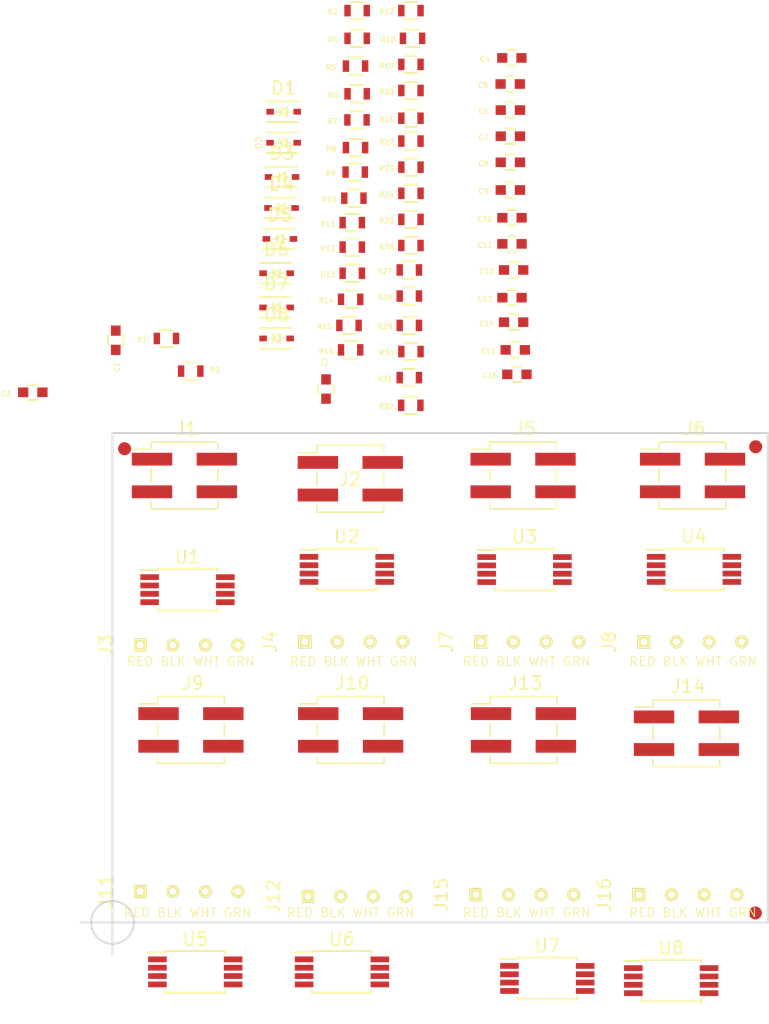
<source format=kicad_pcb>
(kicad_pcb (version 4) (host pcbnew 4.0.2-stable)

  (general
    (links 211)
    (no_connects 61)
    (area 101.524999 82.982999 152.729001 101.675001)
    (thickness 1.6)
    (drawings 13)
    (tracks 0)
    (zones 0)
    (modules 83)
    (nets 31)
  )

  (page A4)
  (title_block
    (title "Load Cell Amplifier")
    (date 2/20/2018)
    (rev revA)
    (company "Ten Mile Square")
  )

  (layers
    (0 F.Cu signal)
    (31 B.Cu signal)
    (32 B.Adhes user)
    (33 F.Adhes user)
    (34 B.Paste user)
    (35 F.Paste user)
    (36 B.SilkS user)
    (37 F.SilkS user)
    (38 B.Mask user)
    (39 F.Mask user)
    (40 Dwgs.User user)
    (41 Cmts.User user)
    (42 Eco1.User user)
    (43 Eco2.User user)
    (44 Edge.Cuts user)
    (45 Margin user)
    (46 B.CrtYd user)
    (47 F.CrtYd user)
    (48 B.Fab user)
    (49 F.Fab user)
  )

  (setup
    (last_trace_width 0.25)
    (trace_clearance 0.2)
    (zone_clearance 0.508)
    (zone_45_only no)
    (trace_min 0.20066)
    (segment_width 0.15)
    (edge_width 0.15)
    (via_size 0.6)
    (via_drill 0.4)
    (via_min_size 0.3302)
    (via_min_drill 0.3302)
    (user_via 0.635 0.3302)
    (uvia_size 0.3)
    (uvia_drill 0.1)
    (uvias_allowed no)
    (uvia_min_size 0.2)
    (uvia_min_drill 0.1)
    (pcb_text_width 0.3)
    (pcb_text_size 1.5 1.5)
    (mod_edge_width 0.15)
    (mod_text_size 1 1)
    (mod_text_width 0.15)
    (pad_size 1.45 1.45)
    (pad_drill 0.9)
    (pad_to_mask_clearance 0.0762)
    (solder_mask_min_width 0.0254)
    (pad_to_paste_clearance -0.0254)
    (aux_axis_origin 101.6 101.6)
    (visible_elements FFFFFF7F)
    (pcbplotparams
      (layerselection 0x010fc_80000001)
      (usegerberextensions false)
      (excludeedgelayer true)
      (linewidth 0.025400)
      (plotframeref false)
      (viasonmask false)
      (mode 1)
      (useauxorigin false)
      (hpglpennumber 1)
      (hpglpenspeed 20)
      (hpglpendiameter 15)
      (hpglpenoverlay 2)
      (psnegative false)
      (psa4output false)
      (plotreference false)
      (plotvalue true)
      (plotinvisibletext false)
      (padsonsilk false)
      (subtractmaskfromsilk false)
      (outputformat 1)
      (mirror false)
      (drillshape 0)
      (scaleselection 1)
      (outputdirectory ProjectOutputs/))
  )

  (net 0 "")
  (net 1 GND)
  (net 2 "/Main Sheet/Vout")
  (net 3 "Net-(R10-Pad1)")
  (net 4 "/Main Sheet/RED")
  (net 5 "/Main Sheet/GRN")
  (net 6 "Net-(R11-Pad2)")
  (net 7 "Net-(R13-Pad2)")
  (net 8 "/Main Sheet/BLK")
  (net 9 "/Main Sheet/WHT")
  (net 10 "Net-(R1-Pad1)")
  (net 11 "Net-(R1-Pad2)")
  (net 12 "Net-(R2-Pad1)")
  (net 13 "Net-(R3-Pad1)")
  (net 14 "Net-(R3-Pad2)")
  (net 15 "Net-(R4-Pad1)")
  (net 16 "Net-(R9-Pad2)")
  (net 17 "Net-(R11-Pad1)")
  (net 18 "Net-(R12-Pad1)")
  (net 19 "Net-(R17-Pad1)")
  (net 20 "Net-(R17-Pad2)")
  (net 21 "Net-(R18-Pad1)")
  (net 22 "Net-(R19-Pad1)")
  (net 23 "Net-(R19-Pad2)")
  (net 24 "Net-(R20-Pad1)")
  (net 25 "Net-(R25-Pad1)")
  (net 26 "Net-(R25-Pad2)")
  (net 27 "Net-(R26-Pad1)")
  (net 28 "Net-(R27-Pad1)")
  (net 29 "Net-(R27-Pad2)")
  (net 30 "Net-(R28-Pad1)")

  (net_class Default "This is the default net class."
    (clearance 0.2)
    (trace_width 0.25)
    (via_dia 0.6)
    (via_drill 0.4)
    (uvia_dia 0.3)
    (uvia_drill 0.1)
    (add_net "/Main Sheet/BLK")
    (add_net "/Main Sheet/GRN")
    (add_net "/Main Sheet/RED")
    (add_net "/Main Sheet/Vout")
    (add_net "/Main Sheet/WHT")
    (add_net "Net-(R1-Pad1)")
    (add_net "Net-(R1-Pad2)")
    (add_net "Net-(R10-Pad1)")
    (add_net "Net-(R11-Pad1)")
    (add_net "Net-(R11-Pad2)")
    (add_net "Net-(R12-Pad1)")
    (add_net "Net-(R13-Pad2)")
    (add_net "Net-(R17-Pad1)")
    (add_net "Net-(R17-Pad2)")
    (add_net "Net-(R18-Pad1)")
    (add_net "Net-(R19-Pad1)")
    (add_net "Net-(R19-Pad2)")
    (add_net "Net-(R2-Pad1)")
    (add_net "Net-(R20-Pad1)")
    (add_net "Net-(R25-Pad1)")
    (add_net "Net-(R25-Pad2)")
    (add_net "Net-(R26-Pad1)")
    (add_net "Net-(R27-Pad1)")
    (add_net "Net-(R27-Pad2)")
    (add_net "Net-(R28-Pad1)")
    (add_net "Net-(R3-Pad1)")
    (add_net "Net-(R3-Pad2)")
    (add_net "Net-(R4-Pad1)")
    (add_net "Net-(R9-Pad2)")
  )

  (module _Passive:SOD-323 (layer F.Cu) (tedit 5A85B962) (tstamp 5A81D9EF)
    (at 114.935 40.894)
    (descr SOD-323)
    (tags SOD-323)
    (path /5A80852A/5A81D761)
    (attr smd)
    (fp_text reference D2 (at -1.905 0 90) (layer F.SilkS)
      (effects (font (size 0.508 0.508) (thickness 0.0762)))
    )
    (fp_text value MM3Z3V0ST1G (at 0.1 1.9) (layer F.Fab) hide
      (effects (font (size 1 1) (thickness 0.15)))
    )
    (fp_line (start 0.25 0) (end 0.5 0) (layer F.SilkS) (width 0.15))
    (fp_line (start -0.25 0) (end -0.5 0) (layer F.SilkS) (width 0.15))
    (fp_line (start -0.25 0) (end 0.25 -0.35) (layer F.SilkS) (width 0.15))
    (fp_line (start 0.25 -0.35) (end 0.25 0.35) (layer F.SilkS) (width 0.15))
    (fp_line (start 0.25 0.35) (end -0.25 0) (layer F.SilkS) (width 0.15))
    (fp_line (start -0.25 -0.35) (end -0.25 0.35) (layer F.SilkS) (width 0.15))
    (fp_line (start -1.5 -0.95) (end 1.5 -0.95) (layer F.CrtYd) (width 0.05))
    (fp_line (start 1.5 -0.95) (end 1.5 0.95) (layer F.CrtYd) (width 0.05))
    (fp_line (start -1.5 0.95) (end 1.5 0.95) (layer F.CrtYd) (width 0.05))
    (fp_line (start -1.5 -0.95) (end -1.5 0.95) (layer F.CrtYd) (width 0.05))
    (fp_line (start -1.3 0.8) (end 1.1 0.8) (layer F.SilkS) (width 0.15))
    (fp_line (start -1.3 -0.8) (end 1.1 -0.8) (layer F.SilkS) (width 0.15))
    (pad 1 smd rect (at -1.055 0) (size 0.59 0.45) (layers F.Cu F.Paste F.Mask)
      (net 2 "/Main Sheet/Vout"))
    (pad 2 smd rect (at 1.055 0) (size 0.59 0.45) (layers F.Cu F.Paste F.Mask)
      (net 8 "/Main Sheet/BLK"))
    (model Diodes_SMD.3dshapes/SOD-323.wrl
      (at (xyz 0 0 0))
      (scale (xyz 1 1 1))
      (rotate (xyz 0 0 180))
    )
  )

  (module _Connector:Pin_Header_Straight_2x02_Pitch2.54mm_SMD (layer F.Cu) (tedit 5A85BF46) (tstamp 5A81E471)
    (at 120.127 67.056)
    (descr "surface-mounted straight pin header, 2x02, 2.54mm pitch, double rows")
    (tags "Surface mounted pin header SMD 2x02 2.54mm double row")
    (path /5A80852A/5A81E132)
    (attr smd)
    (fp_text reference J2 (at -0.0254 0.0508) (layer F.SilkS)
      (effects (font (size 1 1) (thickness 0.15)))
    )
    (fp_text value M20-8760242 (at 0 3.6) (layer F.Fab) hide
      (effects (font (size 1 1) (thickness 0.15)))
    )
    (fp_line (start 2.54 2.54) (end -2.54 2.54) (layer F.Fab) (width 0.1))
    (fp_line (start -1.59 -2.54) (end 2.54 -2.54) (layer F.Fab) (width 0.1))
    (fp_line (start -2.54 2.54) (end -2.54 -1.59) (layer F.Fab) (width 0.1))
    (fp_line (start -2.54 -1.59) (end -1.59 -2.54) (layer F.Fab) (width 0.1))
    (fp_line (start 2.54 -2.54) (end 2.54 2.54) (layer F.Fab) (width 0.1))
    (fp_line (start -2.54 -1.59) (end -3.6 -1.59) (layer F.Fab) (width 0.1))
    (fp_line (start -3.6 -1.59) (end -3.6 -0.95) (layer F.Fab) (width 0.1))
    (fp_line (start -3.6 -0.95) (end -2.54 -0.95) (layer F.Fab) (width 0.1))
    (fp_line (start 2.54 -1.59) (end 3.6 -1.59) (layer F.Fab) (width 0.1))
    (fp_line (start 3.6 -1.59) (end 3.6 -0.95) (layer F.Fab) (width 0.1))
    (fp_line (start 3.6 -0.95) (end 2.54 -0.95) (layer F.Fab) (width 0.1))
    (fp_line (start -2.54 0.95) (end -3.6 0.95) (layer F.Fab) (width 0.1))
    (fp_line (start -3.6 0.95) (end -3.6 1.59) (layer F.Fab) (width 0.1))
    (fp_line (start -3.6 1.59) (end -2.54 1.59) (layer F.Fab) (width 0.1))
    (fp_line (start 2.54 0.95) (end 3.6 0.95) (layer F.Fab) (width 0.1))
    (fp_line (start 3.6 0.95) (end 3.6 1.59) (layer F.Fab) (width 0.1))
    (fp_line (start 3.6 1.59) (end 2.54 1.59) (layer F.Fab) (width 0.1))
    (fp_line (start -2.6 -2.6) (end 2.6 -2.6) (layer F.SilkS) (width 0.12))
    (fp_line (start -2.6 2.6) (end 2.6 2.6) (layer F.SilkS) (width 0.12))
    (fp_line (start -4.04 -2.03) (end -2.6 -2.03) (layer F.SilkS) (width 0.12))
    (fp_line (start -2.6 -2.6) (end -2.6 -2.03) (layer F.SilkS) (width 0.12))
    (fp_line (start 2.6 -2.6) (end 2.6 -2.03) (layer F.SilkS) (width 0.12))
    (fp_line (start -2.6 2.03) (end -2.6 2.6) (layer F.SilkS) (width 0.12))
    (fp_line (start 2.6 2.03) (end 2.6 2.6) (layer F.SilkS) (width 0.12))
    (fp_line (start -2.6 -0.51) (end -2.6 0.51) (layer F.SilkS) (width 0.12))
    (fp_line (start 2.6 -0.51) (end 2.6 0.51) (layer F.SilkS) (width 0.12))
    (fp_line (start -5.9 -3.05) (end -5.9 3.05) (layer F.CrtYd) (width 0.05))
    (fp_line (start -5.9 3.05) (end 5.9 3.05) (layer F.CrtYd) (width 0.05))
    (fp_line (start 5.9 3.05) (end 5.9 -3.05) (layer F.CrtYd) (width 0.05))
    (fp_line (start 5.9 -3.05) (end -5.9 -3.05) (layer F.CrtYd) (width 0.05))
    (fp_text user %R (at 0 0 90) (layer F.Fab)
      (effects (font (size 1 1) (thickness 0.15)))
    )
    (pad 1 smd rect (at -2.525 -1.27) (size 3.15 1) (layers F.Cu F.Paste F.Mask)
      (net 8 "/Main Sheet/BLK"))
    (pad 2 smd rect (at 2.525 -1.27) (size 3.15 1) (layers F.Cu F.Paste F.Mask)
      (net 8 "/Main Sheet/BLK"))
    (pad 3 smd rect (at -2.525 1.27) (size 3.15 1) (layers F.Cu F.Paste F.Mask)
      (net 4 "/Main Sheet/RED"))
    (pad 4 smd rect (at 2.525 1.27) (size 3.15 1) (layers F.Cu F.Paste F.Mask)
      (net 2 "/Main Sheet/Vout"))
    (model ${KISYS3DMOD}/Pin_Headers.3dshapes/Pin_Header_Straight_2x02_Pitch2.54mm_SMD.wrl
      (at (xyz 0 0 0))
      (scale (xyz 1 1 1))
      (rotate (xyz 0 0 0))
    )
  )

  (module _Connector:0.100_1x4_micro (layer F.Cu) (tedit 5A86D6F9) (tstamp 5A86D6D2)
    (at 120.396 79.756 90)
    (descr "Through hole pin header")
    (tags "pin header")
    (path /5A80852A/5A85E78B)
    (fp_text reference J4 (at 0 -6.51 90) (layer F.SilkS)
      (effects (font (size 1 1) (thickness 0.15)))
    )
    (fp_text value 0.100_1X4 (at 0 6.69 90) (layer F.Fab) hide
      (effects (font (size 1 1) (thickness 0.15)))
    )
    (fp_line (start -1.75 -5.56) (end -1.75 5.59) (layer F.CrtYd) (width 0.05))
    (fp_line (start 1.75 -5.56) (end 1.75 5.59) (layer F.CrtYd) (width 0.05))
    (fp_line (start -1.75 -5.56) (end 1.75 -5.56) (layer F.CrtYd) (width 0.05))
    (fp_line (start -1.75 5.59) (end 1.75 5.59) (layer F.CrtYd) (width 0.05))
    (pad 1 thru_hole rect (at 0 -3.81 90) (size 1.016 1.016) (drill 0.508) (layers *.Cu *.Mask F.SilkS)
      (net 4 "/Main Sheet/RED"))
    (pad 2 thru_hole circle (at 0 -1.27 90) (size 1.016 1.016) (drill 0.508) (layers *.Cu *.Mask F.SilkS)
      (net 8 "/Main Sheet/BLK"))
    (pad 3 thru_hole circle (at 0 1.27 90) (size 1.016 1.016) (drill 0.508) (layers *.Cu *.Mask F.SilkS)
      (net 9 "/Main Sheet/WHT"))
    (pad 4 thru_hole circle (at 0 3.81 90) (size 1.016 1.016) (drill 0.508) (layers *.Cu *.Mask F.SilkS)
      (net 5 "/Main Sheet/GRN"))
    (model Pin_Headers.3dshapes/Pin_Header_Straight_1x04.wrl
      (at (xyz 0 -0.15 0))
      (scale (xyz 1 1 1))
      (rotate (xyz 0 0 90))
    )
  )

  (module _Connector:Fiducial_0.040_Top (layer F.Cu) (tedit 57AA2203) (tstamp 5A8C1046)
    (at 102.5398 64.7192)
    (descr "Mesurement Point, Round, SMD Pad, DM 1.5mm,")
    (tags "Mesurement Point Round SMD Pad 1.5mm")
    (path /5A80852A/5A8C10DE)
    (attr virtual)
    (fp_text reference FID1 (at 0.1778 -1.524) (layer F.SilkS) hide
      (effects (font (size 0.635 0.635) (thickness 0.1016)))
    )
    (fp_text value Fiducial_Top (at 0 2) (layer F.Fab) hide
      (effects (font (size 0.635 0.635) (thickness 0.127)))
    )
    (fp_circle (center 0 0) (end 1.016 0) (layer F.CrtYd) (width 0.05))
    (pad 1 smd circle (at 0 0) (size 1.016 1.016) (layers F.Cu F.Mask)
      (solder_mask_margin 0.508) (zone_connect 0) (thermal_width 2.032))
  )

  (module _Connector:Fiducial_0.040_Top (layer F.Cu) (tedit 57AA2203) (tstamp 5A8C104B)
    (at 151.7142 64.5668)
    (descr "Mesurement Point, Round, SMD Pad, DM 1.5mm,")
    (tags "Mesurement Point Round SMD Pad 1.5mm")
    (path /5A80852A/5A8C1162)
    (attr virtual)
    (fp_text reference FID2 (at 0.1778 -1.524) (layer F.SilkS) hide
      (effects (font (size 0.635 0.635) (thickness 0.1016)))
    )
    (fp_text value Fiducial_Top (at 0 2) (layer F.Fab) hide
      (effects (font (size 0.635 0.635) (thickness 0.127)))
    )
    (fp_circle (center 0 0) (end 1.016 0) (layer F.CrtYd) (width 0.05))
    (pad 1 smd circle (at 0 0) (size 1.016 1.016) (layers F.Cu F.Mask)
      (solder_mask_margin 0.508) (zone_connect 0) (thermal_width 2.032))
  )

  (module _Connector:Fiducial_0.040_Top (layer F.Cu) (tedit 57AA2203) (tstamp 5A8C1050)
    (at 151.6888 100.8634)
    (descr "Mesurement Point, Round, SMD Pad, DM 1.5mm,")
    (tags "Mesurement Point Round SMD Pad 1.5mm")
    (path /5A80852A/5A8C11D3)
    (attr virtual)
    (fp_text reference FID3 (at 0.1778 -1.524) (layer F.SilkS) hide
      (effects (font (size 0.635 0.635) (thickness 0.1016)))
    )
    (fp_text value Fiducial_Top (at 0 2) (layer F.Fab) hide
      (effects (font (size 0.635 0.635) (thickness 0.127)))
    )
    (fp_circle (center 0 0) (end 1.016 0) (layer F.CrtYd) (width 0.05))
    (pad 1 smd circle (at 0 0) (size 1.016 1.016) (layers F.Cu F.Mask)
      (solder_mask_margin 0.508) (zone_connect 0) (thermal_width 2.032))
  )

  (module _Passive:C_0603 (layer F.Cu) (tedit 59FF4AC5) (tstamp 5ADD0560)
    (at 101.854 56.273 90)
    (descr "Capacitor SMD 0603, reflow soldering, AVX (see smccp.pdf)")
    (tags "capacitor 0603")
    (path /5A80852A/5ADD848C)
    (attr smd)
    (fp_text reference C1 (at -2.1 0.1 90) (layer F.SilkS)
      (effects (font (size 0.4 0.4) (thickness 0.07)))
    )
    (fp_text value 1uF (at 0 1.3 270) (layer F.Fab) hide
      (effects (font (size 0.508 0.508) (thickness 0.0762)))
    )
    (fp_line (start -1.45 -0.75) (end 1.45 -0.75) (layer F.CrtYd) (width 0.05))
    (fp_line (start -1.45 0.75) (end 1.45 0.75) (layer F.CrtYd) (width 0.05))
    (fp_line (start -1.45 -0.75) (end -1.45 0.75) (layer F.CrtYd) (width 0.05))
    (fp_line (start 1.45 -0.75) (end 1.45 0.75) (layer F.CrtYd) (width 0.05))
    (fp_line (start -0.35 -0.6) (end 0.35 -0.6) (layer F.SilkS) (width 0.15))
    (fp_line (start 0.35 0.6) (end -0.35 0.6) (layer F.SilkS) (width 0.15))
    (pad 1 smd rect (at -0.75 0 90) (size 0.8 0.75) (layers F.Cu F.Paste F.Mask)
      (net 2 "/Main Sheet/Vout"))
    (pad 2 smd rect (at 0.75 0 90) (size 0.8 0.75) (layers F.Cu F.Paste F.Mask)
      (net 8 "/Main Sheet/BLK"))
    (model Capacitors_SMD.3dshapes/C_0603.wrl
      (at (xyz 0 0 0))
      (scale (xyz 1 1 1))
      (rotate (xyz 0 0 0))
    )
  )

  (module _Passive:C_0603 (layer F.Cu) (tedit 59FF4AC5) (tstamp 5ADD0561)
    (at 118.237 60.071 270)
    (descr "Capacitor SMD 0603, reflow soldering, AVX (see smccp.pdf)")
    (tags "capacitor 0603")
    (path /5A80852A/5A80CCD0)
    (attr smd)
    (fp_text reference C2 (at -2.1 0.1 270) (layer F.SilkS)
      (effects (font (size 0.4 0.4) (thickness 0.07)))
    )
    (fp_text value 1uF (at 0 1.3 450) (layer F.Fab) hide
      (effects (font (size 0.508 0.508) (thickness 0.0762)))
    )
    (fp_line (start -1.45 -0.75) (end 1.45 -0.75) (layer F.CrtYd) (width 0.05))
    (fp_line (start -1.45 0.75) (end 1.45 0.75) (layer F.CrtYd) (width 0.05))
    (fp_line (start -1.45 -0.75) (end -1.45 0.75) (layer F.CrtYd) (width 0.05))
    (fp_line (start 1.45 -0.75) (end 1.45 0.75) (layer F.CrtYd) (width 0.05))
    (fp_line (start -0.35 -0.6) (end 0.35 -0.6) (layer F.SilkS) (width 0.15))
    (fp_line (start 0.35 0.6) (end -0.35 0.6) (layer F.SilkS) (width 0.15))
    (pad 1 smd rect (at -0.75 0 270) (size 0.8 0.75) (layers F.Cu F.Paste F.Mask)
      (net 2 "/Main Sheet/Vout"))
    (pad 2 smd rect (at 0.75 0 270) (size 0.8 0.75) (layers F.Cu F.Paste F.Mask)
      (net 8 "/Main Sheet/BLK"))
    (model Capacitors_SMD.3dshapes/C_0603.wrl
      (at (xyz 0 0 0))
      (scale (xyz 1 1 1))
      (rotate (xyz 0 0 0))
    )
  )

  (module _Passive:C_0603 (layer F.Cu) (tedit 59FF4AC5) (tstamp 5ADD056B)
    (at 95.389 60.325)
    (descr "Capacitor SMD 0603, reflow soldering, AVX (see smccp.pdf)")
    (tags "capacitor 0603")
    (path /5A80852A/5ADD8486)
    (attr smd)
    (fp_text reference C3 (at -2.1 0.1) (layer F.SilkS)
      (effects (font (size 0.4 0.4) (thickness 0.07)))
    )
    (fp_text value 1uF (at 0 1.3 180) (layer F.Fab) hide
      (effects (font (size 0.508 0.508) (thickness 0.0762)))
    )
    (fp_line (start -1.45 -0.75) (end 1.45 -0.75) (layer F.CrtYd) (width 0.05))
    (fp_line (start -1.45 0.75) (end 1.45 0.75) (layer F.CrtYd) (width 0.05))
    (fp_line (start -1.45 -0.75) (end -1.45 0.75) (layer F.CrtYd) (width 0.05))
    (fp_line (start 1.45 -0.75) (end 1.45 0.75) (layer F.CrtYd) (width 0.05))
    (fp_line (start -0.35 -0.6) (end 0.35 -0.6) (layer F.SilkS) (width 0.15))
    (fp_line (start 0.35 0.6) (end -0.35 0.6) (layer F.SilkS) (width 0.15))
    (pad 1 smd rect (at -0.75 0) (size 0.8 0.75) (layers F.Cu F.Paste F.Mask)
      (net 4 "/Main Sheet/RED"))
    (pad 2 smd rect (at 0.75 0) (size 0.8 0.75) (layers F.Cu F.Paste F.Mask)
      (net 8 "/Main Sheet/BLK"))
    (model Capacitors_SMD.3dshapes/C_0603.wrl
      (at (xyz 0 0 0))
      (scale (xyz 1 1 1))
      (rotate (xyz 0 0 0))
    )
  )

  (module _Passive:C_0603 (layer F.Cu) (tedit 59FF4AC5) (tstamp 5ADD056C)
    (at 132.715 34.29)
    (descr "Capacitor SMD 0603, reflow soldering, AVX (see smccp.pdf)")
    (tags "capacitor 0603")
    (path /5A80852A/5A80CC8B)
    (attr smd)
    (fp_text reference C4 (at -2.1 0.1) (layer F.SilkS)
      (effects (font (size 0.4 0.4) (thickness 0.07)))
    )
    (fp_text value 1uF (at 0 1.3 180) (layer F.Fab) hide
      (effects (font (size 0.508 0.508) (thickness 0.0762)))
    )
    (fp_line (start -1.45 -0.75) (end 1.45 -0.75) (layer F.CrtYd) (width 0.05))
    (fp_line (start -1.45 0.75) (end 1.45 0.75) (layer F.CrtYd) (width 0.05))
    (fp_line (start -1.45 -0.75) (end -1.45 0.75) (layer F.CrtYd) (width 0.05))
    (fp_line (start 1.45 -0.75) (end 1.45 0.75) (layer F.CrtYd) (width 0.05))
    (fp_line (start -0.35 -0.6) (end 0.35 -0.6) (layer F.SilkS) (width 0.15))
    (fp_line (start 0.35 0.6) (end -0.35 0.6) (layer F.SilkS) (width 0.15))
    (pad 1 smd rect (at -0.75 0) (size 0.8 0.75) (layers F.Cu F.Paste F.Mask)
      (net 4 "/Main Sheet/RED"))
    (pad 2 smd rect (at 0.75 0) (size 0.8 0.75) (layers F.Cu F.Paste F.Mask)
      (net 8 "/Main Sheet/BLK"))
    (model Capacitors_SMD.3dshapes/C_0603.wrl
      (at (xyz 0 0 0))
      (scale (xyz 1 1 1))
      (rotate (xyz 0 0 0))
    )
  )

  (module _Passive:C_0603 (layer F.Cu) (tedit 59FF4AC5) (tstamp 5ADD0576)
    (at 132.588 36.322)
    (descr "Capacitor SMD 0603, reflow soldering, AVX (see smccp.pdf)")
    (tags "capacitor 0603")
    (path /5A80852A/5ADD88A8)
    (attr smd)
    (fp_text reference C5 (at -2.1 0.1) (layer F.SilkS)
      (effects (font (size 0.4 0.4) (thickness 0.07)))
    )
    (fp_text value 1uF (at 0 1.3 180) (layer F.Fab) hide
      (effects (font (size 0.508 0.508) (thickness 0.0762)))
    )
    (fp_line (start -1.45 -0.75) (end 1.45 -0.75) (layer F.CrtYd) (width 0.05))
    (fp_line (start -1.45 0.75) (end 1.45 0.75) (layer F.CrtYd) (width 0.05))
    (fp_line (start -1.45 -0.75) (end -1.45 0.75) (layer F.CrtYd) (width 0.05))
    (fp_line (start 1.45 -0.75) (end 1.45 0.75) (layer F.CrtYd) (width 0.05))
    (fp_line (start -0.35 -0.6) (end 0.35 -0.6) (layer F.SilkS) (width 0.15))
    (fp_line (start 0.35 0.6) (end -0.35 0.6) (layer F.SilkS) (width 0.15))
    (pad 1 smd rect (at -0.75 0) (size 0.8 0.75) (layers F.Cu F.Paste F.Mask)
      (net 2 "/Main Sheet/Vout"))
    (pad 2 smd rect (at 0.75 0) (size 0.8 0.75) (layers F.Cu F.Paste F.Mask)
      (net 8 "/Main Sheet/BLK"))
    (model Capacitors_SMD.3dshapes/C_0603.wrl
      (at (xyz 0 0 0))
      (scale (xyz 1 1 1))
      (rotate (xyz 0 0 0))
    )
  )

  (module _Passive:C_0603 (layer F.Cu) (tedit 59FF4AC5) (tstamp 5ADD057C)
    (at 132.6 38.354)
    (descr "Capacitor SMD 0603, reflow soldering, AVX (see smccp.pdf)")
    (tags "capacitor 0603")
    (path /5A80852A/5ADD881E)
    (attr smd)
    (fp_text reference C6 (at -2.1 0.1) (layer F.SilkS)
      (effects (font (size 0.4 0.4) (thickness 0.07)))
    )
    (fp_text value 1uF (at 0 1.3 180) (layer F.Fab) hide
      (effects (font (size 0.508 0.508) (thickness 0.0762)))
    )
    (fp_line (start -1.45 -0.75) (end 1.45 -0.75) (layer F.CrtYd) (width 0.05))
    (fp_line (start -1.45 0.75) (end 1.45 0.75) (layer F.CrtYd) (width 0.05))
    (fp_line (start -1.45 -0.75) (end -1.45 0.75) (layer F.CrtYd) (width 0.05))
    (fp_line (start 1.45 -0.75) (end 1.45 0.75) (layer F.CrtYd) (width 0.05))
    (fp_line (start -0.35 -0.6) (end 0.35 -0.6) (layer F.SilkS) (width 0.15))
    (fp_line (start 0.35 0.6) (end -0.35 0.6) (layer F.SilkS) (width 0.15))
    (pad 1 smd rect (at -0.75 0) (size 0.8 0.75) (layers F.Cu F.Paste F.Mask)
      (net 2 "/Main Sheet/Vout"))
    (pad 2 smd rect (at 0.75 0) (size 0.8 0.75) (layers F.Cu F.Paste F.Mask)
      (net 8 "/Main Sheet/BLK"))
    (model Capacitors_SMD.3dshapes/C_0603.wrl
      (at (xyz 0 0 0))
      (scale (xyz 1 1 1))
      (rotate (xyz 0 0 0))
    )
  )

  (module _Passive:C_0603 (layer F.Cu) (tedit 59FF4AC5) (tstamp 5ADD0582)
    (at 132.6 40.386)
    (descr "Capacitor SMD 0603, reflow soldering, AVX (see smccp.pdf)")
    (tags "capacitor 0603")
    (path /5A80852A/5ADD88A2)
    (attr smd)
    (fp_text reference C7 (at -2.1 0.1) (layer F.SilkS)
      (effects (font (size 0.4 0.4) (thickness 0.07)))
    )
    (fp_text value 1uF (at 0 1.3 180) (layer F.Fab) hide
      (effects (font (size 0.508 0.508) (thickness 0.0762)))
    )
    (fp_line (start -1.45 -0.75) (end 1.45 -0.75) (layer F.CrtYd) (width 0.05))
    (fp_line (start -1.45 0.75) (end 1.45 0.75) (layer F.CrtYd) (width 0.05))
    (fp_line (start -1.45 -0.75) (end -1.45 0.75) (layer F.CrtYd) (width 0.05))
    (fp_line (start 1.45 -0.75) (end 1.45 0.75) (layer F.CrtYd) (width 0.05))
    (fp_line (start -0.35 -0.6) (end 0.35 -0.6) (layer F.SilkS) (width 0.15))
    (fp_line (start 0.35 0.6) (end -0.35 0.6) (layer F.SilkS) (width 0.15))
    (pad 1 smd rect (at -0.75 0) (size 0.8 0.75) (layers F.Cu F.Paste F.Mask)
      (net 4 "/Main Sheet/RED"))
    (pad 2 smd rect (at 0.75 0) (size 0.8 0.75) (layers F.Cu F.Paste F.Mask)
      (net 8 "/Main Sheet/BLK"))
    (model Capacitors_SMD.3dshapes/C_0603.wrl
      (at (xyz 0 0 0))
      (scale (xyz 1 1 1))
      (rotate (xyz 0 0 0))
    )
  )

  (module _Passive:C_0603 (layer F.Cu) (tedit 59FF4AC5) (tstamp 5ADD0588)
    (at 132.6 42.418)
    (descr "Capacitor SMD 0603, reflow soldering, AVX (see smccp.pdf)")
    (tags "capacitor 0603")
    (path /5A80852A/5ADD8818)
    (attr smd)
    (fp_text reference C8 (at -2.1 0.1) (layer F.SilkS)
      (effects (font (size 0.4 0.4) (thickness 0.07)))
    )
    (fp_text value 1uF (at 0 1.3 180) (layer F.Fab) hide
      (effects (font (size 0.508 0.508) (thickness 0.0762)))
    )
    (fp_line (start -1.45 -0.75) (end 1.45 -0.75) (layer F.CrtYd) (width 0.05))
    (fp_line (start -1.45 0.75) (end 1.45 0.75) (layer F.CrtYd) (width 0.05))
    (fp_line (start -1.45 -0.75) (end -1.45 0.75) (layer F.CrtYd) (width 0.05))
    (fp_line (start 1.45 -0.75) (end 1.45 0.75) (layer F.CrtYd) (width 0.05))
    (fp_line (start -0.35 -0.6) (end 0.35 -0.6) (layer F.SilkS) (width 0.15))
    (fp_line (start 0.35 0.6) (end -0.35 0.6) (layer F.SilkS) (width 0.15))
    (pad 1 smd rect (at -0.75 0) (size 0.8 0.75) (layers F.Cu F.Paste F.Mask)
      (net 4 "/Main Sheet/RED"))
    (pad 2 smd rect (at 0.75 0) (size 0.8 0.75) (layers F.Cu F.Paste F.Mask)
      (net 8 "/Main Sheet/BLK"))
    (model Capacitors_SMD.3dshapes/C_0603.wrl
      (at (xyz 0 0 0))
      (scale (xyz 1 1 1))
      (rotate (xyz 0 0 0))
    )
  )

  (module _Passive:C_0603 (layer F.Cu) (tedit 59FF4AC5) (tstamp 5ADD058E)
    (at 132.6 44.577)
    (descr "Capacitor SMD 0603, reflow soldering, AVX (see smccp.pdf)")
    (tags "capacitor 0603")
    (path /5A80852A/5ADD9152)
    (attr smd)
    (fp_text reference C9 (at -2.1 0.1) (layer F.SilkS)
      (effects (font (size 0.4 0.4) (thickness 0.07)))
    )
    (fp_text value 1uF (at 0 1.3 180) (layer F.Fab) hide
      (effects (font (size 0.508 0.508) (thickness 0.0762)))
    )
    (fp_line (start -1.45 -0.75) (end 1.45 -0.75) (layer F.CrtYd) (width 0.05))
    (fp_line (start -1.45 0.75) (end 1.45 0.75) (layer F.CrtYd) (width 0.05))
    (fp_line (start -1.45 -0.75) (end -1.45 0.75) (layer F.CrtYd) (width 0.05))
    (fp_line (start 1.45 -0.75) (end 1.45 0.75) (layer F.CrtYd) (width 0.05))
    (fp_line (start -0.35 -0.6) (end 0.35 -0.6) (layer F.SilkS) (width 0.15))
    (fp_line (start 0.35 0.6) (end -0.35 0.6) (layer F.SilkS) (width 0.15))
    (pad 1 smd rect (at -0.75 0) (size 0.8 0.75) (layers F.Cu F.Paste F.Mask)
      (net 2 "/Main Sheet/Vout"))
    (pad 2 smd rect (at 0.75 0) (size 0.8 0.75) (layers F.Cu F.Paste F.Mask)
      (net 8 "/Main Sheet/BLK"))
    (model Capacitors_SMD.3dshapes/C_0603.wrl
      (at (xyz 0 0 0))
      (scale (xyz 1 1 1))
      (rotate (xyz 0 0 0))
    )
  )

  (module _Passive:C_0603 (layer F.Cu) (tedit 59FF4AC5) (tstamp 5ADD0594)
    (at 132.727 46.736)
    (descr "Capacitor SMD 0603, reflow soldering, AVX (see smccp.pdf)")
    (tags "capacitor 0603")
    (path /5A80852A/5ADD90C8)
    (attr smd)
    (fp_text reference C10 (at -2.1 0.1) (layer F.SilkS)
      (effects (font (size 0.4 0.4) (thickness 0.07)))
    )
    (fp_text value 1uF (at 0 1.3 180) (layer F.Fab) hide
      (effects (font (size 0.508 0.508) (thickness 0.0762)))
    )
    (fp_line (start -1.45 -0.75) (end 1.45 -0.75) (layer F.CrtYd) (width 0.05))
    (fp_line (start -1.45 0.75) (end 1.45 0.75) (layer F.CrtYd) (width 0.05))
    (fp_line (start -1.45 -0.75) (end -1.45 0.75) (layer F.CrtYd) (width 0.05))
    (fp_line (start 1.45 -0.75) (end 1.45 0.75) (layer F.CrtYd) (width 0.05))
    (fp_line (start -0.35 -0.6) (end 0.35 -0.6) (layer F.SilkS) (width 0.15))
    (fp_line (start 0.35 0.6) (end -0.35 0.6) (layer F.SilkS) (width 0.15))
    (pad 1 smd rect (at -0.75 0) (size 0.8 0.75) (layers F.Cu F.Paste F.Mask)
      (net 2 "/Main Sheet/Vout"))
    (pad 2 smd rect (at 0.75 0) (size 0.8 0.75) (layers F.Cu F.Paste F.Mask)
      (net 8 "/Main Sheet/BLK"))
    (model Capacitors_SMD.3dshapes/C_0603.wrl
      (at (xyz 0 0 0))
      (scale (xyz 1 1 1))
      (rotate (xyz 0 0 0))
    )
  )

  (module _Passive:C_0603 (layer F.Cu) (tedit 59FF4AC5) (tstamp 5ADD059A)
    (at 132.727 48.768)
    (descr "Capacitor SMD 0603, reflow soldering, AVX (see smccp.pdf)")
    (tags "capacitor 0603")
    (path /5A80852A/5ADD914C)
    (attr smd)
    (fp_text reference C11 (at -2.1 0.1) (layer F.SilkS)
      (effects (font (size 0.4 0.4) (thickness 0.07)))
    )
    (fp_text value 1uF (at 0 1.3 180) (layer F.Fab) hide
      (effects (font (size 0.508 0.508) (thickness 0.0762)))
    )
    (fp_line (start -1.45 -0.75) (end 1.45 -0.75) (layer F.CrtYd) (width 0.05))
    (fp_line (start -1.45 0.75) (end 1.45 0.75) (layer F.CrtYd) (width 0.05))
    (fp_line (start -1.45 -0.75) (end -1.45 0.75) (layer F.CrtYd) (width 0.05))
    (fp_line (start 1.45 -0.75) (end 1.45 0.75) (layer F.CrtYd) (width 0.05))
    (fp_line (start -0.35 -0.6) (end 0.35 -0.6) (layer F.SilkS) (width 0.15))
    (fp_line (start 0.35 0.6) (end -0.35 0.6) (layer F.SilkS) (width 0.15))
    (pad 1 smd rect (at -0.75 0) (size 0.8 0.75) (layers F.Cu F.Paste F.Mask)
      (net 4 "/Main Sheet/RED"))
    (pad 2 smd rect (at 0.75 0) (size 0.8 0.75) (layers F.Cu F.Paste F.Mask)
      (net 8 "/Main Sheet/BLK"))
    (model Capacitors_SMD.3dshapes/C_0603.wrl
      (at (xyz 0 0 0))
      (scale (xyz 1 1 1))
      (rotate (xyz 0 0 0))
    )
  )

  (module _Passive:C_0603 (layer F.Cu) (tedit 59FF4AC5) (tstamp 5ADD05A0)
    (at 132.854 50.8)
    (descr "Capacitor SMD 0603, reflow soldering, AVX (see smccp.pdf)")
    (tags "capacitor 0603")
    (path /5A80852A/5ADD90C2)
    (attr smd)
    (fp_text reference C12 (at -2.1 0.1) (layer F.SilkS)
      (effects (font (size 0.4 0.4) (thickness 0.07)))
    )
    (fp_text value 1uF (at 0 1.3 180) (layer F.Fab) hide
      (effects (font (size 0.508 0.508) (thickness 0.0762)))
    )
    (fp_line (start -1.45 -0.75) (end 1.45 -0.75) (layer F.CrtYd) (width 0.05))
    (fp_line (start -1.45 0.75) (end 1.45 0.75) (layer F.CrtYd) (width 0.05))
    (fp_line (start -1.45 -0.75) (end -1.45 0.75) (layer F.CrtYd) (width 0.05))
    (fp_line (start 1.45 -0.75) (end 1.45 0.75) (layer F.CrtYd) (width 0.05))
    (fp_line (start -0.35 -0.6) (end 0.35 -0.6) (layer F.SilkS) (width 0.15))
    (fp_line (start 0.35 0.6) (end -0.35 0.6) (layer F.SilkS) (width 0.15))
    (pad 1 smd rect (at -0.75 0) (size 0.8 0.75) (layers F.Cu F.Paste F.Mask)
      (net 4 "/Main Sheet/RED"))
    (pad 2 smd rect (at 0.75 0) (size 0.8 0.75) (layers F.Cu F.Paste F.Mask)
      (net 8 "/Main Sheet/BLK"))
    (model Capacitors_SMD.3dshapes/C_0603.wrl
      (at (xyz 0 0 0))
      (scale (xyz 1 1 1))
      (rotate (xyz 0 0 0))
    )
  )

  (module _Passive:C_0603 (layer F.Cu) (tedit 59FF4AC5) (tstamp 5ADD05A6)
    (at 132.727 52.959)
    (descr "Capacitor SMD 0603, reflow soldering, AVX (see smccp.pdf)")
    (tags "capacitor 0603")
    (path /5A80852A/5ADD9266)
    (attr smd)
    (fp_text reference C13 (at -2.1 0.1) (layer F.SilkS)
      (effects (font (size 0.4 0.4) (thickness 0.07)))
    )
    (fp_text value 1uF (at 0 1.3 180) (layer F.Fab) hide
      (effects (font (size 0.508 0.508) (thickness 0.0762)))
    )
    (fp_line (start -1.45 -0.75) (end 1.45 -0.75) (layer F.CrtYd) (width 0.05))
    (fp_line (start -1.45 0.75) (end 1.45 0.75) (layer F.CrtYd) (width 0.05))
    (fp_line (start -1.45 -0.75) (end -1.45 0.75) (layer F.CrtYd) (width 0.05))
    (fp_line (start 1.45 -0.75) (end 1.45 0.75) (layer F.CrtYd) (width 0.05))
    (fp_line (start -0.35 -0.6) (end 0.35 -0.6) (layer F.SilkS) (width 0.15))
    (fp_line (start 0.35 0.6) (end -0.35 0.6) (layer F.SilkS) (width 0.15))
    (pad 1 smd rect (at -0.75 0) (size 0.8 0.75) (layers F.Cu F.Paste F.Mask)
      (net 2 "/Main Sheet/Vout"))
    (pad 2 smd rect (at 0.75 0) (size 0.8 0.75) (layers F.Cu F.Paste F.Mask)
      (net 8 "/Main Sheet/BLK"))
    (model Capacitors_SMD.3dshapes/C_0603.wrl
      (at (xyz 0 0 0))
      (scale (xyz 1 1 1))
      (rotate (xyz 0 0 0))
    )
  )

  (module _Passive:C_0603 (layer F.Cu) (tedit 59FF4AC5) (tstamp 5ADD05AC)
    (at 132.854 54.864)
    (descr "Capacitor SMD 0603, reflow soldering, AVX (see smccp.pdf)")
    (tags "capacitor 0603")
    (path /5A80852A/5ADD91DC)
    (attr smd)
    (fp_text reference C14 (at -2.1 0.1) (layer F.SilkS)
      (effects (font (size 0.4 0.4) (thickness 0.07)))
    )
    (fp_text value 1uF (at 0 1.3 180) (layer F.Fab) hide
      (effects (font (size 0.508 0.508) (thickness 0.0762)))
    )
    (fp_line (start -1.45 -0.75) (end 1.45 -0.75) (layer F.CrtYd) (width 0.05))
    (fp_line (start -1.45 0.75) (end 1.45 0.75) (layer F.CrtYd) (width 0.05))
    (fp_line (start -1.45 -0.75) (end -1.45 0.75) (layer F.CrtYd) (width 0.05))
    (fp_line (start 1.45 -0.75) (end 1.45 0.75) (layer F.CrtYd) (width 0.05))
    (fp_line (start -0.35 -0.6) (end 0.35 -0.6) (layer F.SilkS) (width 0.15))
    (fp_line (start 0.35 0.6) (end -0.35 0.6) (layer F.SilkS) (width 0.15))
    (pad 1 smd rect (at -0.75 0) (size 0.8 0.75) (layers F.Cu F.Paste F.Mask)
      (net 2 "/Main Sheet/Vout"))
    (pad 2 smd rect (at 0.75 0) (size 0.8 0.75) (layers F.Cu F.Paste F.Mask)
      (net 8 "/Main Sheet/BLK"))
    (model Capacitors_SMD.3dshapes/C_0603.wrl
      (at (xyz 0 0 0))
      (scale (xyz 1 1 1))
      (rotate (xyz 0 0 0))
    )
  )

  (module _Passive:C_0603 (layer F.Cu) (tedit 59FF4AC5) (tstamp 5ADD05B2)
    (at 132.981 57.023)
    (descr "Capacitor SMD 0603, reflow soldering, AVX (see smccp.pdf)")
    (tags "capacitor 0603")
    (path /5A80852A/5ADD9260)
    (attr smd)
    (fp_text reference C15 (at -2.1 0.1) (layer F.SilkS)
      (effects (font (size 0.4 0.4) (thickness 0.07)))
    )
    (fp_text value 1uF (at 0 1.3 180) (layer F.Fab) hide
      (effects (font (size 0.508 0.508) (thickness 0.0762)))
    )
    (fp_line (start -1.45 -0.75) (end 1.45 -0.75) (layer F.CrtYd) (width 0.05))
    (fp_line (start -1.45 0.75) (end 1.45 0.75) (layer F.CrtYd) (width 0.05))
    (fp_line (start -1.45 -0.75) (end -1.45 0.75) (layer F.CrtYd) (width 0.05))
    (fp_line (start 1.45 -0.75) (end 1.45 0.75) (layer F.CrtYd) (width 0.05))
    (fp_line (start -0.35 -0.6) (end 0.35 -0.6) (layer F.SilkS) (width 0.15))
    (fp_line (start 0.35 0.6) (end -0.35 0.6) (layer F.SilkS) (width 0.15))
    (pad 1 smd rect (at -0.75 0) (size 0.8 0.75) (layers F.Cu F.Paste F.Mask)
      (net 4 "/Main Sheet/RED"))
    (pad 2 smd rect (at 0.75 0) (size 0.8 0.75) (layers F.Cu F.Paste F.Mask)
      (net 8 "/Main Sheet/BLK"))
    (model Capacitors_SMD.3dshapes/C_0603.wrl
      (at (xyz 0 0 0))
      (scale (xyz 1 1 1))
      (rotate (xyz 0 0 0))
    )
  )

  (module _Passive:C_0603 (layer F.Cu) (tedit 59FF4AC5) (tstamp 5ADD05B8)
    (at 133.108 58.928)
    (descr "Capacitor SMD 0603, reflow soldering, AVX (see smccp.pdf)")
    (tags "capacitor 0603")
    (path /5A80852A/5ADD91D6)
    (attr smd)
    (fp_text reference C16 (at -2.1 0.1) (layer F.SilkS)
      (effects (font (size 0.4 0.4) (thickness 0.07)))
    )
    (fp_text value 1uF (at 0 1.3 180) (layer F.Fab) hide
      (effects (font (size 0.508 0.508) (thickness 0.0762)))
    )
    (fp_line (start -1.45 -0.75) (end 1.45 -0.75) (layer F.CrtYd) (width 0.05))
    (fp_line (start -1.45 0.75) (end 1.45 0.75) (layer F.CrtYd) (width 0.05))
    (fp_line (start -1.45 -0.75) (end -1.45 0.75) (layer F.CrtYd) (width 0.05))
    (fp_line (start 1.45 -0.75) (end 1.45 0.75) (layer F.CrtYd) (width 0.05))
    (fp_line (start -0.35 -0.6) (end 0.35 -0.6) (layer F.SilkS) (width 0.15))
    (fp_line (start 0.35 0.6) (end -0.35 0.6) (layer F.SilkS) (width 0.15))
    (pad 1 smd rect (at -0.75 0) (size 0.8 0.75) (layers F.Cu F.Paste F.Mask)
      (net 4 "/Main Sheet/RED"))
    (pad 2 smd rect (at 0.75 0) (size 0.8 0.75) (layers F.Cu F.Paste F.Mask)
      (net 8 "/Main Sheet/BLK"))
    (model Capacitors_SMD.3dshapes/C_0603.wrl
      (at (xyz 0 0 0))
      (scale (xyz 1 1 1))
      (rotate (xyz 0 0 0))
    )
  )

  (module _Passive:SOD-323 (layer F.Cu) (tedit 5794D806) (tstamp 5ADD05BE)
    (at 114.935 38.481)
    (descr SOD-323)
    (tags SOD-323)
    (path /5A80852A/5ADD84A4)
    (attr smd)
    (fp_text reference D1 (at 0 -1.85) (layer F.SilkS)
      (effects (font (size 1 1) (thickness 0.15)))
    )
    (fp_text value MM3Z3V0ST1G (at 0.1 1.9) (layer F.Fab) hide
      (effects (font (size 1 1) (thickness 0.15)))
    )
    (fp_line (start 0.25 0) (end 0.5 0) (layer F.SilkS) (width 0.15))
    (fp_line (start -0.25 0) (end -0.5 0) (layer F.SilkS) (width 0.15))
    (fp_line (start -0.25 0) (end 0.25 -0.35) (layer F.SilkS) (width 0.15))
    (fp_line (start 0.25 -0.35) (end 0.25 0.35) (layer F.SilkS) (width 0.15))
    (fp_line (start 0.25 0.35) (end -0.25 0) (layer F.SilkS) (width 0.15))
    (fp_line (start -0.25 -0.35) (end -0.25 0.35) (layer F.SilkS) (width 0.15))
    (fp_line (start -1.5 -0.95) (end 1.5 -0.95) (layer F.CrtYd) (width 0.05))
    (fp_line (start 1.5 -0.95) (end 1.5 0.95) (layer F.CrtYd) (width 0.05))
    (fp_line (start -1.5 0.95) (end 1.5 0.95) (layer F.CrtYd) (width 0.05))
    (fp_line (start -1.5 -0.95) (end -1.5 0.95) (layer F.CrtYd) (width 0.05))
    (fp_line (start -1.3 0.8) (end 1.1 0.8) (layer F.SilkS) (width 0.15))
    (fp_line (start -1.3 -0.8) (end 1.1 -0.8) (layer F.SilkS) (width 0.15))
    (pad 1 smd rect (at -1.055 0) (size 0.59 0.45) (layers F.Cu F.Paste F.Mask)
      (net 2 "/Main Sheet/Vout"))
    (pad 2 smd rect (at 1.055 0) (size 0.59 0.45) (layers F.Cu F.Paste F.Mask)
      (net 8 "/Main Sheet/BLK"))
    (model Diodes_SMD.3dshapes/SOD-323.wrl
      (at (xyz 0 0 0))
      (scale (xyz 1 1 1))
      (rotate (xyz 0 0 180))
    )
  )

  (module _Passive:SOD-323 (layer F.Cu) (tedit 5794D806) (tstamp 5ADD05C4)
    (at 114.808 43.561)
    (descr SOD-323)
    (tags SOD-323)
    (path /5A80852A/5ADD88C0)
    (attr smd)
    (fp_text reference D3 (at 0 -1.85) (layer F.SilkS)
      (effects (font (size 1 1) (thickness 0.15)))
    )
    (fp_text value MM3Z3V0ST1G (at 0.1 1.9) (layer F.Fab) hide
      (effects (font (size 1 1) (thickness 0.15)))
    )
    (fp_line (start 0.25 0) (end 0.5 0) (layer F.SilkS) (width 0.15))
    (fp_line (start -0.25 0) (end -0.5 0) (layer F.SilkS) (width 0.15))
    (fp_line (start -0.25 0) (end 0.25 -0.35) (layer F.SilkS) (width 0.15))
    (fp_line (start 0.25 -0.35) (end 0.25 0.35) (layer F.SilkS) (width 0.15))
    (fp_line (start 0.25 0.35) (end -0.25 0) (layer F.SilkS) (width 0.15))
    (fp_line (start -0.25 -0.35) (end -0.25 0.35) (layer F.SilkS) (width 0.15))
    (fp_line (start -1.5 -0.95) (end 1.5 -0.95) (layer F.CrtYd) (width 0.05))
    (fp_line (start 1.5 -0.95) (end 1.5 0.95) (layer F.CrtYd) (width 0.05))
    (fp_line (start -1.5 0.95) (end 1.5 0.95) (layer F.CrtYd) (width 0.05))
    (fp_line (start -1.5 -0.95) (end -1.5 0.95) (layer F.CrtYd) (width 0.05))
    (fp_line (start -1.3 0.8) (end 1.1 0.8) (layer F.SilkS) (width 0.15))
    (fp_line (start -1.3 -0.8) (end 1.1 -0.8) (layer F.SilkS) (width 0.15))
    (pad 1 smd rect (at -1.055 0) (size 0.59 0.45) (layers F.Cu F.Paste F.Mask)
      (net 2 "/Main Sheet/Vout"))
    (pad 2 smd rect (at 1.055 0) (size 0.59 0.45) (layers F.Cu F.Paste F.Mask)
      (net 8 "/Main Sheet/BLK"))
    (model Diodes_SMD.3dshapes/SOD-323.wrl
      (at (xyz 0 0 0))
      (scale (xyz 1 1 1))
      (rotate (xyz 0 0 180))
    )
  )

  (module _Passive:SOD-323 (layer F.Cu) (tedit 5794D806) (tstamp 5ADD05CA)
    (at 114.769 45.974)
    (descr SOD-323)
    (tags SOD-323)
    (path /5A80852A/5ADD8836)
    (attr smd)
    (fp_text reference D4 (at 0 -1.85) (layer F.SilkS)
      (effects (font (size 1 1) (thickness 0.15)))
    )
    (fp_text value MM3Z3V0ST1G (at 0.1 1.9) (layer F.Fab) hide
      (effects (font (size 1 1) (thickness 0.15)))
    )
    (fp_line (start 0.25 0) (end 0.5 0) (layer F.SilkS) (width 0.15))
    (fp_line (start -0.25 0) (end -0.5 0) (layer F.SilkS) (width 0.15))
    (fp_line (start -0.25 0) (end 0.25 -0.35) (layer F.SilkS) (width 0.15))
    (fp_line (start 0.25 -0.35) (end 0.25 0.35) (layer F.SilkS) (width 0.15))
    (fp_line (start 0.25 0.35) (end -0.25 0) (layer F.SilkS) (width 0.15))
    (fp_line (start -0.25 -0.35) (end -0.25 0.35) (layer F.SilkS) (width 0.15))
    (fp_line (start -1.5 -0.95) (end 1.5 -0.95) (layer F.CrtYd) (width 0.05))
    (fp_line (start 1.5 -0.95) (end 1.5 0.95) (layer F.CrtYd) (width 0.05))
    (fp_line (start -1.5 0.95) (end 1.5 0.95) (layer F.CrtYd) (width 0.05))
    (fp_line (start -1.5 -0.95) (end -1.5 0.95) (layer F.CrtYd) (width 0.05))
    (fp_line (start -1.3 0.8) (end 1.1 0.8) (layer F.SilkS) (width 0.15))
    (fp_line (start -1.3 -0.8) (end 1.1 -0.8) (layer F.SilkS) (width 0.15))
    (pad 1 smd rect (at -1.055 0) (size 0.59 0.45) (layers F.Cu F.Paste F.Mask)
      (net 2 "/Main Sheet/Vout"))
    (pad 2 smd rect (at 1.055 0) (size 0.59 0.45) (layers F.Cu F.Paste F.Mask)
      (net 8 "/Main Sheet/BLK"))
    (model Diodes_SMD.3dshapes/SOD-323.wrl
      (at (xyz 0 0 0))
      (scale (xyz 1 1 1))
      (rotate (xyz 0 0 180))
    )
  )

  (module _Passive:SOD-323 (layer F.Cu) (tedit 5794D806) (tstamp 5ADD05D0)
    (at 114.642 48.387)
    (descr SOD-323)
    (tags SOD-323)
    (path /5A80852A/5ADD916A)
    (attr smd)
    (fp_text reference D5 (at 0 -1.85) (layer F.SilkS)
      (effects (font (size 1 1) (thickness 0.15)))
    )
    (fp_text value MM3Z3V0ST1G (at 0.1 1.9) (layer F.Fab) hide
      (effects (font (size 1 1) (thickness 0.15)))
    )
    (fp_line (start 0.25 0) (end 0.5 0) (layer F.SilkS) (width 0.15))
    (fp_line (start -0.25 0) (end -0.5 0) (layer F.SilkS) (width 0.15))
    (fp_line (start -0.25 0) (end 0.25 -0.35) (layer F.SilkS) (width 0.15))
    (fp_line (start 0.25 -0.35) (end 0.25 0.35) (layer F.SilkS) (width 0.15))
    (fp_line (start 0.25 0.35) (end -0.25 0) (layer F.SilkS) (width 0.15))
    (fp_line (start -0.25 -0.35) (end -0.25 0.35) (layer F.SilkS) (width 0.15))
    (fp_line (start -1.5 -0.95) (end 1.5 -0.95) (layer F.CrtYd) (width 0.05))
    (fp_line (start 1.5 -0.95) (end 1.5 0.95) (layer F.CrtYd) (width 0.05))
    (fp_line (start -1.5 0.95) (end 1.5 0.95) (layer F.CrtYd) (width 0.05))
    (fp_line (start -1.5 -0.95) (end -1.5 0.95) (layer F.CrtYd) (width 0.05))
    (fp_line (start -1.3 0.8) (end 1.1 0.8) (layer F.SilkS) (width 0.15))
    (fp_line (start -1.3 -0.8) (end 1.1 -0.8) (layer F.SilkS) (width 0.15))
    (pad 1 smd rect (at -1.055 0) (size 0.59 0.45) (layers F.Cu F.Paste F.Mask)
      (net 2 "/Main Sheet/Vout"))
    (pad 2 smd rect (at 1.055 0) (size 0.59 0.45) (layers F.Cu F.Paste F.Mask)
      (net 8 "/Main Sheet/BLK"))
    (model Diodes_SMD.3dshapes/SOD-323.wrl
      (at (xyz 0 0 0))
      (scale (xyz 1 1 1))
      (rotate (xyz 0 0 180))
    )
  )

  (module _Passive:SOD-323 (layer F.Cu) (tedit 5794D806) (tstamp 5ADD05D6)
    (at 114.388 51.054)
    (descr SOD-323)
    (tags SOD-323)
    (path /5A80852A/5ADD90E0)
    (attr smd)
    (fp_text reference D6 (at 0 -1.85) (layer F.SilkS)
      (effects (font (size 1 1) (thickness 0.15)))
    )
    (fp_text value MM3Z3V0ST1G (at 0.1 1.9) (layer F.Fab) hide
      (effects (font (size 1 1) (thickness 0.15)))
    )
    (fp_line (start 0.25 0) (end 0.5 0) (layer F.SilkS) (width 0.15))
    (fp_line (start -0.25 0) (end -0.5 0) (layer F.SilkS) (width 0.15))
    (fp_line (start -0.25 0) (end 0.25 -0.35) (layer F.SilkS) (width 0.15))
    (fp_line (start 0.25 -0.35) (end 0.25 0.35) (layer F.SilkS) (width 0.15))
    (fp_line (start 0.25 0.35) (end -0.25 0) (layer F.SilkS) (width 0.15))
    (fp_line (start -0.25 -0.35) (end -0.25 0.35) (layer F.SilkS) (width 0.15))
    (fp_line (start -1.5 -0.95) (end 1.5 -0.95) (layer F.CrtYd) (width 0.05))
    (fp_line (start 1.5 -0.95) (end 1.5 0.95) (layer F.CrtYd) (width 0.05))
    (fp_line (start -1.5 0.95) (end 1.5 0.95) (layer F.CrtYd) (width 0.05))
    (fp_line (start -1.5 -0.95) (end -1.5 0.95) (layer F.CrtYd) (width 0.05))
    (fp_line (start -1.3 0.8) (end 1.1 0.8) (layer F.SilkS) (width 0.15))
    (fp_line (start -1.3 -0.8) (end 1.1 -0.8) (layer F.SilkS) (width 0.15))
    (pad 1 smd rect (at -1.055 0) (size 0.59 0.45) (layers F.Cu F.Paste F.Mask)
      (net 2 "/Main Sheet/Vout"))
    (pad 2 smd rect (at 1.055 0) (size 0.59 0.45) (layers F.Cu F.Paste F.Mask)
      (net 8 "/Main Sheet/BLK"))
    (model Diodes_SMD.3dshapes/SOD-323.wrl
      (at (xyz 0 0 0))
      (scale (xyz 1 1 1))
      (rotate (xyz 0 0 180))
    )
  )

  (module _Passive:SOD-323 (layer F.Cu) (tedit 5794D806) (tstamp 5ADD05DC)
    (at 114.388 53.721)
    (descr SOD-323)
    (tags SOD-323)
    (path /5A80852A/5ADD927E)
    (attr smd)
    (fp_text reference D7 (at 0 -1.85) (layer F.SilkS)
      (effects (font (size 1 1) (thickness 0.15)))
    )
    (fp_text value MM3Z3V0ST1G (at 0.1 1.9) (layer F.Fab) hide
      (effects (font (size 1 1) (thickness 0.15)))
    )
    (fp_line (start 0.25 0) (end 0.5 0) (layer F.SilkS) (width 0.15))
    (fp_line (start -0.25 0) (end -0.5 0) (layer F.SilkS) (width 0.15))
    (fp_line (start -0.25 0) (end 0.25 -0.35) (layer F.SilkS) (width 0.15))
    (fp_line (start 0.25 -0.35) (end 0.25 0.35) (layer F.SilkS) (width 0.15))
    (fp_line (start 0.25 0.35) (end -0.25 0) (layer F.SilkS) (width 0.15))
    (fp_line (start -0.25 -0.35) (end -0.25 0.35) (layer F.SilkS) (width 0.15))
    (fp_line (start -1.5 -0.95) (end 1.5 -0.95) (layer F.CrtYd) (width 0.05))
    (fp_line (start 1.5 -0.95) (end 1.5 0.95) (layer F.CrtYd) (width 0.05))
    (fp_line (start -1.5 0.95) (end 1.5 0.95) (layer F.CrtYd) (width 0.05))
    (fp_line (start -1.5 -0.95) (end -1.5 0.95) (layer F.CrtYd) (width 0.05))
    (fp_line (start -1.3 0.8) (end 1.1 0.8) (layer F.SilkS) (width 0.15))
    (fp_line (start -1.3 -0.8) (end 1.1 -0.8) (layer F.SilkS) (width 0.15))
    (pad 1 smd rect (at -1.055 0) (size 0.59 0.45) (layers F.Cu F.Paste F.Mask)
      (net 2 "/Main Sheet/Vout"))
    (pad 2 smd rect (at 1.055 0) (size 0.59 0.45) (layers F.Cu F.Paste F.Mask)
      (net 8 "/Main Sheet/BLK"))
    (model Diodes_SMD.3dshapes/SOD-323.wrl
      (at (xyz 0 0 0))
      (scale (xyz 1 1 1))
      (rotate (xyz 0 0 180))
    )
  )

  (module _Passive:SOD-323 (layer F.Cu) (tedit 5794D806) (tstamp 5ADD05E2)
    (at 114.388 56.134)
    (descr SOD-323)
    (tags SOD-323)
    (path /5A80852A/5ADD91F4)
    (attr smd)
    (fp_text reference D8 (at 0 -1.85) (layer F.SilkS)
      (effects (font (size 1 1) (thickness 0.15)))
    )
    (fp_text value MM3Z3V0ST1G (at 0.1 1.9) (layer F.Fab) hide
      (effects (font (size 1 1) (thickness 0.15)))
    )
    (fp_line (start 0.25 0) (end 0.5 0) (layer F.SilkS) (width 0.15))
    (fp_line (start -0.25 0) (end -0.5 0) (layer F.SilkS) (width 0.15))
    (fp_line (start -0.25 0) (end 0.25 -0.35) (layer F.SilkS) (width 0.15))
    (fp_line (start 0.25 -0.35) (end 0.25 0.35) (layer F.SilkS) (width 0.15))
    (fp_line (start 0.25 0.35) (end -0.25 0) (layer F.SilkS) (width 0.15))
    (fp_line (start -0.25 -0.35) (end -0.25 0.35) (layer F.SilkS) (width 0.15))
    (fp_line (start -1.5 -0.95) (end 1.5 -0.95) (layer F.CrtYd) (width 0.05))
    (fp_line (start 1.5 -0.95) (end 1.5 0.95) (layer F.CrtYd) (width 0.05))
    (fp_line (start -1.5 0.95) (end 1.5 0.95) (layer F.CrtYd) (width 0.05))
    (fp_line (start -1.5 -0.95) (end -1.5 0.95) (layer F.CrtYd) (width 0.05))
    (fp_line (start -1.3 0.8) (end 1.1 0.8) (layer F.SilkS) (width 0.15))
    (fp_line (start -1.3 -0.8) (end 1.1 -0.8) (layer F.SilkS) (width 0.15))
    (pad 1 smd rect (at -1.055 0) (size 0.59 0.45) (layers F.Cu F.Paste F.Mask)
      (net 2 "/Main Sheet/Vout"))
    (pad 2 smd rect (at 1.055 0) (size 0.59 0.45) (layers F.Cu F.Paste F.Mask)
      (net 8 "/Main Sheet/BLK"))
    (model Diodes_SMD.3dshapes/SOD-323.wrl
      (at (xyz 0 0 0))
      (scale (xyz 1 1 1))
      (rotate (xyz 0 0 180))
    )
  )

  (module _Connector:Pin_Header_Straight_2x02_Pitch2.54mm_SMD (layer F.Cu) (tedit 59650532) (tstamp 5ADD05EA)
    (at 107.203 66.802)
    (descr "surface-mounted straight pin header, 2x02, 2.54mm pitch, double rows")
    (tags "Surface mounted pin header SMD 2x02 2.54mm double row")
    (path /5A80852A/5ADD84AA)
    (attr smd)
    (fp_text reference J1 (at 0.15 -3.65) (layer F.SilkS)
      (effects (font (size 1 1) (thickness 0.15)))
    )
    (fp_text value M20-8760242 (at 0 3.6) (layer F.Fab)
      (effects (font (size 1 1) (thickness 0.15)))
    )
    (fp_line (start 2.54 2.54) (end -2.54 2.54) (layer F.Fab) (width 0.1))
    (fp_line (start -1.59 -2.54) (end 2.54 -2.54) (layer F.Fab) (width 0.1))
    (fp_line (start -2.54 2.54) (end -2.54 -1.59) (layer F.Fab) (width 0.1))
    (fp_line (start -2.54 -1.59) (end -1.59 -2.54) (layer F.Fab) (width 0.1))
    (fp_line (start 2.54 -2.54) (end 2.54 2.54) (layer F.Fab) (width 0.1))
    (fp_line (start -2.54 -1.59) (end -3.6 -1.59) (layer F.Fab) (width 0.1))
    (fp_line (start -3.6 -1.59) (end -3.6 -0.95) (layer F.Fab) (width 0.1))
    (fp_line (start -3.6 -0.95) (end -2.54 -0.95) (layer F.Fab) (width 0.1))
    (fp_line (start 2.54 -1.59) (end 3.6 -1.59) (layer F.Fab) (width 0.1))
    (fp_line (start 3.6 -1.59) (end 3.6 -0.95) (layer F.Fab) (width 0.1))
    (fp_line (start 3.6 -0.95) (end 2.54 -0.95) (layer F.Fab) (width 0.1))
    (fp_line (start -2.54 0.95) (end -3.6 0.95) (layer F.Fab) (width 0.1))
    (fp_line (start -3.6 0.95) (end -3.6 1.59) (layer F.Fab) (width 0.1))
    (fp_line (start -3.6 1.59) (end -2.54 1.59) (layer F.Fab) (width 0.1))
    (fp_line (start 2.54 0.95) (end 3.6 0.95) (layer F.Fab) (width 0.1))
    (fp_line (start 3.6 0.95) (end 3.6 1.59) (layer F.Fab) (width 0.1))
    (fp_line (start 3.6 1.59) (end 2.54 1.59) (layer F.Fab) (width 0.1))
    (fp_line (start -2.6 -2.6) (end 2.6 -2.6) (layer F.SilkS) (width 0.12))
    (fp_line (start -2.6 2.6) (end 2.6 2.6) (layer F.SilkS) (width 0.12))
    (fp_line (start -4.04 -2.03) (end -2.6 -2.03) (layer F.SilkS) (width 0.12))
    (fp_line (start -2.6 -2.6) (end -2.6 -2.03) (layer F.SilkS) (width 0.12))
    (fp_line (start 2.6 -2.6) (end 2.6 -2.03) (layer F.SilkS) (width 0.12))
    (fp_line (start -2.6 2.03) (end -2.6 2.6) (layer F.SilkS) (width 0.12))
    (fp_line (start 2.6 2.03) (end 2.6 2.6) (layer F.SilkS) (width 0.12))
    (fp_line (start -2.6 -0.51) (end -2.6 0.51) (layer F.SilkS) (width 0.12))
    (fp_line (start 2.6 -0.51) (end 2.6 0.51) (layer F.SilkS) (width 0.12))
    (fp_line (start -5.9 -3.05) (end -5.9 3.05) (layer F.CrtYd) (width 0.05))
    (fp_line (start -5.9 3.05) (end 5.9 3.05) (layer F.CrtYd) (width 0.05))
    (fp_line (start 5.9 3.05) (end 5.9 -3.05) (layer F.CrtYd) (width 0.05))
    (fp_line (start 5.9 -3.05) (end -5.9 -3.05) (layer F.CrtYd) (width 0.05))
    (fp_text user %R (at 0 0 90) (layer F.Fab)
      (effects (font (size 1 1) (thickness 0.15)))
    )
    (pad 1 smd rect (at -2.525 -1.27) (size 3.15 1) (layers F.Cu F.Paste F.Mask)
      (net 8 "/Main Sheet/BLK"))
    (pad 2 smd rect (at 2.525 -1.27) (size 3.15 1) (layers F.Cu F.Paste F.Mask)
      (net 8 "/Main Sheet/BLK"))
    (pad 3 smd rect (at -2.525 1.27) (size 3.15 1) (layers F.Cu F.Paste F.Mask)
      (net 4 "/Main Sheet/RED"))
    (pad 4 smd rect (at 2.525 1.27) (size 3.15 1) (layers F.Cu F.Paste F.Mask)
      (net 2 "/Main Sheet/Vout"))
    (model ${KISYS3DMOD}/Pin_Headers.3dshapes/Pin_Header_Straight_2x02_Pitch2.54mm_SMD.wrl
      (at (xyz 0 0 0))
      (scale (xyz 1 1 1))
      (rotate (xyz 0 0 0))
    )
  )

  (module _Connector:0.100_1x4_micro (layer F.Cu) (tedit 5A86D6F9) (tstamp 5ADD05F2)
    (at 107.569 80.01 90)
    (descr "Through hole pin header")
    (tags "pin header")
    (path /5A80852A/5ADD84B2)
    (fp_text reference J3 (at 0 -6.51 90) (layer F.SilkS)
      (effects (font (size 1 1) (thickness 0.15)))
    )
    (fp_text value 0.100_1X4 (at 0 6.69 90) (layer F.Fab) hide
      (effects (font (size 1 1) (thickness 0.15)))
    )
    (fp_line (start -1.75 -5.56) (end -1.75 5.59) (layer F.CrtYd) (width 0.05))
    (fp_line (start 1.75 -5.56) (end 1.75 5.59) (layer F.CrtYd) (width 0.05))
    (fp_line (start -1.75 -5.56) (end 1.75 -5.56) (layer F.CrtYd) (width 0.05))
    (fp_line (start -1.75 5.59) (end 1.75 5.59) (layer F.CrtYd) (width 0.05))
    (pad 1 thru_hole rect (at 0 -3.81 90) (size 1.016 1.016) (drill 0.508) (layers *.Cu *.Mask F.SilkS)
      (net 4 "/Main Sheet/RED"))
    (pad 2 thru_hole circle (at 0 -1.27 90) (size 1.016 1.016) (drill 0.508) (layers *.Cu *.Mask F.SilkS)
      (net 8 "/Main Sheet/BLK"))
    (pad 3 thru_hole circle (at 0 1.27 90) (size 1.016 1.016) (drill 0.508) (layers *.Cu *.Mask F.SilkS)
      (net 9 "/Main Sheet/WHT"))
    (pad 4 thru_hole circle (at 0 3.81 90) (size 1.016 1.016) (drill 0.508) (layers *.Cu *.Mask F.SilkS)
      (net 5 "/Main Sheet/GRN"))
    (model Pin_Headers.3dshapes/Pin_Header_Straight_1x04.wrl
      (at (xyz 0 -0.15 0))
      (scale (xyz 1 1 1))
      (rotate (xyz 0 0 90))
    )
  )

  (module _Connector:Pin_Header_Straight_2x02_Pitch2.54mm_SMD (layer F.Cu) (tedit 59650532) (tstamp 5ADD05FA)
    (at 133.589 66.802)
    (descr "surface-mounted straight pin header, 2x02, 2.54mm pitch, double rows")
    (tags "Surface mounted pin header SMD 2x02 2.54mm double row")
    (path /5A80852A/5ADD88C6)
    (attr smd)
    (fp_text reference J5 (at 0.15 -3.65) (layer F.SilkS)
      (effects (font (size 1 1) (thickness 0.15)))
    )
    (fp_text value M20-8760242 (at 0 3.6) (layer F.Fab)
      (effects (font (size 1 1) (thickness 0.15)))
    )
    (fp_line (start 2.54 2.54) (end -2.54 2.54) (layer F.Fab) (width 0.1))
    (fp_line (start -1.59 -2.54) (end 2.54 -2.54) (layer F.Fab) (width 0.1))
    (fp_line (start -2.54 2.54) (end -2.54 -1.59) (layer F.Fab) (width 0.1))
    (fp_line (start -2.54 -1.59) (end -1.59 -2.54) (layer F.Fab) (width 0.1))
    (fp_line (start 2.54 -2.54) (end 2.54 2.54) (layer F.Fab) (width 0.1))
    (fp_line (start -2.54 -1.59) (end -3.6 -1.59) (layer F.Fab) (width 0.1))
    (fp_line (start -3.6 -1.59) (end -3.6 -0.95) (layer F.Fab) (width 0.1))
    (fp_line (start -3.6 -0.95) (end -2.54 -0.95) (layer F.Fab) (width 0.1))
    (fp_line (start 2.54 -1.59) (end 3.6 -1.59) (layer F.Fab) (width 0.1))
    (fp_line (start 3.6 -1.59) (end 3.6 -0.95) (layer F.Fab) (width 0.1))
    (fp_line (start 3.6 -0.95) (end 2.54 -0.95) (layer F.Fab) (width 0.1))
    (fp_line (start -2.54 0.95) (end -3.6 0.95) (layer F.Fab) (width 0.1))
    (fp_line (start -3.6 0.95) (end -3.6 1.59) (layer F.Fab) (width 0.1))
    (fp_line (start -3.6 1.59) (end -2.54 1.59) (layer F.Fab) (width 0.1))
    (fp_line (start 2.54 0.95) (end 3.6 0.95) (layer F.Fab) (width 0.1))
    (fp_line (start 3.6 0.95) (end 3.6 1.59) (layer F.Fab) (width 0.1))
    (fp_line (start 3.6 1.59) (end 2.54 1.59) (layer F.Fab) (width 0.1))
    (fp_line (start -2.6 -2.6) (end 2.6 -2.6) (layer F.SilkS) (width 0.12))
    (fp_line (start -2.6 2.6) (end 2.6 2.6) (layer F.SilkS) (width 0.12))
    (fp_line (start -4.04 -2.03) (end -2.6 -2.03) (layer F.SilkS) (width 0.12))
    (fp_line (start -2.6 -2.6) (end -2.6 -2.03) (layer F.SilkS) (width 0.12))
    (fp_line (start 2.6 -2.6) (end 2.6 -2.03) (layer F.SilkS) (width 0.12))
    (fp_line (start -2.6 2.03) (end -2.6 2.6) (layer F.SilkS) (width 0.12))
    (fp_line (start 2.6 2.03) (end 2.6 2.6) (layer F.SilkS) (width 0.12))
    (fp_line (start -2.6 -0.51) (end -2.6 0.51) (layer F.SilkS) (width 0.12))
    (fp_line (start 2.6 -0.51) (end 2.6 0.51) (layer F.SilkS) (width 0.12))
    (fp_line (start -5.9 -3.05) (end -5.9 3.05) (layer F.CrtYd) (width 0.05))
    (fp_line (start -5.9 3.05) (end 5.9 3.05) (layer F.CrtYd) (width 0.05))
    (fp_line (start 5.9 3.05) (end 5.9 -3.05) (layer F.CrtYd) (width 0.05))
    (fp_line (start 5.9 -3.05) (end -5.9 -3.05) (layer F.CrtYd) (width 0.05))
    (fp_text user %R (at 0 0 90) (layer F.Fab)
      (effects (font (size 1 1) (thickness 0.15)))
    )
    (pad 1 smd rect (at -2.525 -1.27) (size 3.15 1) (layers F.Cu F.Paste F.Mask)
      (net 8 "/Main Sheet/BLK"))
    (pad 2 smd rect (at 2.525 -1.27) (size 3.15 1) (layers F.Cu F.Paste F.Mask)
      (net 8 "/Main Sheet/BLK"))
    (pad 3 smd rect (at -2.525 1.27) (size 3.15 1) (layers F.Cu F.Paste F.Mask)
      (net 4 "/Main Sheet/RED"))
    (pad 4 smd rect (at 2.525 1.27) (size 3.15 1) (layers F.Cu F.Paste F.Mask)
      (net 2 "/Main Sheet/Vout"))
    (model ${KISYS3DMOD}/Pin_Headers.3dshapes/Pin_Header_Straight_2x02_Pitch2.54mm_SMD.wrl
      (at (xyz 0 0 0))
      (scale (xyz 1 1 1))
      (rotate (xyz 0 0 0))
    )
  )

  (module _Connector:Pin_Header_Straight_2x02_Pitch2.54mm_SMD (layer F.Cu) (tedit 59650532) (tstamp 5ADD0602)
    (at 146.797 66.802)
    (descr "surface-mounted straight pin header, 2x02, 2.54mm pitch, double rows")
    (tags "Surface mounted pin header SMD 2x02 2.54mm double row")
    (path /5A80852A/5ADD883C)
    (attr smd)
    (fp_text reference J6 (at 0.15 -3.65) (layer F.SilkS)
      (effects (font (size 1 1) (thickness 0.15)))
    )
    (fp_text value M20-8760242 (at 0 3.6) (layer F.Fab)
      (effects (font (size 1 1) (thickness 0.15)))
    )
    (fp_line (start 2.54 2.54) (end -2.54 2.54) (layer F.Fab) (width 0.1))
    (fp_line (start -1.59 -2.54) (end 2.54 -2.54) (layer F.Fab) (width 0.1))
    (fp_line (start -2.54 2.54) (end -2.54 -1.59) (layer F.Fab) (width 0.1))
    (fp_line (start -2.54 -1.59) (end -1.59 -2.54) (layer F.Fab) (width 0.1))
    (fp_line (start 2.54 -2.54) (end 2.54 2.54) (layer F.Fab) (width 0.1))
    (fp_line (start -2.54 -1.59) (end -3.6 -1.59) (layer F.Fab) (width 0.1))
    (fp_line (start -3.6 -1.59) (end -3.6 -0.95) (layer F.Fab) (width 0.1))
    (fp_line (start -3.6 -0.95) (end -2.54 -0.95) (layer F.Fab) (width 0.1))
    (fp_line (start 2.54 -1.59) (end 3.6 -1.59) (layer F.Fab) (width 0.1))
    (fp_line (start 3.6 -1.59) (end 3.6 -0.95) (layer F.Fab) (width 0.1))
    (fp_line (start 3.6 -0.95) (end 2.54 -0.95) (layer F.Fab) (width 0.1))
    (fp_line (start -2.54 0.95) (end -3.6 0.95) (layer F.Fab) (width 0.1))
    (fp_line (start -3.6 0.95) (end -3.6 1.59) (layer F.Fab) (width 0.1))
    (fp_line (start -3.6 1.59) (end -2.54 1.59) (layer F.Fab) (width 0.1))
    (fp_line (start 2.54 0.95) (end 3.6 0.95) (layer F.Fab) (width 0.1))
    (fp_line (start 3.6 0.95) (end 3.6 1.59) (layer F.Fab) (width 0.1))
    (fp_line (start 3.6 1.59) (end 2.54 1.59) (layer F.Fab) (width 0.1))
    (fp_line (start -2.6 -2.6) (end 2.6 -2.6) (layer F.SilkS) (width 0.12))
    (fp_line (start -2.6 2.6) (end 2.6 2.6) (layer F.SilkS) (width 0.12))
    (fp_line (start -4.04 -2.03) (end -2.6 -2.03) (layer F.SilkS) (width 0.12))
    (fp_line (start -2.6 -2.6) (end -2.6 -2.03) (layer F.SilkS) (width 0.12))
    (fp_line (start 2.6 -2.6) (end 2.6 -2.03) (layer F.SilkS) (width 0.12))
    (fp_line (start -2.6 2.03) (end -2.6 2.6) (layer F.SilkS) (width 0.12))
    (fp_line (start 2.6 2.03) (end 2.6 2.6) (layer F.SilkS) (width 0.12))
    (fp_line (start -2.6 -0.51) (end -2.6 0.51) (layer F.SilkS) (width 0.12))
    (fp_line (start 2.6 -0.51) (end 2.6 0.51) (layer F.SilkS) (width 0.12))
    (fp_line (start -5.9 -3.05) (end -5.9 3.05) (layer F.CrtYd) (width 0.05))
    (fp_line (start -5.9 3.05) (end 5.9 3.05) (layer F.CrtYd) (width 0.05))
    (fp_line (start 5.9 3.05) (end 5.9 -3.05) (layer F.CrtYd) (width 0.05))
    (fp_line (start 5.9 -3.05) (end -5.9 -3.05) (layer F.CrtYd) (width 0.05))
    (fp_text user %R (at 0 0 90) (layer F.Fab)
      (effects (font (size 1 1) (thickness 0.15)))
    )
    (pad 1 smd rect (at -2.525 -1.27) (size 3.15 1) (layers F.Cu F.Paste F.Mask)
      (net 8 "/Main Sheet/BLK"))
    (pad 2 smd rect (at 2.525 -1.27) (size 3.15 1) (layers F.Cu F.Paste F.Mask)
      (net 8 "/Main Sheet/BLK"))
    (pad 3 smd rect (at -2.525 1.27) (size 3.15 1) (layers F.Cu F.Paste F.Mask)
      (net 4 "/Main Sheet/RED"))
    (pad 4 smd rect (at 2.525 1.27) (size 3.15 1) (layers F.Cu F.Paste F.Mask)
      (net 2 "/Main Sheet/Vout"))
    (model ${KISYS3DMOD}/Pin_Headers.3dshapes/Pin_Header_Straight_2x02_Pitch2.54mm_SMD.wrl
      (at (xyz 0 0 0))
      (scale (xyz 1 1 1))
      (rotate (xyz 0 0 0))
    )
  )

  (module _Connector:0.100_1x4_micro (layer F.Cu) (tedit 5A86D6F9) (tstamp 5ADD060A)
    (at 134.112 79.756 90)
    (descr "Through hole pin header")
    (tags "pin header")
    (path /5A80852A/5ADD88CE)
    (fp_text reference J7 (at 0 -6.51 90) (layer F.SilkS)
      (effects (font (size 1 1) (thickness 0.15)))
    )
    (fp_text value 0.100_1X4 (at 0 6.69 90) (layer F.Fab) hide
      (effects (font (size 1 1) (thickness 0.15)))
    )
    (fp_line (start -1.75 -5.56) (end -1.75 5.59) (layer F.CrtYd) (width 0.05))
    (fp_line (start 1.75 -5.56) (end 1.75 5.59) (layer F.CrtYd) (width 0.05))
    (fp_line (start -1.75 -5.56) (end 1.75 -5.56) (layer F.CrtYd) (width 0.05))
    (fp_line (start -1.75 5.59) (end 1.75 5.59) (layer F.CrtYd) (width 0.05))
    (pad 1 thru_hole rect (at 0 -3.81 90) (size 1.016 1.016) (drill 0.508) (layers *.Cu *.Mask F.SilkS)
      (net 4 "/Main Sheet/RED"))
    (pad 2 thru_hole circle (at 0 -1.27 90) (size 1.016 1.016) (drill 0.508) (layers *.Cu *.Mask F.SilkS)
      (net 8 "/Main Sheet/BLK"))
    (pad 3 thru_hole circle (at 0 1.27 90) (size 1.016 1.016) (drill 0.508) (layers *.Cu *.Mask F.SilkS)
      (net 9 "/Main Sheet/WHT"))
    (pad 4 thru_hole circle (at 0 3.81 90) (size 1.016 1.016) (drill 0.508) (layers *.Cu *.Mask F.SilkS)
      (net 5 "/Main Sheet/GRN"))
    (model Pin_Headers.3dshapes/Pin_Header_Straight_1x04.wrl
      (at (xyz 0 -0.15 0))
      (scale (xyz 1 1 1))
      (rotate (xyz 0 0 90))
    )
  )

  (module _Connector:0.100_1x4_micro (layer F.Cu) (tedit 5A86D6F9) (tstamp 5ADD0612)
    (at 146.812 79.756 90)
    (descr "Through hole pin header")
    (tags "pin header")
    (path /5A80852A/5ADD8844)
    (fp_text reference J8 (at 0 -6.51 90) (layer F.SilkS)
      (effects (font (size 1 1) (thickness 0.15)))
    )
    (fp_text value 0.100_1X4 (at 0 6.69 90) (layer F.Fab) hide
      (effects (font (size 1 1) (thickness 0.15)))
    )
    (fp_line (start -1.75 -5.56) (end -1.75 5.59) (layer F.CrtYd) (width 0.05))
    (fp_line (start 1.75 -5.56) (end 1.75 5.59) (layer F.CrtYd) (width 0.05))
    (fp_line (start -1.75 -5.56) (end 1.75 -5.56) (layer F.CrtYd) (width 0.05))
    (fp_line (start -1.75 5.59) (end 1.75 5.59) (layer F.CrtYd) (width 0.05))
    (pad 1 thru_hole rect (at 0 -3.81 90) (size 1.016 1.016) (drill 0.508) (layers *.Cu *.Mask F.SilkS)
      (net 4 "/Main Sheet/RED"))
    (pad 2 thru_hole circle (at 0 -1.27 90) (size 1.016 1.016) (drill 0.508) (layers *.Cu *.Mask F.SilkS)
      (net 8 "/Main Sheet/BLK"))
    (pad 3 thru_hole circle (at 0 1.27 90) (size 1.016 1.016) (drill 0.508) (layers *.Cu *.Mask F.SilkS)
      (net 9 "/Main Sheet/WHT"))
    (pad 4 thru_hole circle (at 0 3.81 90) (size 1.016 1.016) (drill 0.508) (layers *.Cu *.Mask F.SilkS)
      (net 5 "/Main Sheet/GRN"))
    (model Pin_Headers.3dshapes/Pin_Header_Straight_1x04.wrl
      (at (xyz 0 -0.15 0))
      (scale (xyz 1 1 1))
      (rotate (xyz 0 0 90))
    )
  )

  (module _Connector:Pin_Header_Straight_2x02_Pitch2.54mm_SMD (layer F.Cu) (tedit 59650532) (tstamp 5ADD061A)
    (at 107.711 86.614)
    (descr "surface-mounted straight pin header, 2x02, 2.54mm pitch, double rows")
    (tags "Surface mounted pin header SMD 2x02 2.54mm double row")
    (path /5A80852A/5ADD9170)
    (attr smd)
    (fp_text reference J9 (at 0.15 -3.65) (layer F.SilkS)
      (effects (font (size 1 1) (thickness 0.15)))
    )
    (fp_text value M20-8760242 (at 0 3.6) (layer F.Fab)
      (effects (font (size 1 1) (thickness 0.15)))
    )
    (fp_line (start 2.54 2.54) (end -2.54 2.54) (layer F.Fab) (width 0.1))
    (fp_line (start -1.59 -2.54) (end 2.54 -2.54) (layer F.Fab) (width 0.1))
    (fp_line (start -2.54 2.54) (end -2.54 -1.59) (layer F.Fab) (width 0.1))
    (fp_line (start -2.54 -1.59) (end -1.59 -2.54) (layer F.Fab) (width 0.1))
    (fp_line (start 2.54 -2.54) (end 2.54 2.54) (layer F.Fab) (width 0.1))
    (fp_line (start -2.54 -1.59) (end -3.6 -1.59) (layer F.Fab) (width 0.1))
    (fp_line (start -3.6 -1.59) (end -3.6 -0.95) (layer F.Fab) (width 0.1))
    (fp_line (start -3.6 -0.95) (end -2.54 -0.95) (layer F.Fab) (width 0.1))
    (fp_line (start 2.54 -1.59) (end 3.6 -1.59) (layer F.Fab) (width 0.1))
    (fp_line (start 3.6 -1.59) (end 3.6 -0.95) (layer F.Fab) (width 0.1))
    (fp_line (start 3.6 -0.95) (end 2.54 -0.95) (layer F.Fab) (width 0.1))
    (fp_line (start -2.54 0.95) (end -3.6 0.95) (layer F.Fab) (width 0.1))
    (fp_line (start -3.6 0.95) (end -3.6 1.59) (layer F.Fab) (width 0.1))
    (fp_line (start -3.6 1.59) (end -2.54 1.59) (layer F.Fab) (width 0.1))
    (fp_line (start 2.54 0.95) (end 3.6 0.95) (layer F.Fab) (width 0.1))
    (fp_line (start 3.6 0.95) (end 3.6 1.59) (layer F.Fab) (width 0.1))
    (fp_line (start 3.6 1.59) (end 2.54 1.59) (layer F.Fab) (width 0.1))
    (fp_line (start -2.6 -2.6) (end 2.6 -2.6) (layer F.SilkS) (width 0.12))
    (fp_line (start -2.6 2.6) (end 2.6 2.6) (layer F.SilkS) (width 0.12))
    (fp_line (start -4.04 -2.03) (end -2.6 -2.03) (layer F.SilkS) (width 0.12))
    (fp_line (start -2.6 -2.6) (end -2.6 -2.03) (layer F.SilkS) (width 0.12))
    (fp_line (start 2.6 -2.6) (end 2.6 -2.03) (layer F.SilkS) (width 0.12))
    (fp_line (start -2.6 2.03) (end -2.6 2.6) (layer F.SilkS) (width 0.12))
    (fp_line (start 2.6 2.03) (end 2.6 2.6) (layer F.SilkS) (width 0.12))
    (fp_line (start -2.6 -0.51) (end -2.6 0.51) (layer F.SilkS) (width 0.12))
    (fp_line (start 2.6 -0.51) (end 2.6 0.51) (layer F.SilkS) (width 0.12))
    (fp_line (start -5.9 -3.05) (end -5.9 3.05) (layer F.CrtYd) (width 0.05))
    (fp_line (start -5.9 3.05) (end 5.9 3.05) (layer F.CrtYd) (width 0.05))
    (fp_line (start 5.9 3.05) (end 5.9 -3.05) (layer F.CrtYd) (width 0.05))
    (fp_line (start 5.9 -3.05) (end -5.9 -3.05) (layer F.CrtYd) (width 0.05))
    (fp_text user %R (at 0 0 90) (layer F.Fab)
      (effects (font (size 1 1) (thickness 0.15)))
    )
    (pad 1 smd rect (at -2.525 -1.27) (size 3.15 1) (layers F.Cu F.Paste F.Mask)
      (net 8 "/Main Sheet/BLK"))
    (pad 2 smd rect (at 2.525 -1.27) (size 3.15 1) (layers F.Cu F.Paste F.Mask)
      (net 8 "/Main Sheet/BLK"))
    (pad 3 smd rect (at -2.525 1.27) (size 3.15 1) (layers F.Cu F.Paste F.Mask)
      (net 4 "/Main Sheet/RED"))
    (pad 4 smd rect (at 2.525 1.27) (size 3.15 1) (layers F.Cu F.Paste F.Mask)
      (net 2 "/Main Sheet/Vout"))
    (model ${KISYS3DMOD}/Pin_Headers.3dshapes/Pin_Header_Straight_2x02_Pitch2.54mm_SMD.wrl
      (at (xyz 0 0 0))
      (scale (xyz 1 1 1))
      (rotate (xyz 0 0 0))
    )
  )

  (module _Connector:Pin_Header_Straight_2x02_Pitch2.54mm_SMD (layer F.Cu) (tedit 59650532) (tstamp 5ADD0622)
    (at 120.157 86.614)
    (descr "surface-mounted straight pin header, 2x02, 2.54mm pitch, double rows")
    (tags "Surface mounted pin header SMD 2x02 2.54mm double row")
    (path /5A80852A/5ADD90E6)
    (attr smd)
    (fp_text reference J10 (at 0.15 -3.65) (layer F.SilkS)
      (effects (font (size 1 1) (thickness 0.15)))
    )
    (fp_text value M20-8760242 (at 0 3.6) (layer F.Fab)
      (effects (font (size 1 1) (thickness 0.15)))
    )
    (fp_line (start 2.54 2.54) (end -2.54 2.54) (layer F.Fab) (width 0.1))
    (fp_line (start -1.59 -2.54) (end 2.54 -2.54) (layer F.Fab) (width 0.1))
    (fp_line (start -2.54 2.54) (end -2.54 -1.59) (layer F.Fab) (width 0.1))
    (fp_line (start -2.54 -1.59) (end -1.59 -2.54) (layer F.Fab) (width 0.1))
    (fp_line (start 2.54 -2.54) (end 2.54 2.54) (layer F.Fab) (width 0.1))
    (fp_line (start -2.54 -1.59) (end -3.6 -1.59) (layer F.Fab) (width 0.1))
    (fp_line (start -3.6 -1.59) (end -3.6 -0.95) (layer F.Fab) (width 0.1))
    (fp_line (start -3.6 -0.95) (end -2.54 -0.95) (layer F.Fab) (width 0.1))
    (fp_line (start 2.54 -1.59) (end 3.6 -1.59) (layer F.Fab) (width 0.1))
    (fp_line (start 3.6 -1.59) (end 3.6 -0.95) (layer F.Fab) (width 0.1))
    (fp_line (start 3.6 -0.95) (end 2.54 -0.95) (layer F.Fab) (width 0.1))
    (fp_line (start -2.54 0.95) (end -3.6 0.95) (layer F.Fab) (width 0.1))
    (fp_line (start -3.6 0.95) (end -3.6 1.59) (layer F.Fab) (width 0.1))
    (fp_line (start -3.6 1.59) (end -2.54 1.59) (layer F.Fab) (width 0.1))
    (fp_line (start 2.54 0.95) (end 3.6 0.95) (layer F.Fab) (width 0.1))
    (fp_line (start 3.6 0.95) (end 3.6 1.59) (layer F.Fab) (width 0.1))
    (fp_line (start 3.6 1.59) (end 2.54 1.59) (layer F.Fab) (width 0.1))
    (fp_line (start -2.6 -2.6) (end 2.6 -2.6) (layer F.SilkS) (width 0.12))
    (fp_line (start -2.6 2.6) (end 2.6 2.6) (layer F.SilkS) (width 0.12))
    (fp_line (start -4.04 -2.03) (end -2.6 -2.03) (layer F.SilkS) (width 0.12))
    (fp_line (start -2.6 -2.6) (end -2.6 -2.03) (layer F.SilkS) (width 0.12))
    (fp_line (start 2.6 -2.6) (end 2.6 -2.03) (layer F.SilkS) (width 0.12))
    (fp_line (start -2.6 2.03) (end -2.6 2.6) (layer F.SilkS) (width 0.12))
    (fp_line (start 2.6 2.03) (end 2.6 2.6) (layer F.SilkS) (width 0.12))
    (fp_line (start -2.6 -0.51) (end -2.6 0.51) (layer F.SilkS) (width 0.12))
    (fp_line (start 2.6 -0.51) (end 2.6 0.51) (layer F.SilkS) (width 0.12))
    (fp_line (start -5.9 -3.05) (end -5.9 3.05) (layer F.CrtYd) (width 0.05))
    (fp_line (start -5.9 3.05) (end 5.9 3.05) (layer F.CrtYd) (width 0.05))
    (fp_line (start 5.9 3.05) (end 5.9 -3.05) (layer F.CrtYd) (width 0.05))
    (fp_line (start 5.9 -3.05) (end -5.9 -3.05) (layer F.CrtYd) (width 0.05))
    (fp_text user %R (at 0 0 90) (layer F.Fab)
      (effects (font (size 1 1) (thickness 0.15)))
    )
    (pad 1 smd rect (at -2.525 -1.27) (size 3.15 1) (layers F.Cu F.Paste F.Mask)
      (net 8 "/Main Sheet/BLK"))
    (pad 2 smd rect (at 2.525 -1.27) (size 3.15 1) (layers F.Cu F.Paste F.Mask)
      (net 8 "/Main Sheet/BLK"))
    (pad 3 smd rect (at -2.525 1.27) (size 3.15 1) (layers F.Cu F.Paste F.Mask)
      (net 4 "/Main Sheet/RED"))
    (pad 4 smd rect (at 2.525 1.27) (size 3.15 1) (layers F.Cu F.Paste F.Mask)
      (net 2 "/Main Sheet/Vout"))
    (model ${KISYS3DMOD}/Pin_Headers.3dshapes/Pin_Header_Straight_2x02_Pitch2.54mm_SMD.wrl
      (at (xyz 0 0 0))
      (scale (xyz 1 1 1))
      (rotate (xyz 0 0 0))
    )
  )

  (module _Connector:0.100_1x4_micro (layer F.Cu) (tedit 5A86D6F9) (tstamp 5ADD062A)
    (at 107.569 99.187 90)
    (descr "Through hole pin header")
    (tags "pin header")
    (path /5A80852A/5ADD9178)
    (fp_text reference J11 (at 0 -6.51 90) (layer F.SilkS)
      (effects (font (size 1 1) (thickness 0.15)))
    )
    (fp_text value 0.100_1X4 (at 0 6.69 90) (layer F.Fab) hide
      (effects (font (size 1 1) (thickness 0.15)))
    )
    (fp_line (start -1.75 -5.56) (end -1.75 5.59) (layer F.CrtYd) (width 0.05))
    (fp_line (start 1.75 -5.56) (end 1.75 5.59) (layer F.CrtYd) (width 0.05))
    (fp_line (start -1.75 -5.56) (end 1.75 -5.56) (layer F.CrtYd) (width 0.05))
    (fp_line (start -1.75 5.59) (end 1.75 5.59) (layer F.CrtYd) (width 0.05))
    (pad 1 thru_hole rect (at 0 -3.81 90) (size 1.016 1.016) (drill 0.508) (layers *.Cu *.Mask F.SilkS)
      (net 4 "/Main Sheet/RED"))
    (pad 2 thru_hole circle (at 0 -1.27 90) (size 1.016 1.016) (drill 0.508) (layers *.Cu *.Mask F.SilkS)
      (net 8 "/Main Sheet/BLK"))
    (pad 3 thru_hole circle (at 0 1.27 90) (size 1.016 1.016) (drill 0.508) (layers *.Cu *.Mask F.SilkS)
      (net 9 "/Main Sheet/WHT"))
    (pad 4 thru_hole circle (at 0 3.81 90) (size 1.016 1.016) (drill 0.508) (layers *.Cu *.Mask F.SilkS)
      (net 5 "/Main Sheet/GRN"))
    (model Pin_Headers.3dshapes/Pin_Header_Straight_1x04.wrl
      (at (xyz 0 -0.15 0))
      (scale (xyz 1 1 1))
      (rotate (xyz 0 0 90))
    )
  )

  (module _Connector:0.100_1x4_micro (layer F.Cu) (tedit 5A86D6F9) (tstamp 5ADD0632)
    (at 120.65 99.568 90)
    (descr "Through hole pin header")
    (tags "pin header")
    (path /5A80852A/5ADD90EE)
    (fp_text reference J12 (at 0 -6.51 90) (layer F.SilkS)
      (effects (font (size 1 1) (thickness 0.15)))
    )
    (fp_text value 0.100_1X4 (at 0 6.69 90) (layer F.Fab) hide
      (effects (font (size 1 1) (thickness 0.15)))
    )
    (fp_line (start -1.75 -5.56) (end -1.75 5.59) (layer F.CrtYd) (width 0.05))
    (fp_line (start 1.75 -5.56) (end 1.75 5.59) (layer F.CrtYd) (width 0.05))
    (fp_line (start -1.75 -5.56) (end 1.75 -5.56) (layer F.CrtYd) (width 0.05))
    (fp_line (start -1.75 5.59) (end 1.75 5.59) (layer F.CrtYd) (width 0.05))
    (pad 1 thru_hole rect (at 0 -3.81 90) (size 1.016 1.016) (drill 0.508) (layers *.Cu *.Mask F.SilkS)
      (net 4 "/Main Sheet/RED"))
    (pad 2 thru_hole circle (at 0 -1.27 90) (size 1.016 1.016) (drill 0.508) (layers *.Cu *.Mask F.SilkS)
      (net 8 "/Main Sheet/BLK"))
    (pad 3 thru_hole circle (at 0 1.27 90) (size 1.016 1.016) (drill 0.508) (layers *.Cu *.Mask F.SilkS)
      (net 9 "/Main Sheet/WHT"))
    (pad 4 thru_hole circle (at 0 3.81 90) (size 1.016 1.016) (drill 0.508) (layers *.Cu *.Mask F.SilkS)
      (net 5 "/Main Sheet/GRN"))
    (model Pin_Headers.3dshapes/Pin_Header_Straight_1x04.wrl
      (at (xyz 0 -0.15 0))
      (scale (xyz 1 1 1))
      (rotate (xyz 0 0 90))
    )
  )

  (module _Connector:Pin_Header_Straight_2x02_Pitch2.54mm_SMD (layer F.Cu) (tedit 59650532) (tstamp 5ADD063A)
    (at 133.619 86.614)
    (descr "surface-mounted straight pin header, 2x02, 2.54mm pitch, double rows")
    (tags "Surface mounted pin header SMD 2x02 2.54mm double row")
    (path /5A80852A/5ADD9284)
    (attr smd)
    (fp_text reference J13 (at 0.15 -3.65) (layer F.SilkS)
      (effects (font (size 1 1) (thickness 0.15)))
    )
    (fp_text value M20-8760242 (at 0 3.6) (layer F.Fab)
      (effects (font (size 1 1) (thickness 0.15)))
    )
    (fp_line (start 2.54 2.54) (end -2.54 2.54) (layer F.Fab) (width 0.1))
    (fp_line (start -1.59 -2.54) (end 2.54 -2.54) (layer F.Fab) (width 0.1))
    (fp_line (start -2.54 2.54) (end -2.54 -1.59) (layer F.Fab) (width 0.1))
    (fp_line (start -2.54 -1.59) (end -1.59 -2.54) (layer F.Fab) (width 0.1))
    (fp_line (start 2.54 -2.54) (end 2.54 2.54) (layer F.Fab) (width 0.1))
    (fp_line (start -2.54 -1.59) (end -3.6 -1.59) (layer F.Fab) (width 0.1))
    (fp_line (start -3.6 -1.59) (end -3.6 -0.95) (layer F.Fab) (width 0.1))
    (fp_line (start -3.6 -0.95) (end -2.54 -0.95) (layer F.Fab) (width 0.1))
    (fp_line (start 2.54 -1.59) (end 3.6 -1.59) (layer F.Fab) (width 0.1))
    (fp_line (start 3.6 -1.59) (end 3.6 -0.95) (layer F.Fab) (width 0.1))
    (fp_line (start 3.6 -0.95) (end 2.54 -0.95) (layer F.Fab) (width 0.1))
    (fp_line (start -2.54 0.95) (end -3.6 0.95) (layer F.Fab) (width 0.1))
    (fp_line (start -3.6 0.95) (end -3.6 1.59) (layer F.Fab) (width 0.1))
    (fp_line (start -3.6 1.59) (end -2.54 1.59) (layer F.Fab) (width 0.1))
    (fp_line (start 2.54 0.95) (end 3.6 0.95) (layer F.Fab) (width 0.1))
    (fp_line (start 3.6 0.95) (end 3.6 1.59) (layer F.Fab) (width 0.1))
    (fp_line (start 3.6 1.59) (end 2.54 1.59) (layer F.Fab) (width 0.1))
    (fp_line (start -2.6 -2.6) (end 2.6 -2.6) (layer F.SilkS) (width 0.12))
    (fp_line (start -2.6 2.6) (end 2.6 2.6) (layer F.SilkS) (width 0.12))
    (fp_line (start -4.04 -2.03) (end -2.6 -2.03) (layer F.SilkS) (width 0.12))
    (fp_line (start -2.6 -2.6) (end -2.6 -2.03) (layer F.SilkS) (width 0.12))
    (fp_line (start 2.6 -2.6) (end 2.6 -2.03) (layer F.SilkS) (width 0.12))
    (fp_line (start -2.6 2.03) (end -2.6 2.6) (layer F.SilkS) (width 0.12))
    (fp_line (start 2.6 2.03) (end 2.6 2.6) (layer F.SilkS) (width 0.12))
    (fp_line (start -2.6 -0.51) (end -2.6 0.51) (layer F.SilkS) (width 0.12))
    (fp_line (start 2.6 -0.51) (end 2.6 0.51) (layer F.SilkS) (width 0.12))
    (fp_line (start -5.9 -3.05) (end -5.9 3.05) (layer F.CrtYd) (width 0.05))
    (fp_line (start -5.9 3.05) (end 5.9 3.05) (layer F.CrtYd) (width 0.05))
    (fp_line (start 5.9 3.05) (end 5.9 -3.05) (layer F.CrtYd) (width 0.05))
    (fp_line (start 5.9 -3.05) (end -5.9 -3.05) (layer F.CrtYd) (width 0.05))
    (fp_text user %R (at 0 0 90) (layer F.Fab)
      (effects (font (size 1 1) (thickness 0.15)))
    )
    (pad 1 smd rect (at -2.525 -1.27) (size 3.15 1) (layers F.Cu F.Paste F.Mask)
      (net 8 "/Main Sheet/BLK"))
    (pad 2 smd rect (at 2.525 -1.27) (size 3.15 1) (layers F.Cu F.Paste F.Mask)
      (net 8 "/Main Sheet/BLK"))
    (pad 3 smd rect (at -2.525 1.27) (size 3.15 1) (layers F.Cu F.Paste F.Mask)
      (net 4 "/Main Sheet/RED"))
    (pad 4 smd rect (at 2.525 1.27) (size 3.15 1) (layers F.Cu F.Paste F.Mask)
      (net 2 "/Main Sheet/Vout"))
    (model ${KISYS3DMOD}/Pin_Headers.3dshapes/Pin_Header_Straight_2x02_Pitch2.54mm_SMD.wrl
      (at (xyz 0 0 0))
      (scale (xyz 1 1 1))
      (rotate (xyz 0 0 0))
    )
  )

  (module _Connector:Pin_Header_Straight_2x02_Pitch2.54mm_SMD (layer F.Cu) (tedit 59650532) (tstamp 5ADD0642)
    (at 146.319 86.868)
    (descr "surface-mounted straight pin header, 2x02, 2.54mm pitch, double rows")
    (tags "Surface mounted pin header SMD 2x02 2.54mm double row")
    (path /5A80852A/5ADD91FA)
    (attr smd)
    (fp_text reference J14 (at 0.15 -3.65) (layer F.SilkS)
      (effects (font (size 1 1) (thickness 0.15)))
    )
    (fp_text value M20-8760242 (at 0 3.6) (layer F.Fab)
      (effects (font (size 1 1) (thickness 0.15)))
    )
    (fp_line (start 2.54 2.54) (end -2.54 2.54) (layer F.Fab) (width 0.1))
    (fp_line (start -1.59 -2.54) (end 2.54 -2.54) (layer F.Fab) (width 0.1))
    (fp_line (start -2.54 2.54) (end -2.54 -1.59) (layer F.Fab) (width 0.1))
    (fp_line (start -2.54 -1.59) (end -1.59 -2.54) (layer F.Fab) (width 0.1))
    (fp_line (start 2.54 -2.54) (end 2.54 2.54) (layer F.Fab) (width 0.1))
    (fp_line (start -2.54 -1.59) (end -3.6 -1.59) (layer F.Fab) (width 0.1))
    (fp_line (start -3.6 -1.59) (end -3.6 -0.95) (layer F.Fab) (width 0.1))
    (fp_line (start -3.6 -0.95) (end -2.54 -0.95) (layer F.Fab) (width 0.1))
    (fp_line (start 2.54 -1.59) (end 3.6 -1.59) (layer F.Fab) (width 0.1))
    (fp_line (start 3.6 -1.59) (end 3.6 -0.95) (layer F.Fab) (width 0.1))
    (fp_line (start 3.6 -0.95) (end 2.54 -0.95) (layer F.Fab) (width 0.1))
    (fp_line (start -2.54 0.95) (end -3.6 0.95) (layer F.Fab) (width 0.1))
    (fp_line (start -3.6 0.95) (end -3.6 1.59) (layer F.Fab) (width 0.1))
    (fp_line (start -3.6 1.59) (end -2.54 1.59) (layer F.Fab) (width 0.1))
    (fp_line (start 2.54 0.95) (end 3.6 0.95) (layer F.Fab) (width 0.1))
    (fp_line (start 3.6 0.95) (end 3.6 1.59) (layer F.Fab) (width 0.1))
    (fp_line (start 3.6 1.59) (end 2.54 1.59) (layer F.Fab) (width 0.1))
    (fp_line (start -2.6 -2.6) (end 2.6 -2.6) (layer F.SilkS) (width 0.12))
    (fp_line (start -2.6 2.6) (end 2.6 2.6) (layer F.SilkS) (width 0.12))
    (fp_line (start -4.04 -2.03) (end -2.6 -2.03) (layer F.SilkS) (width 0.12))
    (fp_line (start -2.6 -2.6) (end -2.6 -2.03) (layer F.SilkS) (width 0.12))
    (fp_line (start 2.6 -2.6) (end 2.6 -2.03) (layer F.SilkS) (width 0.12))
    (fp_line (start -2.6 2.03) (end -2.6 2.6) (layer F.SilkS) (width 0.12))
    (fp_line (start 2.6 2.03) (end 2.6 2.6) (layer F.SilkS) (width 0.12))
    (fp_line (start -2.6 -0.51) (end -2.6 0.51) (layer F.SilkS) (width 0.12))
    (fp_line (start 2.6 -0.51) (end 2.6 0.51) (layer F.SilkS) (width 0.12))
    (fp_line (start -5.9 -3.05) (end -5.9 3.05) (layer F.CrtYd) (width 0.05))
    (fp_line (start -5.9 3.05) (end 5.9 3.05) (layer F.CrtYd) (width 0.05))
    (fp_line (start 5.9 3.05) (end 5.9 -3.05) (layer F.CrtYd) (width 0.05))
    (fp_line (start 5.9 -3.05) (end -5.9 -3.05) (layer F.CrtYd) (width 0.05))
    (fp_text user %R (at 0 0 90) (layer F.Fab)
      (effects (font (size 1 1) (thickness 0.15)))
    )
    (pad 1 smd rect (at -2.525 -1.27) (size 3.15 1) (layers F.Cu F.Paste F.Mask)
      (net 8 "/Main Sheet/BLK"))
    (pad 2 smd rect (at 2.525 -1.27) (size 3.15 1) (layers F.Cu F.Paste F.Mask)
      (net 8 "/Main Sheet/BLK"))
    (pad 3 smd rect (at -2.525 1.27) (size 3.15 1) (layers F.Cu F.Paste F.Mask)
      (net 4 "/Main Sheet/RED"))
    (pad 4 smd rect (at 2.525 1.27) (size 3.15 1) (layers F.Cu F.Paste F.Mask)
      (net 2 "/Main Sheet/Vout"))
    (model ${KISYS3DMOD}/Pin_Headers.3dshapes/Pin_Header_Straight_2x02_Pitch2.54mm_SMD.wrl
      (at (xyz 0 0 0))
      (scale (xyz 1 1 1))
      (rotate (xyz 0 0 0))
    )
  )

  (module _Connector:0.100_1x4_micro (layer F.Cu) (tedit 5A86D6F9) (tstamp 5ADD064A)
    (at 133.731 99.441 90)
    (descr "Through hole pin header")
    (tags "pin header")
    (path /5A80852A/5ADD928C)
    (fp_text reference J15 (at 0 -6.51 90) (layer F.SilkS)
      (effects (font (size 1 1) (thickness 0.15)))
    )
    (fp_text value 0.100_1X4 (at 0 6.69 90) (layer F.Fab) hide
      (effects (font (size 1 1) (thickness 0.15)))
    )
    (fp_line (start -1.75 -5.56) (end -1.75 5.59) (layer F.CrtYd) (width 0.05))
    (fp_line (start 1.75 -5.56) (end 1.75 5.59) (layer F.CrtYd) (width 0.05))
    (fp_line (start -1.75 -5.56) (end 1.75 -5.56) (layer F.CrtYd) (width 0.05))
    (fp_line (start -1.75 5.59) (end 1.75 5.59) (layer F.CrtYd) (width 0.05))
    (pad 1 thru_hole rect (at 0 -3.81 90) (size 1.016 1.016) (drill 0.508) (layers *.Cu *.Mask F.SilkS)
      (net 4 "/Main Sheet/RED"))
    (pad 2 thru_hole circle (at 0 -1.27 90) (size 1.016 1.016) (drill 0.508) (layers *.Cu *.Mask F.SilkS)
      (net 8 "/Main Sheet/BLK"))
    (pad 3 thru_hole circle (at 0 1.27 90) (size 1.016 1.016) (drill 0.508) (layers *.Cu *.Mask F.SilkS)
      (net 9 "/Main Sheet/WHT"))
    (pad 4 thru_hole circle (at 0 3.81 90) (size 1.016 1.016) (drill 0.508) (layers *.Cu *.Mask F.SilkS)
      (net 5 "/Main Sheet/GRN"))
    (model Pin_Headers.3dshapes/Pin_Header_Straight_1x04.wrl
      (at (xyz 0 -0.15 0))
      (scale (xyz 1 1 1))
      (rotate (xyz 0 0 90))
    )
  )

  (module _Connector:0.100_1x4_micro (layer F.Cu) (tedit 5A86D6F9) (tstamp 5ADD0652)
    (at 146.431 99.441 90)
    (descr "Through hole pin header")
    (tags "pin header")
    (path /5A80852A/5ADD9202)
    (fp_text reference J16 (at 0 -6.51 90) (layer F.SilkS)
      (effects (font (size 1 1) (thickness 0.15)))
    )
    (fp_text value 0.100_1X4 (at 0 6.69 90) (layer F.Fab) hide
      (effects (font (size 1 1) (thickness 0.15)))
    )
    (fp_line (start -1.75 -5.56) (end -1.75 5.59) (layer F.CrtYd) (width 0.05))
    (fp_line (start 1.75 -5.56) (end 1.75 5.59) (layer F.CrtYd) (width 0.05))
    (fp_line (start -1.75 -5.56) (end 1.75 -5.56) (layer F.CrtYd) (width 0.05))
    (fp_line (start -1.75 5.59) (end 1.75 5.59) (layer F.CrtYd) (width 0.05))
    (pad 1 thru_hole rect (at 0 -3.81 90) (size 1.016 1.016) (drill 0.508) (layers *.Cu *.Mask F.SilkS)
      (net 4 "/Main Sheet/RED"))
    (pad 2 thru_hole circle (at 0 -1.27 90) (size 1.016 1.016) (drill 0.508) (layers *.Cu *.Mask F.SilkS)
      (net 8 "/Main Sheet/BLK"))
    (pad 3 thru_hole circle (at 0 1.27 90) (size 1.016 1.016) (drill 0.508) (layers *.Cu *.Mask F.SilkS)
      (net 9 "/Main Sheet/WHT"))
    (pad 4 thru_hole circle (at 0 3.81 90) (size 1.016 1.016) (drill 0.508) (layers *.Cu *.Mask F.SilkS)
      (net 5 "/Main Sheet/GRN"))
    (model Pin_Headers.3dshapes/Pin_Header_Straight_1x04.wrl
      (at (xyz 0 -0.15 0))
      (scale (xyz 1 1 1))
      (rotate (xyz 0 0 90))
    )
  )

  (module _Passive:R_0603 (layer F.Cu) (tedit 59FF4AFC) (tstamp 5ADD0658)
    (at 105.803 56.134)
    (descr "Resistor SMD 0603, reflow soldering, Vishay (see dcrcw.pdf)")
    (tags "resistor 0603")
    (path /5A80852A/5ADD8498)
    (attr smd)
    (fp_text reference R1 (at -1.9 0.1) (layer F.SilkS)
      (effects (font (size 0.4 0.4) (thickness 0.07)))
    )
    (fp_text value 390K (at -0.1 1.3) (layer F.Fab) hide
      (effects (font (size 0.508 0.508) (thickness 0.0762)))
    )
    (fp_line (start -1.3 -0.8) (end 1.3 -0.8) (layer F.CrtYd) (width 0.05))
    (fp_line (start -1.3 0.8) (end 1.3 0.8) (layer F.CrtYd) (width 0.05))
    (fp_line (start -1.3 -0.8) (end -1.3 0.8) (layer F.CrtYd) (width 0.05))
    (fp_line (start 1.3 -0.8) (end 1.3 0.8) (layer F.CrtYd) (width 0.05))
    (fp_line (start 0.5 0.675) (end -0.5 0.675) (layer F.SilkS) (width 0.15))
    (fp_line (start -0.5 -0.675) (end 0.5 -0.675) (layer F.SilkS) (width 0.15))
    (pad 1 smd rect (at -0.75 0) (size 0.5 0.9) (layers F.Cu F.Paste F.Mask)
      (net 10 "Net-(R1-Pad1)"))
    (pad 2 smd rect (at 0.75 0) (size 0.5 0.9) (layers F.Cu F.Paste F.Mask)
      (net 11 "Net-(R1-Pad2)"))
    (model Resistors_SMD.3dshapes/R_0603.wrl
      (at (xyz 0 0 0))
      (scale (xyz 1 1 1))
      (rotate (xyz 0 0 0))
    )
  )

  (module _Passive:R_0603 (layer F.Cu) (tedit 59FF4AFC) (tstamp 5ADD065E)
    (at 120.662 30.607)
    (descr "Resistor SMD 0603, reflow soldering, Vishay (see dcrcw.pdf)")
    (tags "resistor 0603")
    (path /5A80852A/5ADD84E0)
    (attr smd)
    (fp_text reference R2 (at -1.9 0.1) (layer F.SilkS)
      (effects (font (size 0.4 0.4) (thickness 0.07)))
    )
    (fp_text value 1K (at -0.1 1.3) (layer F.Fab) hide
      (effects (font (size 0.508 0.508) (thickness 0.0762)))
    )
    (fp_line (start -1.3 -0.8) (end 1.3 -0.8) (layer F.CrtYd) (width 0.05))
    (fp_line (start -1.3 0.8) (end 1.3 0.8) (layer F.CrtYd) (width 0.05))
    (fp_line (start -1.3 -0.8) (end -1.3 0.8) (layer F.CrtYd) (width 0.05))
    (fp_line (start 1.3 -0.8) (end 1.3 0.8) (layer F.CrtYd) (width 0.05))
    (fp_line (start 0.5 0.675) (end -0.5 0.675) (layer F.SilkS) (width 0.15))
    (fp_line (start -0.5 -0.675) (end 0.5 -0.675) (layer F.SilkS) (width 0.15))
    (pad 1 smd rect (at -0.75 0) (size 0.5 0.9) (layers F.Cu F.Paste F.Mask)
      (net 12 "Net-(R2-Pad1)"))
    (pad 2 smd rect (at 0.75 0) (size 0.5 0.9) (layers F.Cu F.Paste F.Mask)
      (net 2 "/Main Sheet/Vout"))
    (model Resistors_SMD.3dshapes/R_0603.wrl
      (at (xyz 0 0 0))
      (scale (xyz 1 1 1))
      (rotate (xyz 0 0 0))
    )
  )

  (module _Passive:R_0603 (layer F.Cu) (tedit 59FF4AFC) (tstamp 5ADD065F)
    (at 107.696 58.674 180)
    (descr "Resistor SMD 0603, reflow soldering, Vishay (see dcrcw.pdf)")
    (tags "resistor 0603")
    (path /5A80852A/5A80EC35)
    (attr smd)
    (fp_text reference R3 (at -1.9 0.1 180) (layer F.SilkS)
      (effects (font (size 0.4 0.4) (thickness 0.07)))
    )
    (fp_text value 390K (at -0.1 1.3 180) (layer F.Fab) hide
      (effects (font (size 0.508 0.508) (thickness 0.0762)))
    )
    (fp_line (start -1.3 -0.8) (end 1.3 -0.8) (layer F.CrtYd) (width 0.05))
    (fp_line (start -1.3 0.8) (end 1.3 0.8) (layer F.CrtYd) (width 0.05))
    (fp_line (start -1.3 -0.8) (end -1.3 0.8) (layer F.CrtYd) (width 0.05))
    (fp_line (start 1.3 -0.8) (end 1.3 0.8) (layer F.CrtYd) (width 0.05))
    (fp_line (start 0.5 0.675) (end -0.5 0.675) (layer F.SilkS) (width 0.15))
    (fp_line (start -0.5 -0.675) (end 0.5 -0.675) (layer F.SilkS) (width 0.15))
    (pad 1 smd rect (at -0.75 0 180) (size 0.5 0.9) (layers F.Cu F.Paste F.Mask)
      (net 13 "Net-(R3-Pad1)"))
    (pad 2 smd rect (at 0.75 0 180) (size 0.5 0.9) (layers F.Cu F.Paste F.Mask)
      (net 14 "Net-(R3-Pad2)"))
    (model Resistors_SMD.3dshapes/R_0603.wrl
      (at (xyz 0 0 0))
      (scale (xyz 1 1 1))
      (rotate (xyz 0 0 0))
    )
  )

  (module _Passive:R_0603 (layer F.Cu) (tedit 59FF4AFC) (tstamp 5ADD0669)
    (at 120.662 32.766)
    (descr "Resistor SMD 0603, reflow soldering, Vishay (see dcrcw.pdf)")
    (tags "resistor 0603")
    (path /5A80852A/5ADD3FCB)
    (attr smd)
    (fp_text reference R4 (at -1.9 0.1) (layer F.SilkS)
      (effects (font (size 0.4 0.4) (thickness 0.07)))
    )
    (fp_text value 1K (at -0.1 1.3) (layer F.Fab) hide
      (effects (font (size 0.508 0.508) (thickness 0.0762)))
    )
    (fp_line (start -1.3 -0.8) (end 1.3 -0.8) (layer F.CrtYd) (width 0.05))
    (fp_line (start -1.3 0.8) (end 1.3 0.8) (layer F.CrtYd) (width 0.05))
    (fp_line (start -1.3 -0.8) (end -1.3 0.8) (layer F.CrtYd) (width 0.05))
    (fp_line (start 1.3 -0.8) (end 1.3 0.8) (layer F.CrtYd) (width 0.05))
    (fp_line (start 0.5 0.675) (end -0.5 0.675) (layer F.SilkS) (width 0.15))
    (fp_line (start -0.5 -0.675) (end 0.5 -0.675) (layer F.SilkS) (width 0.15))
    (pad 1 smd rect (at -0.75 0) (size 0.5 0.9) (layers F.Cu F.Paste F.Mask)
      (net 15 "Net-(R4-Pad1)"))
    (pad 2 smd rect (at 0.75 0) (size 0.5 0.9) (layers F.Cu F.Paste F.Mask)
      (net 2 "/Main Sheet/Vout"))
    (model Resistors_SMD.3dshapes/R_0603.wrl
      (at (xyz 0 0 0))
      (scale (xyz 1 1 1))
      (rotate (xyz 0 0 0))
    )
  )

  (module _Passive:R_0603 (layer F.Cu) (tedit 59FF4AFC) (tstamp 5ADD066F)
    (at 120.535 34.925)
    (descr "Resistor SMD 0603, reflow soldering, Vishay (see dcrcw.pdf)")
    (tags "resistor 0603")
    (path /5A80852A/5ADD849E)
    (attr smd)
    (fp_text reference R5 (at -1.9 0.1) (layer F.SilkS)
      (effects (font (size 0.4 0.4) (thickness 0.07)))
    )
    (fp_text value 1K (at -0.1 1.3) (layer F.Fab) hide
      (effects (font (size 0.508 0.508) (thickness 0.0762)))
    )
    (fp_line (start -1.3 -0.8) (end 1.3 -0.8) (layer F.CrtYd) (width 0.05))
    (fp_line (start -1.3 0.8) (end 1.3 0.8) (layer F.CrtYd) (width 0.05))
    (fp_line (start -1.3 -0.8) (end -1.3 0.8) (layer F.CrtYd) (width 0.05))
    (fp_line (start 1.3 -0.8) (end 1.3 0.8) (layer F.CrtYd) (width 0.05))
    (fp_line (start 0.5 0.675) (end -0.5 0.675) (layer F.SilkS) (width 0.15))
    (fp_line (start -0.5 -0.675) (end 0.5 -0.675) (layer F.SilkS) (width 0.15))
    (pad 1 smd rect (at -0.75 0) (size 0.5 0.9) (layers F.Cu F.Paste F.Mask)
      (net 2 "/Main Sheet/Vout"))
    (pad 2 smd rect (at 0.75 0) (size 0.5 0.9) (layers F.Cu F.Paste F.Mask)
      (net 10 "Net-(R1-Pad1)"))
    (model Resistors_SMD.3dshapes/R_0603.wrl
      (at (xyz 0 0 0))
      (scale (xyz 1 1 1))
      (rotate (xyz 0 0 0))
    )
  )

  (module _Passive:R_0603 (layer F.Cu) (tedit 59FF4AFC) (tstamp 5ADD0675)
    (at 120.662 37.084)
    (descr "Resistor SMD 0603, reflow soldering, Vishay (see dcrcw.pdf)")
    (tags "resistor 0603")
    (path /5A80852A/5ADD84E6)
    (attr smd)
    (fp_text reference R6 (at -1.9 0.1) (layer F.SilkS)
      (effects (font (size 0.4 0.4) (thickness 0.07)))
    )
    (fp_text value 270K (at -0.1 1.3) (layer F.Fab) hide
      (effects (font (size 0.508 0.508) (thickness 0.0762)))
    )
    (fp_line (start -1.3 -0.8) (end 1.3 -0.8) (layer F.CrtYd) (width 0.05))
    (fp_line (start -1.3 0.8) (end 1.3 0.8) (layer F.CrtYd) (width 0.05))
    (fp_line (start -1.3 -0.8) (end -1.3 0.8) (layer F.CrtYd) (width 0.05))
    (fp_line (start 1.3 -0.8) (end 1.3 0.8) (layer F.CrtYd) (width 0.05))
    (fp_line (start 0.5 0.675) (end -0.5 0.675) (layer F.SilkS) (width 0.15))
    (fp_line (start -0.5 -0.675) (end 0.5 -0.675) (layer F.SilkS) (width 0.15))
    (pad 1 smd rect (at -0.75 0) (size 0.5 0.9) (layers F.Cu F.Paste F.Mask)
      (net 8 "/Main Sheet/BLK"))
    (pad 2 smd rect (at 0.75 0) (size 0.5 0.9) (layers F.Cu F.Paste F.Mask)
      (net 12 "Net-(R2-Pad1)"))
    (model Resistors_SMD.3dshapes/R_0603.wrl
      (at (xyz 0 0 0))
      (scale (xyz 1 1 1))
      (rotate (xyz 0 0 0))
    )
  )

  (module _Passive:R_0603 (layer F.Cu) (tedit 59FF4AFC) (tstamp 5ADD0676)
    (at 120.65 39.116)
    (descr "Resistor SMD 0603, reflow soldering, Vishay (see dcrcw.pdf)")
    (tags "resistor 0603")
    (path /5A80852A/5A80EC7B)
    (attr smd)
    (fp_text reference R7 (at -1.9 0.1) (layer F.SilkS)
      (effects (font (size 0.4 0.4) (thickness 0.07)))
    )
    (fp_text value 1K (at -0.1 1.3) (layer F.Fab) hide
      (effects (font (size 0.508 0.508) (thickness 0.0762)))
    )
    (fp_line (start -1.3 -0.8) (end 1.3 -0.8) (layer F.CrtYd) (width 0.05))
    (fp_line (start -1.3 0.8) (end 1.3 0.8) (layer F.CrtYd) (width 0.05))
    (fp_line (start -1.3 -0.8) (end -1.3 0.8) (layer F.CrtYd) (width 0.05))
    (fp_line (start 1.3 -0.8) (end 1.3 0.8) (layer F.CrtYd) (width 0.05))
    (fp_line (start 0.5 0.675) (end -0.5 0.675) (layer F.SilkS) (width 0.15))
    (fp_line (start -0.5 -0.675) (end 0.5 -0.675) (layer F.SilkS) (width 0.15))
    (pad 1 smd rect (at -0.75 0) (size 0.5 0.9) (layers F.Cu F.Paste F.Mask)
      (net 2 "/Main Sheet/Vout"))
    (pad 2 smd rect (at 0.75 0) (size 0.5 0.9) (layers F.Cu F.Paste F.Mask)
      (net 13 "Net-(R3-Pad1)"))
    (model Resistors_SMD.3dshapes/R_0603.wrl
      (at (xyz 0 0 0))
      (scale (xyz 1 1 1))
      (rotate (xyz 0 0 0))
    )
  )

  (module _Passive:R_0603 (layer F.Cu) (tedit 59FF4AFC) (tstamp 5ADD0680)
    (at 120.535 41.275)
    (descr "Resistor SMD 0603, reflow soldering, Vishay (see dcrcw.pdf)")
    (tags "resistor 0603")
    (path /5A80852A/5ADD42E4)
    (attr smd)
    (fp_text reference R8 (at -1.9 0.1) (layer F.SilkS)
      (effects (font (size 0.4 0.4) (thickness 0.07)))
    )
    (fp_text value 270K (at -0.1 1.3) (layer F.Fab) hide
      (effects (font (size 0.508 0.508) (thickness 0.0762)))
    )
    (fp_line (start -1.3 -0.8) (end 1.3 -0.8) (layer F.CrtYd) (width 0.05))
    (fp_line (start -1.3 0.8) (end 1.3 0.8) (layer F.CrtYd) (width 0.05))
    (fp_line (start -1.3 -0.8) (end -1.3 0.8) (layer F.CrtYd) (width 0.05))
    (fp_line (start 1.3 -0.8) (end 1.3 0.8) (layer F.CrtYd) (width 0.05))
    (fp_line (start 0.5 0.675) (end -0.5 0.675) (layer F.SilkS) (width 0.15))
    (fp_line (start -0.5 -0.675) (end 0.5 -0.675) (layer F.SilkS) (width 0.15))
    (pad 1 smd rect (at -0.75 0) (size 0.5 0.9) (layers F.Cu F.Paste F.Mask)
      (net 8 "/Main Sheet/BLK"))
    (pad 2 smd rect (at 0.75 0) (size 0.5 0.9) (layers F.Cu F.Paste F.Mask)
      (net 15 "Net-(R4-Pad1)"))
    (model Resistors_SMD.3dshapes/R_0603.wrl
      (at (xyz 0 0 0))
      (scale (xyz 1 1 1))
      (rotate (xyz 0 0 0))
    )
  )

  (module _Passive:R_0603 (layer F.Cu) (tedit 59FF4AFC) (tstamp 5ADD0686)
    (at 120.511 43.18)
    (descr "Resistor SMD 0603, reflow soldering, Vishay (see dcrcw.pdf)")
    (tags "resistor 0603")
    (path /5A80852A/5ADD88B4)
    (attr smd)
    (fp_text reference R9 (at -1.9 0.1) (layer F.SilkS)
      (effects (font (size 0.4 0.4) (thickness 0.07)))
    )
    (fp_text value 390K (at -0.1 1.3) (layer F.Fab) hide
      (effects (font (size 0.508 0.508) (thickness 0.0762)))
    )
    (fp_line (start -1.3 -0.8) (end 1.3 -0.8) (layer F.CrtYd) (width 0.05))
    (fp_line (start -1.3 0.8) (end 1.3 0.8) (layer F.CrtYd) (width 0.05))
    (fp_line (start -1.3 -0.8) (end -1.3 0.8) (layer F.CrtYd) (width 0.05))
    (fp_line (start 1.3 -0.8) (end 1.3 0.8) (layer F.CrtYd) (width 0.05))
    (fp_line (start 0.5 0.675) (end -0.5 0.675) (layer F.SilkS) (width 0.15))
    (fp_line (start -0.5 -0.675) (end 0.5 -0.675) (layer F.SilkS) (width 0.15))
    (pad 1 smd rect (at -0.75 0) (size 0.5 0.9) (layers F.Cu F.Paste F.Mask)
      (net 7 "Net-(R13-Pad2)"))
    (pad 2 smd rect (at 0.75 0) (size 0.5 0.9) (layers F.Cu F.Paste F.Mask)
      (net 16 "Net-(R9-Pad2)"))
    (model Resistors_SMD.3dshapes/R_0603.wrl
      (at (xyz 0 0 0))
      (scale (xyz 1 1 1))
      (rotate (xyz 0 0 0))
    )
  )

  (module _Passive:R_0603 (layer F.Cu) (tedit 59FF4AFC) (tstamp 5ADD068C)
    (at 120.408 45.212)
    (descr "Resistor SMD 0603, reflow soldering, Vishay (see dcrcw.pdf)")
    (tags "resistor 0603")
    (path /5A80852A/5ADD88FC)
    (attr smd)
    (fp_text reference R10 (at -1.9 0.1) (layer F.SilkS)
      (effects (font (size 0.4 0.4) (thickness 0.07)))
    )
    (fp_text value 1K (at -0.1 1.3) (layer F.Fab) hide
      (effects (font (size 0.508 0.508) (thickness 0.0762)))
    )
    (fp_line (start -1.3 -0.8) (end 1.3 -0.8) (layer F.CrtYd) (width 0.05))
    (fp_line (start -1.3 0.8) (end 1.3 0.8) (layer F.CrtYd) (width 0.05))
    (fp_line (start -1.3 -0.8) (end -1.3 0.8) (layer F.CrtYd) (width 0.05))
    (fp_line (start 1.3 -0.8) (end 1.3 0.8) (layer F.CrtYd) (width 0.05))
    (fp_line (start 0.5 0.675) (end -0.5 0.675) (layer F.SilkS) (width 0.15))
    (fp_line (start -0.5 -0.675) (end 0.5 -0.675) (layer F.SilkS) (width 0.15))
    (pad 1 smd rect (at -0.75 0) (size 0.5 0.9) (layers F.Cu F.Paste F.Mask)
      (net 3 "Net-(R10-Pad1)"))
    (pad 2 smd rect (at 0.75 0) (size 0.5 0.9) (layers F.Cu F.Paste F.Mask)
      (net 2 "/Main Sheet/Vout"))
    (model Resistors_SMD.3dshapes/R_0603.wrl
      (at (xyz 0 0 0))
      (scale (xyz 1 1 1))
      (rotate (xyz 0 0 0))
    )
  )

  (module _Passive:R_0603 (layer F.Cu) (tedit 59FF4AFC) (tstamp 5ADD0692)
    (at 120.281 47.117)
    (descr "Resistor SMD 0603, reflow soldering, Vishay (see dcrcw.pdf)")
    (tags "resistor 0603")
    (path /5A80852A/5ADD882A)
    (attr smd)
    (fp_text reference R11 (at -1.9 0.1) (layer F.SilkS)
      (effects (font (size 0.4 0.4) (thickness 0.07)))
    )
    (fp_text value 390K (at -0.1 1.3) (layer F.Fab) hide
      (effects (font (size 0.508 0.508) (thickness 0.0762)))
    )
    (fp_line (start -1.3 -0.8) (end 1.3 -0.8) (layer F.CrtYd) (width 0.05))
    (fp_line (start -1.3 0.8) (end 1.3 0.8) (layer F.CrtYd) (width 0.05))
    (fp_line (start -1.3 -0.8) (end -1.3 0.8) (layer F.CrtYd) (width 0.05))
    (fp_line (start 1.3 -0.8) (end 1.3 0.8) (layer F.CrtYd) (width 0.05))
    (fp_line (start 0.5 0.675) (end -0.5 0.675) (layer F.SilkS) (width 0.15))
    (fp_line (start -0.5 -0.675) (end 0.5 -0.675) (layer F.SilkS) (width 0.15))
    (pad 1 smd rect (at -0.75 0) (size 0.5 0.9) (layers F.Cu F.Paste F.Mask)
      (net 17 "Net-(R11-Pad1)"))
    (pad 2 smd rect (at 0.75 0) (size 0.5 0.9) (layers F.Cu F.Paste F.Mask)
      (net 6 "Net-(R11-Pad2)"))
    (model Resistors_SMD.3dshapes/R_0603.wrl
      (at (xyz 0 0 0))
      (scale (xyz 1 1 1))
      (rotate (xyz 0 0 0))
    )
  )

  (module _Passive:R_0603 (layer F.Cu) (tedit 59FF4AFC) (tstamp 5ADD0698)
    (at 120.281 49.022)
    (descr "Resistor SMD 0603, reflow soldering, Vishay (see dcrcw.pdf)")
    (tags "resistor 0603")
    (path /5A80852A/5ADD8872)
    (attr smd)
    (fp_text reference R12 (at -1.9 0.1) (layer F.SilkS)
      (effects (font (size 0.4 0.4) (thickness 0.07)))
    )
    (fp_text value 1K (at -0.1 1.3) (layer F.Fab) hide
      (effects (font (size 0.508 0.508) (thickness 0.0762)))
    )
    (fp_line (start -1.3 -0.8) (end 1.3 -0.8) (layer F.CrtYd) (width 0.05))
    (fp_line (start -1.3 0.8) (end 1.3 0.8) (layer F.CrtYd) (width 0.05))
    (fp_line (start -1.3 -0.8) (end -1.3 0.8) (layer F.CrtYd) (width 0.05))
    (fp_line (start 1.3 -0.8) (end 1.3 0.8) (layer F.CrtYd) (width 0.05))
    (fp_line (start 0.5 0.675) (end -0.5 0.675) (layer F.SilkS) (width 0.15))
    (fp_line (start -0.5 -0.675) (end 0.5 -0.675) (layer F.SilkS) (width 0.15))
    (pad 1 smd rect (at -0.75 0) (size 0.5 0.9) (layers F.Cu F.Paste F.Mask)
      (net 18 "Net-(R12-Pad1)"))
    (pad 2 smd rect (at 0.75 0) (size 0.5 0.9) (layers F.Cu F.Paste F.Mask)
      (net 2 "/Main Sheet/Vout"))
    (model Resistors_SMD.3dshapes/R_0603.wrl
      (at (xyz 0 0 0))
      (scale (xyz 1 1 1))
      (rotate (xyz 0 0 0))
    )
  )

  (module _Passive:R_0603 (layer F.Cu) (tedit 59FF4AFC) (tstamp 5ADD069E)
    (at 120.281 51.054)
    (descr "Resistor SMD 0603, reflow soldering, Vishay (see dcrcw.pdf)")
    (tags "resistor 0603")
    (path /5A80852A/5ADD88BA)
    (attr smd)
    (fp_text reference R13 (at -1.9 0.1) (layer F.SilkS)
      (effects (font (size 0.4 0.4) (thickness 0.07)))
    )
    (fp_text value 1K (at -0.1 1.3) (layer F.Fab) hide
      (effects (font (size 0.508 0.508) (thickness 0.0762)))
    )
    (fp_line (start -1.3 -0.8) (end 1.3 -0.8) (layer F.CrtYd) (width 0.05))
    (fp_line (start -1.3 0.8) (end 1.3 0.8) (layer F.CrtYd) (width 0.05))
    (fp_line (start -1.3 -0.8) (end -1.3 0.8) (layer F.CrtYd) (width 0.05))
    (fp_line (start 1.3 -0.8) (end 1.3 0.8) (layer F.CrtYd) (width 0.05))
    (fp_line (start 0.5 0.675) (end -0.5 0.675) (layer F.SilkS) (width 0.15))
    (fp_line (start -0.5 -0.675) (end 0.5 -0.675) (layer F.SilkS) (width 0.15))
    (pad 1 smd rect (at -0.75 0) (size 0.5 0.9) (layers F.Cu F.Paste F.Mask)
      (net 2 "/Main Sheet/Vout"))
    (pad 2 smd rect (at 0.75 0) (size 0.5 0.9) (layers F.Cu F.Paste F.Mask)
      (net 7 "Net-(R13-Pad2)"))
    (model Resistors_SMD.3dshapes/R_0603.wrl
      (at (xyz 0 0 0))
      (scale (xyz 1 1 1))
      (rotate (xyz 0 0 0))
    )
  )

  (module _Passive:R_0603 (layer F.Cu) (tedit 59FF4AFC) (tstamp 5ADD06A4)
    (at 120.154 53.086)
    (descr "Resistor SMD 0603, reflow soldering, Vishay (see dcrcw.pdf)")
    (tags "resistor 0603")
    (path /5A80852A/5ADD8902)
    (attr smd)
    (fp_text reference R14 (at -1.9 0.1) (layer F.SilkS)
      (effects (font (size 0.4 0.4) (thickness 0.07)))
    )
    (fp_text value 270K (at -0.1 1.3) (layer F.Fab) hide
      (effects (font (size 0.508 0.508) (thickness 0.0762)))
    )
    (fp_line (start -1.3 -0.8) (end 1.3 -0.8) (layer F.CrtYd) (width 0.05))
    (fp_line (start -1.3 0.8) (end 1.3 0.8) (layer F.CrtYd) (width 0.05))
    (fp_line (start -1.3 -0.8) (end -1.3 0.8) (layer F.CrtYd) (width 0.05))
    (fp_line (start 1.3 -0.8) (end 1.3 0.8) (layer F.CrtYd) (width 0.05))
    (fp_line (start 0.5 0.675) (end -0.5 0.675) (layer F.SilkS) (width 0.15))
    (fp_line (start -0.5 -0.675) (end 0.5 -0.675) (layer F.SilkS) (width 0.15))
    (pad 1 smd rect (at -0.75 0) (size 0.5 0.9) (layers F.Cu F.Paste F.Mask)
      (net 8 "/Main Sheet/BLK"))
    (pad 2 smd rect (at 0.75 0) (size 0.5 0.9) (layers F.Cu F.Paste F.Mask)
      (net 3 "Net-(R10-Pad1)"))
    (model Resistors_SMD.3dshapes/R_0603.wrl
      (at (xyz 0 0 0))
      (scale (xyz 1 1 1))
      (rotate (xyz 0 0 0))
    )
  )

  (module _Passive:R_0603 (layer F.Cu) (tedit 59FF4AFC) (tstamp 5ADD06AA)
    (at 120.027 55.118)
    (descr "Resistor SMD 0603, reflow soldering, Vishay (see dcrcw.pdf)")
    (tags "resistor 0603")
    (path /5A80852A/5ADD8830)
    (attr smd)
    (fp_text reference R15 (at -1.9 0.1) (layer F.SilkS)
      (effects (font (size 0.4 0.4) (thickness 0.07)))
    )
    (fp_text value 1K (at -0.1 1.3) (layer F.Fab) hide
      (effects (font (size 0.508 0.508) (thickness 0.0762)))
    )
    (fp_line (start -1.3 -0.8) (end 1.3 -0.8) (layer F.CrtYd) (width 0.05))
    (fp_line (start -1.3 0.8) (end 1.3 0.8) (layer F.CrtYd) (width 0.05))
    (fp_line (start -1.3 -0.8) (end -1.3 0.8) (layer F.CrtYd) (width 0.05))
    (fp_line (start 1.3 -0.8) (end 1.3 0.8) (layer F.CrtYd) (width 0.05))
    (fp_line (start 0.5 0.675) (end -0.5 0.675) (layer F.SilkS) (width 0.15))
    (fp_line (start -0.5 -0.675) (end 0.5 -0.675) (layer F.SilkS) (width 0.15))
    (pad 1 smd rect (at -0.75 0) (size 0.5 0.9) (layers F.Cu F.Paste F.Mask)
      (net 2 "/Main Sheet/Vout"))
    (pad 2 smd rect (at 0.75 0) (size 0.5 0.9) (layers F.Cu F.Paste F.Mask)
      (net 17 "Net-(R11-Pad1)"))
    (model Resistors_SMD.3dshapes/R_0603.wrl
      (at (xyz 0 0 0))
      (scale (xyz 1 1 1))
      (rotate (xyz 0 0 0))
    )
  )

  (module _Passive:R_0603 (layer F.Cu) (tedit 59FF4AFC) (tstamp 5ADD06B0)
    (at 120.154 57.023)
    (descr "Resistor SMD 0603, reflow soldering, Vishay (see dcrcw.pdf)")
    (tags "resistor 0603")
    (path /5A80852A/5ADD8878)
    (attr smd)
    (fp_text reference R16 (at -1.9 0.1) (layer F.SilkS)
      (effects (font (size 0.4 0.4) (thickness 0.07)))
    )
    (fp_text value 270K (at -0.1 1.3) (layer F.Fab) hide
      (effects (font (size 0.508 0.508) (thickness 0.0762)))
    )
    (fp_line (start -1.3 -0.8) (end 1.3 -0.8) (layer F.CrtYd) (width 0.05))
    (fp_line (start -1.3 0.8) (end 1.3 0.8) (layer F.CrtYd) (width 0.05))
    (fp_line (start -1.3 -0.8) (end -1.3 0.8) (layer F.CrtYd) (width 0.05))
    (fp_line (start 1.3 -0.8) (end 1.3 0.8) (layer F.CrtYd) (width 0.05))
    (fp_line (start 0.5 0.675) (end -0.5 0.675) (layer F.SilkS) (width 0.15))
    (fp_line (start -0.5 -0.675) (end 0.5 -0.675) (layer F.SilkS) (width 0.15))
    (pad 1 smd rect (at -0.75 0) (size 0.5 0.9) (layers F.Cu F.Paste F.Mask)
      (net 8 "/Main Sheet/BLK"))
    (pad 2 smd rect (at 0.75 0) (size 0.5 0.9) (layers F.Cu F.Paste F.Mask)
      (net 18 "Net-(R12-Pad1)"))
    (model Resistors_SMD.3dshapes/R_0603.wrl
      (at (xyz 0 0 0))
      (scale (xyz 1 1 1))
      (rotate (xyz 0 0 0))
    )
  )

  (module _Passive:R_0603 (layer F.Cu) (tedit 59FF4AFC) (tstamp 5ADD06B6)
    (at 124.853 30.607)
    (descr "Resistor SMD 0603, reflow soldering, Vishay (see dcrcw.pdf)")
    (tags "resistor 0603")
    (path /5A80852A/5ADD915E)
    (attr smd)
    (fp_text reference R17 (at -1.9 0.1) (layer F.SilkS)
      (effects (font (size 0.4 0.4) (thickness 0.07)))
    )
    (fp_text value 390K (at -0.1 1.3) (layer F.Fab) hide
      (effects (font (size 0.508 0.508) (thickness 0.0762)))
    )
    (fp_line (start -1.3 -0.8) (end 1.3 -0.8) (layer F.CrtYd) (width 0.05))
    (fp_line (start -1.3 0.8) (end 1.3 0.8) (layer F.CrtYd) (width 0.05))
    (fp_line (start -1.3 -0.8) (end -1.3 0.8) (layer F.CrtYd) (width 0.05))
    (fp_line (start 1.3 -0.8) (end 1.3 0.8) (layer F.CrtYd) (width 0.05))
    (fp_line (start 0.5 0.675) (end -0.5 0.675) (layer F.SilkS) (width 0.15))
    (fp_line (start -0.5 -0.675) (end 0.5 -0.675) (layer F.SilkS) (width 0.15))
    (pad 1 smd rect (at -0.75 0) (size 0.5 0.9) (layers F.Cu F.Paste F.Mask)
      (net 19 "Net-(R17-Pad1)"))
    (pad 2 smd rect (at 0.75 0) (size 0.5 0.9) (layers F.Cu F.Paste F.Mask)
      (net 20 "Net-(R17-Pad2)"))
    (model Resistors_SMD.3dshapes/R_0603.wrl
      (at (xyz 0 0 0))
      (scale (xyz 1 1 1))
      (rotate (xyz 0 0 0))
    )
  )

  (module _Passive:R_0603 (layer F.Cu) (tedit 59FF4AFC) (tstamp 5ADD06BC)
    (at 124.98 32.766)
    (descr "Resistor SMD 0603, reflow soldering, Vishay (see dcrcw.pdf)")
    (tags "resistor 0603")
    (path /5A80852A/5ADD91A6)
    (attr smd)
    (fp_text reference R18 (at -1.9 0.1) (layer F.SilkS)
      (effects (font (size 0.4 0.4) (thickness 0.07)))
    )
    (fp_text value 1K (at -0.1 1.3) (layer F.Fab) hide
      (effects (font (size 0.508 0.508) (thickness 0.0762)))
    )
    (fp_line (start -1.3 -0.8) (end 1.3 -0.8) (layer F.CrtYd) (width 0.05))
    (fp_line (start -1.3 0.8) (end 1.3 0.8) (layer F.CrtYd) (width 0.05))
    (fp_line (start -1.3 -0.8) (end -1.3 0.8) (layer F.CrtYd) (width 0.05))
    (fp_line (start 1.3 -0.8) (end 1.3 0.8) (layer F.CrtYd) (width 0.05))
    (fp_line (start 0.5 0.675) (end -0.5 0.675) (layer F.SilkS) (width 0.15))
    (fp_line (start -0.5 -0.675) (end 0.5 -0.675) (layer F.SilkS) (width 0.15))
    (pad 1 smd rect (at -0.75 0) (size 0.5 0.9) (layers F.Cu F.Paste F.Mask)
      (net 21 "Net-(R18-Pad1)"))
    (pad 2 smd rect (at 0.75 0) (size 0.5 0.9) (layers F.Cu F.Paste F.Mask)
      (net 2 "/Main Sheet/Vout"))
    (model Resistors_SMD.3dshapes/R_0603.wrl
      (at (xyz 0 0 0))
      (scale (xyz 1 1 1))
      (rotate (xyz 0 0 0))
    )
  )

  (module _Passive:R_0603 (layer F.Cu) (tedit 59FF4AFC) (tstamp 5ADD06C2)
    (at 124.853 34.798)
    (descr "Resistor SMD 0603, reflow soldering, Vishay (see dcrcw.pdf)")
    (tags "resistor 0603")
    (path /5A80852A/5ADD90D4)
    (attr smd)
    (fp_text reference R19 (at -1.9 0.1) (layer F.SilkS)
      (effects (font (size 0.4 0.4) (thickness 0.07)))
    )
    (fp_text value 390K (at -0.1 1.3) (layer F.Fab) hide
      (effects (font (size 0.508 0.508) (thickness 0.0762)))
    )
    (fp_line (start -1.3 -0.8) (end 1.3 -0.8) (layer F.CrtYd) (width 0.05))
    (fp_line (start -1.3 0.8) (end 1.3 0.8) (layer F.CrtYd) (width 0.05))
    (fp_line (start -1.3 -0.8) (end -1.3 0.8) (layer F.CrtYd) (width 0.05))
    (fp_line (start 1.3 -0.8) (end 1.3 0.8) (layer F.CrtYd) (width 0.05))
    (fp_line (start 0.5 0.675) (end -0.5 0.675) (layer F.SilkS) (width 0.15))
    (fp_line (start -0.5 -0.675) (end 0.5 -0.675) (layer F.SilkS) (width 0.15))
    (pad 1 smd rect (at -0.75 0) (size 0.5 0.9) (layers F.Cu F.Paste F.Mask)
      (net 22 "Net-(R19-Pad1)"))
    (pad 2 smd rect (at 0.75 0) (size 0.5 0.9) (layers F.Cu F.Paste F.Mask)
      (net 23 "Net-(R19-Pad2)"))
    (model Resistors_SMD.3dshapes/R_0603.wrl
      (at (xyz 0 0 0))
      (scale (xyz 1 1 1))
      (rotate (xyz 0 0 0))
    )
  )

  (module _Passive:R_0603 (layer F.Cu) (tedit 59FF4AFC) (tstamp 5ADD06C8)
    (at 124.853 36.83)
    (descr "Resistor SMD 0603, reflow soldering, Vishay (see dcrcw.pdf)")
    (tags "resistor 0603")
    (path /5A80852A/5ADD911C)
    (attr smd)
    (fp_text reference R20 (at -1.9 0.1) (layer F.SilkS)
      (effects (font (size 0.4 0.4) (thickness 0.07)))
    )
    (fp_text value 1K (at -0.1 1.3) (layer F.Fab) hide
      (effects (font (size 0.508 0.508) (thickness 0.0762)))
    )
    (fp_line (start -1.3 -0.8) (end 1.3 -0.8) (layer F.CrtYd) (width 0.05))
    (fp_line (start -1.3 0.8) (end 1.3 0.8) (layer F.CrtYd) (width 0.05))
    (fp_line (start -1.3 -0.8) (end -1.3 0.8) (layer F.CrtYd) (width 0.05))
    (fp_line (start 1.3 -0.8) (end 1.3 0.8) (layer F.CrtYd) (width 0.05))
    (fp_line (start 0.5 0.675) (end -0.5 0.675) (layer F.SilkS) (width 0.15))
    (fp_line (start -0.5 -0.675) (end 0.5 -0.675) (layer F.SilkS) (width 0.15))
    (pad 1 smd rect (at -0.75 0) (size 0.5 0.9) (layers F.Cu F.Paste F.Mask)
      (net 24 "Net-(R20-Pad1)"))
    (pad 2 smd rect (at 0.75 0) (size 0.5 0.9) (layers F.Cu F.Paste F.Mask)
      (net 2 "/Main Sheet/Vout"))
    (model Resistors_SMD.3dshapes/R_0603.wrl
      (at (xyz 0 0 0))
      (scale (xyz 1 1 1))
      (rotate (xyz 0 0 0))
    )
  )

  (module _Passive:R_0603 (layer F.Cu) (tedit 59FF4AFC) (tstamp 5ADD06CE)
    (at 124.853 38.989)
    (descr "Resistor SMD 0603, reflow soldering, Vishay (see dcrcw.pdf)")
    (tags "resistor 0603")
    (path /5A80852A/5ADD9164)
    (attr smd)
    (fp_text reference R21 (at -1.9 0.1) (layer F.SilkS)
      (effects (font (size 0.4 0.4) (thickness 0.07)))
    )
    (fp_text value 1K (at -0.1 1.3) (layer F.Fab) hide
      (effects (font (size 0.508 0.508) (thickness 0.0762)))
    )
    (fp_line (start -1.3 -0.8) (end 1.3 -0.8) (layer F.CrtYd) (width 0.05))
    (fp_line (start -1.3 0.8) (end 1.3 0.8) (layer F.CrtYd) (width 0.05))
    (fp_line (start -1.3 -0.8) (end -1.3 0.8) (layer F.CrtYd) (width 0.05))
    (fp_line (start 1.3 -0.8) (end 1.3 0.8) (layer F.CrtYd) (width 0.05))
    (fp_line (start 0.5 0.675) (end -0.5 0.675) (layer F.SilkS) (width 0.15))
    (fp_line (start -0.5 -0.675) (end 0.5 -0.675) (layer F.SilkS) (width 0.15))
    (pad 1 smd rect (at -0.75 0) (size 0.5 0.9) (layers F.Cu F.Paste F.Mask)
      (net 2 "/Main Sheet/Vout"))
    (pad 2 smd rect (at 0.75 0) (size 0.5 0.9) (layers F.Cu F.Paste F.Mask)
      (net 19 "Net-(R17-Pad1)"))
    (model Resistors_SMD.3dshapes/R_0603.wrl
      (at (xyz 0 0 0))
      (scale (xyz 1 1 1))
      (rotate (xyz 0 0 0))
    )
  )

  (module _Passive:R_0603 (layer F.Cu) (tedit 59FF4AFC) (tstamp 5ADD06D4)
    (at 124.853 40.767)
    (descr "Resistor SMD 0603, reflow soldering, Vishay (see dcrcw.pdf)")
    (tags "resistor 0603")
    (path /5A80852A/5ADD91AC)
    (attr smd)
    (fp_text reference R22 (at -1.9 0.1) (layer F.SilkS)
      (effects (font (size 0.4 0.4) (thickness 0.07)))
    )
    (fp_text value 270K (at -0.1 1.3) (layer F.Fab) hide
      (effects (font (size 0.508 0.508) (thickness 0.0762)))
    )
    (fp_line (start -1.3 -0.8) (end 1.3 -0.8) (layer F.CrtYd) (width 0.05))
    (fp_line (start -1.3 0.8) (end 1.3 0.8) (layer F.CrtYd) (width 0.05))
    (fp_line (start -1.3 -0.8) (end -1.3 0.8) (layer F.CrtYd) (width 0.05))
    (fp_line (start 1.3 -0.8) (end 1.3 0.8) (layer F.CrtYd) (width 0.05))
    (fp_line (start 0.5 0.675) (end -0.5 0.675) (layer F.SilkS) (width 0.15))
    (fp_line (start -0.5 -0.675) (end 0.5 -0.675) (layer F.SilkS) (width 0.15))
    (pad 1 smd rect (at -0.75 0) (size 0.5 0.9) (layers F.Cu F.Paste F.Mask)
      (net 8 "/Main Sheet/BLK"))
    (pad 2 smd rect (at 0.75 0) (size 0.5 0.9) (layers F.Cu F.Paste F.Mask)
      (net 21 "Net-(R18-Pad1)"))
    (model Resistors_SMD.3dshapes/R_0603.wrl
      (at (xyz 0 0 0))
      (scale (xyz 1 1 1))
      (rotate (xyz 0 0 0))
    )
  )

  (module _Passive:R_0603 (layer F.Cu) (tedit 59FF4AFC) (tstamp 5ADD06DA)
    (at 124.853 42.799)
    (descr "Resistor SMD 0603, reflow soldering, Vishay (see dcrcw.pdf)")
    (tags "resistor 0603")
    (path /5A80852A/5ADD90DA)
    (attr smd)
    (fp_text reference R23 (at -1.9 0.1) (layer F.SilkS)
      (effects (font (size 0.4 0.4) (thickness 0.07)))
    )
    (fp_text value 1K (at -0.1 1.3) (layer F.Fab) hide
      (effects (font (size 0.508 0.508) (thickness 0.0762)))
    )
    (fp_line (start -1.3 -0.8) (end 1.3 -0.8) (layer F.CrtYd) (width 0.05))
    (fp_line (start -1.3 0.8) (end 1.3 0.8) (layer F.CrtYd) (width 0.05))
    (fp_line (start -1.3 -0.8) (end -1.3 0.8) (layer F.CrtYd) (width 0.05))
    (fp_line (start 1.3 -0.8) (end 1.3 0.8) (layer F.CrtYd) (width 0.05))
    (fp_line (start 0.5 0.675) (end -0.5 0.675) (layer F.SilkS) (width 0.15))
    (fp_line (start -0.5 -0.675) (end 0.5 -0.675) (layer F.SilkS) (width 0.15))
    (pad 1 smd rect (at -0.75 0) (size 0.5 0.9) (layers F.Cu F.Paste F.Mask)
      (net 2 "/Main Sheet/Vout"))
    (pad 2 smd rect (at 0.75 0) (size 0.5 0.9) (layers F.Cu F.Paste F.Mask)
      (net 22 "Net-(R19-Pad1)"))
    (model Resistors_SMD.3dshapes/R_0603.wrl
      (at (xyz 0 0 0))
      (scale (xyz 1 1 1))
      (rotate (xyz 0 0 0))
    )
  )

  (module _Passive:R_0603 (layer F.Cu) (tedit 59FF4AFC) (tstamp 5ADD06E0)
    (at 124.853 44.831)
    (descr "Resistor SMD 0603, reflow soldering, Vishay (see dcrcw.pdf)")
    (tags "resistor 0603")
    (path /5A80852A/5ADD9122)
    (attr smd)
    (fp_text reference R24 (at -1.9 0.1) (layer F.SilkS)
      (effects (font (size 0.4 0.4) (thickness 0.07)))
    )
    (fp_text value 270K (at -0.1 1.3) (layer F.Fab) hide
      (effects (font (size 0.508 0.508) (thickness 0.0762)))
    )
    (fp_line (start -1.3 -0.8) (end 1.3 -0.8) (layer F.CrtYd) (width 0.05))
    (fp_line (start -1.3 0.8) (end 1.3 0.8) (layer F.CrtYd) (width 0.05))
    (fp_line (start -1.3 -0.8) (end -1.3 0.8) (layer F.CrtYd) (width 0.05))
    (fp_line (start 1.3 -0.8) (end 1.3 0.8) (layer F.CrtYd) (width 0.05))
    (fp_line (start 0.5 0.675) (end -0.5 0.675) (layer F.SilkS) (width 0.15))
    (fp_line (start -0.5 -0.675) (end 0.5 -0.675) (layer F.SilkS) (width 0.15))
    (pad 1 smd rect (at -0.75 0) (size 0.5 0.9) (layers F.Cu F.Paste F.Mask)
      (net 8 "/Main Sheet/BLK"))
    (pad 2 smd rect (at 0.75 0) (size 0.5 0.9) (layers F.Cu F.Paste F.Mask)
      (net 24 "Net-(R20-Pad1)"))
    (model Resistors_SMD.3dshapes/R_0603.wrl
      (at (xyz 0 0 0))
      (scale (xyz 1 1 1))
      (rotate (xyz 0 0 0))
    )
  )

  (module _Passive:R_0603 (layer F.Cu) (tedit 59FF4AFC) (tstamp 5ADD06E6)
    (at 124.853 46.863)
    (descr "Resistor SMD 0603, reflow soldering, Vishay (see dcrcw.pdf)")
    (tags "resistor 0603")
    (path /5A80852A/5ADD9272)
    (attr smd)
    (fp_text reference R25 (at -1.9 0.1) (layer F.SilkS)
      (effects (font (size 0.4 0.4) (thickness 0.07)))
    )
    (fp_text value 390K (at -0.1 1.3) (layer F.Fab) hide
      (effects (font (size 0.508 0.508) (thickness 0.0762)))
    )
    (fp_line (start -1.3 -0.8) (end 1.3 -0.8) (layer F.CrtYd) (width 0.05))
    (fp_line (start -1.3 0.8) (end 1.3 0.8) (layer F.CrtYd) (width 0.05))
    (fp_line (start -1.3 -0.8) (end -1.3 0.8) (layer F.CrtYd) (width 0.05))
    (fp_line (start 1.3 -0.8) (end 1.3 0.8) (layer F.CrtYd) (width 0.05))
    (fp_line (start 0.5 0.675) (end -0.5 0.675) (layer F.SilkS) (width 0.15))
    (fp_line (start -0.5 -0.675) (end 0.5 -0.675) (layer F.SilkS) (width 0.15))
    (pad 1 smd rect (at -0.75 0) (size 0.5 0.9) (layers F.Cu F.Paste F.Mask)
      (net 25 "Net-(R25-Pad1)"))
    (pad 2 smd rect (at 0.75 0) (size 0.5 0.9) (layers F.Cu F.Paste F.Mask)
      (net 26 "Net-(R25-Pad2)"))
    (model Resistors_SMD.3dshapes/R_0603.wrl
      (at (xyz 0 0 0))
      (scale (xyz 1 1 1))
      (rotate (xyz 0 0 0))
    )
  )

  (module _Passive:R_0603 (layer F.Cu) (tedit 59FF4AFC) (tstamp 5ADD06EC)
    (at 124.853 48.895)
    (descr "Resistor SMD 0603, reflow soldering, Vishay (see dcrcw.pdf)")
    (tags "resistor 0603")
    (path /5A80852A/5ADD92BA)
    (attr smd)
    (fp_text reference R26 (at -1.9 0.1) (layer F.SilkS)
      (effects (font (size 0.4 0.4) (thickness 0.07)))
    )
    (fp_text value 1K (at -0.1 1.3) (layer F.Fab) hide
      (effects (font (size 0.508 0.508) (thickness 0.0762)))
    )
    (fp_line (start -1.3 -0.8) (end 1.3 -0.8) (layer F.CrtYd) (width 0.05))
    (fp_line (start -1.3 0.8) (end 1.3 0.8) (layer F.CrtYd) (width 0.05))
    (fp_line (start -1.3 -0.8) (end -1.3 0.8) (layer F.CrtYd) (width 0.05))
    (fp_line (start 1.3 -0.8) (end 1.3 0.8) (layer F.CrtYd) (width 0.05))
    (fp_line (start 0.5 0.675) (end -0.5 0.675) (layer F.SilkS) (width 0.15))
    (fp_line (start -0.5 -0.675) (end 0.5 -0.675) (layer F.SilkS) (width 0.15))
    (pad 1 smd rect (at -0.75 0) (size 0.5 0.9) (layers F.Cu F.Paste F.Mask)
      (net 27 "Net-(R26-Pad1)"))
    (pad 2 smd rect (at 0.75 0) (size 0.5 0.9) (layers F.Cu F.Paste F.Mask)
      (net 2 "/Main Sheet/Vout"))
    (model Resistors_SMD.3dshapes/R_0603.wrl
      (at (xyz 0 0 0))
      (scale (xyz 1 1 1))
      (rotate (xyz 0 0 0))
    )
  )

  (module _Passive:R_0603 (layer F.Cu) (tedit 59FF4AFC) (tstamp 5ADD06F2)
    (at 124.726 50.8)
    (descr "Resistor SMD 0603, reflow soldering, Vishay (see dcrcw.pdf)")
    (tags "resistor 0603")
    (path /5A80852A/5ADD91E8)
    (attr smd)
    (fp_text reference R27 (at -1.9 0.1) (layer F.SilkS)
      (effects (font (size 0.4 0.4) (thickness 0.07)))
    )
    (fp_text value 390K (at -0.1 1.3) (layer F.Fab) hide
      (effects (font (size 0.508 0.508) (thickness 0.0762)))
    )
    (fp_line (start -1.3 -0.8) (end 1.3 -0.8) (layer F.CrtYd) (width 0.05))
    (fp_line (start -1.3 0.8) (end 1.3 0.8) (layer F.CrtYd) (width 0.05))
    (fp_line (start -1.3 -0.8) (end -1.3 0.8) (layer F.CrtYd) (width 0.05))
    (fp_line (start 1.3 -0.8) (end 1.3 0.8) (layer F.CrtYd) (width 0.05))
    (fp_line (start 0.5 0.675) (end -0.5 0.675) (layer F.SilkS) (width 0.15))
    (fp_line (start -0.5 -0.675) (end 0.5 -0.675) (layer F.SilkS) (width 0.15))
    (pad 1 smd rect (at -0.75 0) (size 0.5 0.9) (layers F.Cu F.Paste F.Mask)
      (net 28 "Net-(R27-Pad1)"))
    (pad 2 smd rect (at 0.75 0) (size 0.5 0.9) (layers F.Cu F.Paste F.Mask)
      (net 29 "Net-(R27-Pad2)"))
    (model Resistors_SMD.3dshapes/R_0603.wrl
      (at (xyz 0 0 0))
      (scale (xyz 1 1 1))
      (rotate (xyz 0 0 0))
    )
  )

  (module _Passive:R_0603 (layer F.Cu) (tedit 59FF4AFC) (tstamp 5ADD06F8)
    (at 124.726 52.832)
    (descr "Resistor SMD 0603, reflow soldering, Vishay (see dcrcw.pdf)")
    (tags "resistor 0603")
    (path /5A80852A/5ADD9230)
    (attr smd)
    (fp_text reference R28 (at -1.9 0.1) (layer F.SilkS)
      (effects (font (size 0.4 0.4) (thickness 0.07)))
    )
    (fp_text value 1K (at -0.1 1.3) (layer F.Fab) hide
      (effects (font (size 0.508 0.508) (thickness 0.0762)))
    )
    (fp_line (start -1.3 -0.8) (end 1.3 -0.8) (layer F.CrtYd) (width 0.05))
    (fp_line (start -1.3 0.8) (end 1.3 0.8) (layer F.CrtYd) (width 0.05))
    (fp_line (start -1.3 -0.8) (end -1.3 0.8) (layer F.CrtYd) (width 0.05))
    (fp_line (start 1.3 -0.8) (end 1.3 0.8) (layer F.CrtYd) (width 0.05))
    (fp_line (start 0.5 0.675) (end -0.5 0.675) (layer F.SilkS) (width 0.15))
    (fp_line (start -0.5 -0.675) (end 0.5 -0.675) (layer F.SilkS) (width 0.15))
    (pad 1 smd rect (at -0.75 0) (size 0.5 0.9) (layers F.Cu F.Paste F.Mask)
      (net 30 "Net-(R28-Pad1)"))
    (pad 2 smd rect (at 0.75 0) (size 0.5 0.9) (layers F.Cu F.Paste F.Mask)
      (net 2 "/Main Sheet/Vout"))
    (model Resistors_SMD.3dshapes/R_0603.wrl
      (at (xyz 0 0 0))
      (scale (xyz 1 1 1))
      (rotate (xyz 0 0 0))
    )
  )

  (module _Passive:R_0603 (layer F.Cu) (tedit 59FF4AFC) (tstamp 5ADD06FE)
    (at 124.726 55.118)
    (descr "Resistor SMD 0603, reflow soldering, Vishay (see dcrcw.pdf)")
    (tags "resistor 0603")
    (path /5A80852A/5ADD9278)
    (attr smd)
    (fp_text reference R29 (at -1.9 0.1) (layer F.SilkS)
      (effects (font (size 0.4 0.4) (thickness 0.07)))
    )
    (fp_text value 1K (at -0.1 1.3) (layer F.Fab) hide
      (effects (font (size 0.508 0.508) (thickness 0.0762)))
    )
    (fp_line (start -1.3 -0.8) (end 1.3 -0.8) (layer F.CrtYd) (width 0.05))
    (fp_line (start -1.3 0.8) (end 1.3 0.8) (layer F.CrtYd) (width 0.05))
    (fp_line (start -1.3 -0.8) (end -1.3 0.8) (layer F.CrtYd) (width 0.05))
    (fp_line (start 1.3 -0.8) (end 1.3 0.8) (layer F.CrtYd) (width 0.05))
    (fp_line (start 0.5 0.675) (end -0.5 0.675) (layer F.SilkS) (width 0.15))
    (fp_line (start -0.5 -0.675) (end 0.5 -0.675) (layer F.SilkS) (width 0.15))
    (pad 1 smd rect (at -0.75 0) (size 0.5 0.9) (layers F.Cu F.Paste F.Mask)
      (net 2 "/Main Sheet/Vout"))
    (pad 2 smd rect (at 0.75 0) (size 0.5 0.9) (layers F.Cu F.Paste F.Mask)
      (net 25 "Net-(R25-Pad1)"))
    (model Resistors_SMD.3dshapes/R_0603.wrl
      (at (xyz 0 0 0))
      (scale (xyz 1 1 1))
      (rotate (xyz 0 0 0))
    )
  )

  (module _Passive:R_0603 (layer F.Cu) (tedit 59FF4AFC) (tstamp 5ADD0704)
    (at 124.853 57.15)
    (descr "Resistor SMD 0603, reflow soldering, Vishay (see dcrcw.pdf)")
    (tags "resistor 0603")
    (path /5A80852A/5ADD92C0)
    (attr smd)
    (fp_text reference R30 (at -1.9 0.1) (layer F.SilkS)
      (effects (font (size 0.4 0.4) (thickness 0.07)))
    )
    (fp_text value 270K (at -0.1 1.3) (layer F.Fab) hide
      (effects (font (size 0.508 0.508) (thickness 0.0762)))
    )
    (fp_line (start -1.3 -0.8) (end 1.3 -0.8) (layer F.CrtYd) (width 0.05))
    (fp_line (start -1.3 0.8) (end 1.3 0.8) (layer F.CrtYd) (width 0.05))
    (fp_line (start -1.3 -0.8) (end -1.3 0.8) (layer F.CrtYd) (width 0.05))
    (fp_line (start 1.3 -0.8) (end 1.3 0.8) (layer F.CrtYd) (width 0.05))
    (fp_line (start 0.5 0.675) (end -0.5 0.675) (layer F.SilkS) (width 0.15))
    (fp_line (start -0.5 -0.675) (end 0.5 -0.675) (layer F.SilkS) (width 0.15))
    (pad 1 smd rect (at -0.75 0) (size 0.5 0.9) (layers F.Cu F.Paste F.Mask)
      (net 8 "/Main Sheet/BLK"))
    (pad 2 smd rect (at 0.75 0) (size 0.5 0.9) (layers F.Cu F.Paste F.Mask)
      (net 27 "Net-(R26-Pad1)"))
    (model Resistors_SMD.3dshapes/R_0603.wrl
      (at (xyz 0 0 0))
      (scale (xyz 1 1 1))
      (rotate (xyz 0 0 0))
    )
  )

  (module _Passive:R_0603 (layer F.Cu) (tedit 59FF4AFC) (tstamp 5ADD070A)
    (at 124.726 59.182)
    (descr "Resistor SMD 0603, reflow soldering, Vishay (see dcrcw.pdf)")
    (tags "resistor 0603")
    (path /5A80852A/5ADD91EE)
    (attr smd)
    (fp_text reference R31 (at -1.9 0.1) (layer F.SilkS)
      (effects (font (size 0.4 0.4) (thickness 0.07)))
    )
    (fp_text value 1K (at -0.1 1.3) (layer F.Fab) hide
      (effects (font (size 0.508 0.508) (thickness 0.0762)))
    )
    (fp_line (start -1.3 -0.8) (end 1.3 -0.8) (layer F.CrtYd) (width 0.05))
    (fp_line (start -1.3 0.8) (end 1.3 0.8) (layer F.CrtYd) (width 0.05))
    (fp_line (start -1.3 -0.8) (end -1.3 0.8) (layer F.CrtYd) (width 0.05))
    (fp_line (start 1.3 -0.8) (end 1.3 0.8) (layer F.CrtYd) (width 0.05))
    (fp_line (start 0.5 0.675) (end -0.5 0.675) (layer F.SilkS) (width 0.15))
    (fp_line (start -0.5 -0.675) (end 0.5 -0.675) (layer F.SilkS) (width 0.15))
    (pad 1 smd rect (at -0.75 0) (size 0.5 0.9) (layers F.Cu F.Paste F.Mask)
      (net 2 "/Main Sheet/Vout"))
    (pad 2 smd rect (at 0.75 0) (size 0.5 0.9) (layers F.Cu F.Paste F.Mask)
      (net 28 "Net-(R27-Pad1)"))
    (model Resistors_SMD.3dshapes/R_0603.wrl
      (at (xyz 0 0 0))
      (scale (xyz 1 1 1))
      (rotate (xyz 0 0 0))
    )
  )

  (module _Passive:R_0603 (layer F.Cu) (tedit 59FF4AFC) (tstamp 5ADD0710)
    (at 124.841 61.341)
    (descr "Resistor SMD 0603, reflow soldering, Vishay (see dcrcw.pdf)")
    (tags "resistor 0603")
    (path /5A80852A/5ADD9236)
    (attr smd)
    (fp_text reference R32 (at -1.9 0.1) (layer F.SilkS)
      (effects (font (size 0.4 0.4) (thickness 0.07)))
    )
    (fp_text value 270K (at -0.1 1.3) (layer F.Fab) hide
      (effects (font (size 0.508 0.508) (thickness 0.0762)))
    )
    (fp_line (start -1.3 -0.8) (end 1.3 -0.8) (layer F.CrtYd) (width 0.05))
    (fp_line (start -1.3 0.8) (end 1.3 0.8) (layer F.CrtYd) (width 0.05))
    (fp_line (start -1.3 -0.8) (end -1.3 0.8) (layer F.CrtYd) (width 0.05))
    (fp_line (start 1.3 -0.8) (end 1.3 0.8) (layer F.CrtYd) (width 0.05))
    (fp_line (start 0.5 0.675) (end -0.5 0.675) (layer F.SilkS) (width 0.15))
    (fp_line (start -0.5 -0.675) (end 0.5 -0.675) (layer F.SilkS) (width 0.15))
    (pad 1 smd rect (at -0.75 0) (size 0.5 0.9) (layers F.Cu F.Paste F.Mask)
      (net 8 "/Main Sheet/BLK"))
    (pad 2 smd rect (at 0.75 0) (size 0.5 0.9) (layers F.Cu F.Paste F.Mask)
      (net 30 "Net-(R28-Pad1)"))
    (model Resistors_SMD.3dshapes/R_0603.wrl
      (at (xyz 0 0 0))
      (scale (xyz 1 1 1))
      (rotate (xyz 0 0 0))
    )
  )

  (module Housings_SSOP:TSSOP-8_4.4x3mm_Pitch0.65mm (layer F.Cu) (tedit 54130A77) (tstamp 5ADD071C)
    (at 107.442 75.692)
    (descr "8-Lead Plastic Thin Shrink Small Outline (ST)-4.4 mm Body [TSSOP] (see Microchip Packaging Specification 00000049BS.pdf)")
    (tags "SSOP 0.65")
    (path /5A80852A/5ADD84C5)
    (attr smd)
    (fp_text reference U1 (at 0 -2.55) (layer F.SilkS)
      (effects (font (size 1 1) (thickness 0.15)))
    )
    (fp_text value MCP6002 (at 0 2.55) (layer F.Fab)
      (effects (font (size 1 1) (thickness 0.15)))
    )
    (fp_line (start -1.2 -1.5) (end 2.2 -1.5) (layer F.Fab) (width 0.15))
    (fp_line (start 2.2 -1.5) (end 2.2 1.5) (layer F.Fab) (width 0.15))
    (fp_line (start 2.2 1.5) (end -2.2 1.5) (layer F.Fab) (width 0.15))
    (fp_line (start -2.2 1.5) (end -2.2 -0.5) (layer F.Fab) (width 0.15))
    (fp_line (start -2.2 -0.5) (end -1.2 -1.5) (layer F.Fab) (width 0.15))
    (fp_line (start -3.95 -1.8) (end -3.95 1.8) (layer F.CrtYd) (width 0.05))
    (fp_line (start 3.95 -1.8) (end 3.95 1.8) (layer F.CrtYd) (width 0.05))
    (fp_line (start -3.95 -1.8) (end 3.95 -1.8) (layer F.CrtYd) (width 0.05))
    (fp_line (start -3.95 1.8) (end 3.95 1.8) (layer F.CrtYd) (width 0.05))
    (fp_line (start -2.325 -1.625) (end -2.325 -1.525) (layer F.SilkS) (width 0.15))
    (fp_line (start 2.325 -1.625) (end 2.325 -1.425) (layer F.SilkS) (width 0.15))
    (fp_line (start 2.325 1.625) (end 2.325 1.425) (layer F.SilkS) (width 0.15))
    (fp_line (start -2.325 1.625) (end -2.325 1.425) (layer F.SilkS) (width 0.15))
    (fp_line (start -2.325 -1.625) (end 2.325 -1.625) (layer F.SilkS) (width 0.15))
    (fp_line (start -2.325 1.625) (end 2.325 1.625) (layer F.SilkS) (width 0.15))
    (fp_line (start -2.325 -1.525) (end -3.675 -1.525) (layer F.SilkS) (width 0.15))
    (fp_text user %R (at 0 0) (layer F.Fab)
      (effects (font (size 0.7 0.7) (thickness 0.15)))
    )
    (pad 1 smd rect (at -2.95 -0.975) (size 1.45 0.45) (layers F.Cu F.Paste F.Mask)
      (net 11 "Net-(R1-Pad2)"))
    (pad 2 smd rect (at -2.95 -0.325) (size 1.45 0.45) (layers F.Cu F.Paste F.Mask)
      (net 10 "Net-(R1-Pad1)"))
    (pad 3 smd rect (at -2.95 0.325) (size 1.45 0.45) (layers F.Cu F.Paste F.Mask)
      (net 5 "/Main Sheet/GRN"))
    (pad 4 smd rect (at -2.95 0.975) (size 1.45 0.45) (layers F.Cu F.Paste F.Mask)
      (net 8 "/Main Sheet/BLK"))
    (pad 5 smd rect (at 2.95 0.975) (size 1.45 0.45) (layers F.Cu F.Paste F.Mask)
      (net 9 "/Main Sheet/WHT"))
    (pad 6 smd rect (at 2.95 0.325) (size 1.45 0.45) (layers F.Cu F.Paste F.Mask)
      (net 12 "Net-(R2-Pad1)"))
    (pad 7 smd rect (at 2.95 -0.325) (size 1.45 0.45) (layers F.Cu F.Paste F.Mask)
      (net 2 "/Main Sheet/Vout"))
    (pad 8 smd rect (at 2.95 -0.975) (size 1.45 0.45) (layers F.Cu F.Paste F.Mask)
      (net 4 "/Main Sheet/RED"))
    (model ${KISYS3DMOD}/Housings_SSOP.3dshapes/TSSOP-8_4.4x3mm_Pitch0.65mm.wrl
      (at (xyz 0 0 0))
      (scale (xyz 1 1 1))
      (rotate (xyz 0 0 0))
    )
  )

  (module Housings_SSOP:TSSOP-8_4.4x3mm_Pitch0.65mm (layer F.Cu) (tedit 54130A77) (tstamp 5ADD0728)
    (at 119.859 74.112)
    (descr "8-Lead Plastic Thin Shrink Small Outline (ST)-4.4 mm Body [TSSOP] (see Microchip Packaging Specification 00000049BS.pdf)")
    (tags "SSOP 0.65")
    (path /5A80852A/5ADCF38B)
    (attr smd)
    (fp_text reference U2 (at 0 -2.55) (layer F.SilkS)
      (effects (font (size 1 1) (thickness 0.15)))
    )
    (fp_text value MCP6002 (at 0 2.55) (layer F.Fab)
      (effects (font (size 1 1) (thickness 0.15)))
    )
    (fp_line (start -1.2 -1.5) (end 2.2 -1.5) (layer F.Fab) (width 0.15))
    (fp_line (start 2.2 -1.5) (end 2.2 1.5) (layer F.Fab) (width 0.15))
    (fp_line (start 2.2 1.5) (end -2.2 1.5) (layer F.Fab) (width 0.15))
    (fp_line (start -2.2 1.5) (end -2.2 -0.5) (layer F.Fab) (width 0.15))
    (fp_line (start -2.2 -0.5) (end -1.2 -1.5) (layer F.Fab) (width 0.15))
    (fp_line (start -3.95 -1.8) (end -3.95 1.8) (layer F.CrtYd) (width 0.05))
    (fp_line (start 3.95 -1.8) (end 3.95 1.8) (layer F.CrtYd) (width 0.05))
    (fp_line (start -3.95 -1.8) (end 3.95 -1.8) (layer F.CrtYd) (width 0.05))
    (fp_line (start -3.95 1.8) (end 3.95 1.8) (layer F.CrtYd) (width 0.05))
    (fp_line (start -2.325 -1.625) (end -2.325 -1.525) (layer F.SilkS) (width 0.15))
    (fp_line (start 2.325 -1.625) (end 2.325 -1.425) (layer F.SilkS) (width 0.15))
    (fp_line (start 2.325 1.625) (end 2.325 1.425) (layer F.SilkS) (width 0.15))
    (fp_line (start -2.325 1.625) (end -2.325 1.425) (layer F.SilkS) (width 0.15))
    (fp_line (start -2.325 -1.625) (end 2.325 -1.625) (layer F.SilkS) (width 0.15))
    (fp_line (start -2.325 1.625) (end 2.325 1.625) (layer F.SilkS) (width 0.15))
    (fp_line (start -2.325 -1.525) (end -3.675 -1.525) (layer F.SilkS) (width 0.15))
    (fp_text user %R (at 0 0) (layer F.Fab)
      (effects (font (size 0.7 0.7) (thickness 0.15)))
    )
    (pad 1 smd rect (at -2.95 -0.975) (size 1.45 0.45) (layers F.Cu F.Paste F.Mask)
      (net 14 "Net-(R3-Pad2)"))
    (pad 2 smd rect (at -2.95 -0.325) (size 1.45 0.45) (layers F.Cu F.Paste F.Mask)
      (net 13 "Net-(R3-Pad1)"))
    (pad 3 smd rect (at -2.95 0.325) (size 1.45 0.45) (layers F.Cu F.Paste F.Mask)
      (net 5 "/Main Sheet/GRN"))
    (pad 4 smd rect (at -2.95 0.975) (size 1.45 0.45) (layers F.Cu F.Paste F.Mask)
      (net 8 "/Main Sheet/BLK"))
    (pad 5 smd rect (at 2.95 0.975) (size 1.45 0.45) (layers F.Cu F.Paste F.Mask)
      (net 9 "/Main Sheet/WHT"))
    (pad 6 smd rect (at 2.95 0.325) (size 1.45 0.45) (layers F.Cu F.Paste F.Mask)
      (net 15 "Net-(R4-Pad1)"))
    (pad 7 smd rect (at 2.95 -0.325) (size 1.45 0.45) (layers F.Cu F.Paste F.Mask)
      (net 2 "/Main Sheet/Vout"))
    (pad 8 smd rect (at 2.95 -0.975) (size 1.45 0.45) (layers F.Cu F.Paste F.Mask)
      (net 4 "/Main Sheet/RED"))
    (model ${KISYS3DMOD}/Housings_SSOP.3dshapes/TSSOP-8_4.4x3mm_Pitch0.65mm.wrl
      (at (xyz 0 0 0))
      (scale (xyz 1 1 1))
      (rotate (xyz 0 0 0))
    )
  )

  (module Housings_SSOP:TSSOP-8_4.4x3mm_Pitch0.65mm (layer F.Cu) (tedit 54130A77) (tstamp 5ADD0734)
    (at 133.702 74.127)
    (descr "8-Lead Plastic Thin Shrink Small Outline (ST)-4.4 mm Body [TSSOP] (see Microchip Packaging Specification 00000049BS.pdf)")
    (tags "SSOP 0.65")
    (path /5A80852A/5ADD88E1)
    (attr smd)
    (fp_text reference U3 (at 0 -2.55) (layer F.SilkS)
      (effects (font (size 1 1) (thickness 0.15)))
    )
    (fp_text value MCP6002 (at 0 2.55) (layer F.Fab)
      (effects (font (size 1 1) (thickness 0.15)))
    )
    (fp_line (start -1.2 -1.5) (end 2.2 -1.5) (layer F.Fab) (width 0.15))
    (fp_line (start 2.2 -1.5) (end 2.2 1.5) (layer F.Fab) (width 0.15))
    (fp_line (start 2.2 1.5) (end -2.2 1.5) (layer F.Fab) (width 0.15))
    (fp_line (start -2.2 1.5) (end -2.2 -0.5) (layer F.Fab) (width 0.15))
    (fp_line (start -2.2 -0.5) (end -1.2 -1.5) (layer F.Fab) (width 0.15))
    (fp_line (start -3.95 -1.8) (end -3.95 1.8) (layer F.CrtYd) (width 0.05))
    (fp_line (start 3.95 -1.8) (end 3.95 1.8) (layer F.CrtYd) (width 0.05))
    (fp_line (start -3.95 -1.8) (end 3.95 -1.8) (layer F.CrtYd) (width 0.05))
    (fp_line (start -3.95 1.8) (end 3.95 1.8) (layer F.CrtYd) (width 0.05))
    (fp_line (start -2.325 -1.625) (end -2.325 -1.525) (layer F.SilkS) (width 0.15))
    (fp_line (start 2.325 -1.625) (end 2.325 -1.425) (layer F.SilkS) (width 0.15))
    (fp_line (start 2.325 1.625) (end 2.325 1.425) (layer F.SilkS) (width 0.15))
    (fp_line (start -2.325 1.625) (end -2.325 1.425) (layer F.SilkS) (width 0.15))
    (fp_line (start -2.325 -1.625) (end 2.325 -1.625) (layer F.SilkS) (width 0.15))
    (fp_line (start -2.325 1.625) (end 2.325 1.625) (layer F.SilkS) (width 0.15))
    (fp_line (start -2.325 -1.525) (end -3.675 -1.525) (layer F.SilkS) (width 0.15))
    (fp_text user %R (at 0 0) (layer F.Fab)
      (effects (font (size 0.7 0.7) (thickness 0.15)))
    )
    (pad 1 smd rect (at -2.95 -0.975) (size 1.45 0.45) (layers F.Cu F.Paste F.Mask)
      (net 16 "Net-(R9-Pad2)"))
    (pad 2 smd rect (at -2.95 -0.325) (size 1.45 0.45) (layers F.Cu F.Paste F.Mask)
      (net 7 "Net-(R13-Pad2)"))
    (pad 3 smd rect (at -2.95 0.325) (size 1.45 0.45) (layers F.Cu F.Paste F.Mask)
      (net 5 "/Main Sheet/GRN"))
    (pad 4 smd rect (at -2.95 0.975) (size 1.45 0.45) (layers F.Cu F.Paste F.Mask)
      (net 8 "/Main Sheet/BLK"))
    (pad 5 smd rect (at 2.95 0.975) (size 1.45 0.45) (layers F.Cu F.Paste F.Mask)
      (net 9 "/Main Sheet/WHT"))
    (pad 6 smd rect (at 2.95 0.325) (size 1.45 0.45) (layers F.Cu F.Paste F.Mask)
      (net 3 "Net-(R10-Pad1)"))
    (pad 7 smd rect (at 2.95 -0.325) (size 1.45 0.45) (layers F.Cu F.Paste F.Mask)
      (net 2 "/Main Sheet/Vout"))
    (pad 8 smd rect (at 2.95 -0.975) (size 1.45 0.45) (layers F.Cu F.Paste F.Mask)
      (net 4 "/Main Sheet/RED"))
    (model ${KISYS3DMOD}/Housings_SSOP.3dshapes/TSSOP-8_4.4x3mm_Pitch0.65mm.wrl
      (at (xyz 0 0 0))
      (scale (xyz 1 1 1))
      (rotate (xyz 0 0 0))
    )
  )

  (module Housings_SSOP:TSSOP-8_4.4x3mm_Pitch0.65mm (layer F.Cu) (tedit 54130A77) (tstamp 5ADD0740)
    (at 146.91 74.112)
    (descr "8-Lead Plastic Thin Shrink Small Outline (ST)-4.4 mm Body [TSSOP] (see Microchip Packaging Specification 00000049BS.pdf)")
    (tags "SSOP 0.65")
    (path /5A80852A/5ADD8857)
    (attr smd)
    (fp_text reference U4 (at 0 -2.55) (layer F.SilkS)
      (effects (font (size 1 1) (thickness 0.15)))
    )
    (fp_text value MCP6002 (at 0 2.55) (layer F.Fab)
      (effects (font (size 1 1) (thickness 0.15)))
    )
    (fp_line (start -1.2 -1.5) (end 2.2 -1.5) (layer F.Fab) (width 0.15))
    (fp_line (start 2.2 -1.5) (end 2.2 1.5) (layer F.Fab) (width 0.15))
    (fp_line (start 2.2 1.5) (end -2.2 1.5) (layer F.Fab) (width 0.15))
    (fp_line (start -2.2 1.5) (end -2.2 -0.5) (layer F.Fab) (width 0.15))
    (fp_line (start -2.2 -0.5) (end -1.2 -1.5) (layer F.Fab) (width 0.15))
    (fp_line (start -3.95 -1.8) (end -3.95 1.8) (layer F.CrtYd) (width 0.05))
    (fp_line (start 3.95 -1.8) (end 3.95 1.8) (layer F.CrtYd) (width 0.05))
    (fp_line (start -3.95 -1.8) (end 3.95 -1.8) (layer F.CrtYd) (width 0.05))
    (fp_line (start -3.95 1.8) (end 3.95 1.8) (layer F.CrtYd) (width 0.05))
    (fp_line (start -2.325 -1.625) (end -2.325 -1.525) (layer F.SilkS) (width 0.15))
    (fp_line (start 2.325 -1.625) (end 2.325 -1.425) (layer F.SilkS) (width 0.15))
    (fp_line (start 2.325 1.625) (end 2.325 1.425) (layer F.SilkS) (width 0.15))
    (fp_line (start -2.325 1.625) (end -2.325 1.425) (layer F.SilkS) (width 0.15))
    (fp_line (start -2.325 -1.625) (end 2.325 -1.625) (layer F.SilkS) (width 0.15))
    (fp_line (start -2.325 1.625) (end 2.325 1.625) (layer F.SilkS) (width 0.15))
    (fp_line (start -2.325 -1.525) (end -3.675 -1.525) (layer F.SilkS) (width 0.15))
    (fp_text user %R (at 0 0) (layer F.Fab)
      (effects (font (size 0.7 0.7) (thickness 0.15)))
    )
    (pad 1 smd rect (at -2.95 -0.975) (size 1.45 0.45) (layers F.Cu F.Paste F.Mask)
      (net 6 "Net-(R11-Pad2)"))
    (pad 2 smd rect (at -2.95 -0.325) (size 1.45 0.45) (layers F.Cu F.Paste F.Mask)
      (net 17 "Net-(R11-Pad1)"))
    (pad 3 smd rect (at -2.95 0.325) (size 1.45 0.45) (layers F.Cu F.Paste F.Mask)
      (net 5 "/Main Sheet/GRN"))
    (pad 4 smd rect (at -2.95 0.975) (size 1.45 0.45) (layers F.Cu F.Paste F.Mask)
      (net 8 "/Main Sheet/BLK"))
    (pad 5 smd rect (at 2.95 0.975) (size 1.45 0.45) (layers F.Cu F.Paste F.Mask)
      (net 9 "/Main Sheet/WHT"))
    (pad 6 smd rect (at 2.95 0.325) (size 1.45 0.45) (layers F.Cu F.Paste F.Mask)
      (net 18 "Net-(R12-Pad1)"))
    (pad 7 smd rect (at 2.95 -0.325) (size 1.45 0.45) (layers F.Cu F.Paste F.Mask)
      (net 2 "/Main Sheet/Vout"))
    (pad 8 smd rect (at 2.95 -0.975) (size 1.45 0.45) (layers F.Cu F.Paste F.Mask)
      (net 4 "/Main Sheet/RED"))
    (model ${KISYS3DMOD}/Housings_SSOP.3dshapes/TSSOP-8_4.4x3mm_Pitch0.65mm.wrl
      (at (xyz 0 0 0))
      (scale (xyz 1 1 1))
      (rotate (xyz 0 0 0))
    )
  )

  (module Housings_SSOP:TSSOP-8_4.4x3mm_Pitch0.65mm (layer F.Cu) (tedit 54130A77) (tstamp 5ADD074C)
    (at 108.048 105.451)
    (descr "8-Lead Plastic Thin Shrink Small Outline (ST)-4.4 mm Body [TSSOP] (see Microchip Packaging Specification 00000049BS.pdf)")
    (tags "SSOP 0.65")
    (path /5A80852A/5ADD918B)
    (attr smd)
    (fp_text reference U5 (at 0 -2.55) (layer F.SilkS)
      (effects (font (size 1 1) (thickness 0.15)))
    )
    (fp_text value MCP6002 (at 0 2.55) (layer F.Fab)
      (effects (font (size 1 1) (thickness 0.15)))
    )
    (fp_line (start -1.2 -1.5) (end 2.2 -1.5) (layer F.Fab) (width 0.15))
    (fp_line (start 2.2 -1.5) (end 2.2 1.5) (layer F.Fab) (width 0.15))
    (fp_line (start 2.2 1.5) (end -2.2 1.5) (layer F.Fab) (width 0.15))
    (fp_line (start -2.2 1.5) (end -2.2 -0.5) (layer F.Fab) (width 0.15))
    (fp_line (start -2.2 -0.5) (end -1.2 -1.5) (layer F.Fab) (width 0.15))
    (fp_line (start -3.95 -1.8) (end -3.95 1.8) (layer F.CrtYd) (width 0.05))
    (fp_line (start 3.95 -1.8) (end 3.95 1.8) (layer F.CrtYd) (width 0.05))
    (fp_line (start -3.95 -1.8) (end 3.95 -1.8) (layer F.CrtYd) (width 0.05))
    (fp_line (start -3.95 1.8) (end 3.95 1.8) (layer F.CrtYd) (width 0.05))
    (fp_line (start -2.325 -1.625) (end -2.325 -1.525) (layer F.SilkS) (width 0.15))
    (fp_line (start 2.325 -1.625) (end 2.325 -1.425) (layer F.SilkS) (width 0.15))
    (fp_line (start 2.325 1.625) (end 2.325 1.425) (layer F.SilkS) (width 0.15))
    (fp_line (start -2.325 1.625) (end -2.325 1.425) (layer F.SilkS) (width 0.15))
    (fp_line (start -2.325 -1.625) (end 2.325 -1.625) (layer F.SilkS) (width 0.15))
    (fp_line (start -2.325 1.625) (end 2.325 1.625) (layer F.SilkS) (width 0.15))
    (fp_line (start -2.325 -1.525) (end -3.675 -1.525) (layer F.SilkS) (width 0.15))
    (fp_text user %R (at 0 0) (layer F.Fab)
      (effects (font (size 0.7 0.7) (thickness 0.15)))
    )
    (pad 1 smd rect (at -2.95 -0.975) (size 1.45 0.45) (layers F.Cu F.Paste F.Mask)
      (net 20 "Net-(R17-Pad2)"))
    (pad 2 smd rect (at -2.95 -0.325) (size 1.45 0.45) (layers F.Cu F.Paste F.Mask)
      (net 19 "Net-(R17-Pad1)"))
    (pad 3 smd rect (at -2.95 0.325) (size 1.45 0.45) (layers F.Cu F.Paste F.Mask)
      (net 5 "/Main Sheet/GRN"))
    (pad 4 smd rect (at -2.95 0.975) (size 1.45 0.45) (layers F.Cu F.Paste F.Mask)
      (net 8 "/Main Sheet/BLK"))
    (pad 5 smd rect (at 2.95 0.975) (size 1.45 0.45) (layers F.Cu F.Paste F.Mask)
      (net 9 "/Main Sheet/WHT"))
    (pad 6 smd rect (at 2.95 0.325) (size 1.45 0.45) (layers F.Cu F.Paste F.Mask)
      (net 21 "Net-(R18-Pad1)"))
    (pad 7 smd rect (at 2.95 -0.325) (size 1.45 0.45) (layers F.Cu F.Paste F.Mask)
      (net 2 "/Main Sheet/Vout"))
    (pad 8 smd rect (at 2.95 -0.975) (size 1.45 0.45) (layers F.Cu F.Paste F.Mask)
      (net 4 "/Main Sheet/RED"))
    (model ${KISYS3DMOD}/Housings_SSOP.3dshapes/TSSOP-8_4.4x3mm_Pitch0.65mm.wrl
      (at (xyz 0 0 0))
      (scale (xyz 1 1 1))
      (rotate (xyz 0 0 0))
    )
  )

  (module Housings_SSOP:TSSOP-8_4.4x3mm_Pitch0.65mm (layer F.Cu) (tedit 54130A77) (tstamp 5ADD0758)
    (at 119.478 105.451)
    (descr "8-Lead Plastic Thin Shrink Small Outline (ST)-4.4 mm Body [TSSOP] (see Microchip Packaging Specification 00000049BS.pdf)")
    (tags "SSOP 0.65")
    (path /5A80852A/5ADD9101)
    (attr smd)
    (fp_text reference U6 (at 0 -2.55) (layer F.SilkS)
      (effects (font (size 1 1) (thickness 0.15)))
    )
    (fp_text value MCP6002 (at 0 2.55) (layer F.Fab)
      (effects (font (size 1 1) (thickness 0.15)))
    )
    (fp_line (start -1.2 -1.5) (end 2.2 -1.5) (layer F.Fab) (width 0.15))
    (fp_line (start 2.2 -1.5) (end 2.2 1.5) (layer F.Fab) (width 0.15))
    (fp_line (start 2.2 1.5) (end -2.2 1.5) (layer F.Fab) (width 0.15))
    (fp_line (start -2.2 1.5) (end -2.2 -0.5) (layer F.Fab) (width 0.15))
    (fp_line (start -2.2 -0.5) (end -1.2 -1.5) (layer F.Fab) (width 0.15))
    (fp_line (start -3.95 -1.8) (end -3.95 1.8) (layer F.CrtYd) (width 0.05))
    (fp_line (start 3.95 -1.8) (end 3.95 1.8) (layer F.CrtYd) (width 0.05))
    (fp_line (start -3.95 -1.8) (end 3.95 -1.8) (layer F.CrtYd) (width 0.05))
    (fp_line (start -3.95 1.8) (end 3.95 1.8) (layer F.CrtYd) (width 0.05))
    (fp_line (start -2.325 -1.625) (end -2.325 -1.525) (layer F.SilkS) (width 0.15))
    (fp_line (start 2.325 -1.625) (end 2.325 -1.425) (layer F.SilkS) (width 0.15))
    (fp_line (start 2.325 1.625) (end 2.325 1.425) (layer F.SilkS) (width 0.15))
    (fp_line (start -2.325 1.625) (end -2.325 1.425) (layer F.SilkS) (width 0.15))
    (fp_line (start -2.325 -1.625) (end 2.325 -1.625) (layer F.SilkS) (width 0.15))
    (fp_line (start -2.325 1.625) (end 2.325 1.625) (layer F.SilkS) (width 0.15))
    (fp_line (start -2.325 -1.525) (end -3.675 -1.525) (layer F.SilkS) (width 0.15))
    (fp_text user %R (at 0 0) (layer F.Fab)
      (effects (font (size 0.7 0.7) (thickness 0.15)))
    )
    (pad 1 smd rect (at -2.95 -0.975) (size 1.45 0.45) (layers F.Cu F.Paste F.Mask)
      (net 23 "Net-(R19-Pad2)"))
    (pad 2 smd rect (at -2.95 -0.325) (size 1.45 0.45) (layers F.Cu F.Paste F.Mask)
      (net 22 "Net-(R19-Pad1)"))
    (pad 3 smd rect (at -2.95 0.325) (size 1.45 0.45) (layers F.Cu F.Paste F.Mask)
      (net 5 "/Main Sheet/GRN"))
    (pad 4 smd rect (at -2.95 0.975) (size 1.45 0.45) (layers F.Cu F.Paste F.Mask)
      (net 8 "/Main Sheet/BLK"))
    (pad 5 smd rect (at 2.95 0.975) (size 1.45 0.45) (layers F.Cu F.Paste F.Mask)
      (net 9 "/Main Sheet/WHT"))
    (pad 6 smd rect (at 2.95 0.325) (size 1.45 0.45) (layers F.Cu F.Paste F.Mask)
      (net 24 "Net-(R20-Pad1)"))
    (pad 7 smd rect (at 2.95 -0.325) (size 1.45 0.45) (layers F.Cu F.Paste F.Mask)
      (net 2 "/Main Sheet/Vout"))
    (pad 8 smd rect (at 2.95 -0.975) (size 1.45 0.45) (layers F.Cu F.Paste F.Mask)
      (net 4 "/Main Sheet/RED"))
    (model ${KISYS3DMOD}/Housings_SSOP.3dshapes/TSSOP-8_4.4x3mm_Pitch0.65mm.wrl
      (at (xyz 0 0 0))
      (scale (xyz 1 1 1))
      (rotate (xyz 0 0 0))
    )
  )

  (module Housings_SSOP:TSSOP-8_4.4x3mm_Pitch0.65mm (layer F.Cu) (tedit 54130A77) (tstamp 5ADD0764)
    (at 135.48 105.959)
    (descr "8-Lead Plastic Thin Shrink Small Outline (ST)-4.4 mm Body [TSSOP] (see Microchip Packaging Specification 00000049BS.pdf)")
    (tags "SSOP 0.65")
    (path /5A80852A/5ADD929F)
    (attr smd)
    (fp_text reference U7 (at 0 -2.55) (layer F.SilkS)
      (effects (font (size 1 1) (thickness 0.15)))
    )
    (fp_text value MCP6002 (at 0 2.55) (layer F.Fab)
      (effects (font (size 1 1) (thickness 0.15)))
    )
    (fp_line (start -1.2 -1.5) (end 2.2 -1.5) (layer F.Fab) (width 0.15))
    (fp_line (start 2.2 -1.5) (end 2.2 1.5) (layer F.Fab) (width 0.15))
    (fp_line (start 2.2 1.5) (end -2.2 1.5) (layer F.Fab) (width 0.15))
    (fp_line (start -2.2 1.5) (end -2.2 -0.5) (layer F.Fab) (width 0.15))
    (fp_line (start -2.2 -0.5) (end -1.2 -1.5) (layer F.Fab) (width 0.15))
    (fp_line (start -3.95 -1.8) (end -3.95 1.8) (layer F.CrtYd) (width 0.05))
    (fp_line (start 3.95 -1.8) (end 3.95 1.8) (layer F.CrtYd) (width 0.05))
    (fp_line (start -3.95 -1.8) (end 3.95 -1.8) (layer F.CrtYd) (width 0.05))
    (fp_line (start -3.95 1.8) (end 3.95 1.8) (layer F.CrtYd) (width 0.05))
    (fp_line (start -2.325 -1.625) (end -2.325 -1.525) (layer F.SilkS) (width 0.15))
    (fp_line (start 2.325 -1.625) (end 2.325 -1.425) (layer F.SilkS) (width 0.15))
    (fp_line (start 2.325 1.625) (end 2.325 1.425) (layer F.SilkS) (width 0.15))
    (fp_line (start -2.325 1.625) (end -2.325 1.425) (layer F.SilkS) (width 0.15))
    (fp_line (start -2.325 -1.625) (end 2.325 -1.625) (layer F.SilkS) (width 0.15))
    (fp_line (start -2.325 1.625) (end 2.325 1.625) (layer F.SilkS) (width 0.15))
    (fp_line (start -2.325 -1.525) (end -3.675 -1.525) (layer F.SilkS) (width 0.15))
    (fp_text user %R (at 0 0) (layer F.Fab)
      (effects (font (size 0.7 0.7) (thickness 0.15)))
    )
    (pad 1 smd rect (at -2.95 -0.975) (size 1.45 0.45) (layers F.Cu F.Paste F.Mask)
      (net 26 "Net-(R25-Pad2)"))
    (pad 2 smd rect (at -2.95 -0.325) (size 1.45 0.45) (layers F.Cu F.Paste F.Mask)
      (net 25 "Net-(R25-Pad1)"))
    (pad 3 smd rect (at -2.95 0.325) (size 1.45 0.45) (layers F.Cu F.Paste F.Mask)
      (net 5 "/Main Sheet/GRN"))
    (pad 4 smd rect (at -2.95 0.975) (size 1.45 0.45) (layers F.Cu F.Paste F.Mask)
      (net 8 "/Main Sheet/BLK"))
    (pad 5 smd rect (at 2.95 0.975) (size 1.45 0.45) (layers F.Cu F.Paste F.Mask)
      (net 9 "/Main Sheet/WHT"))
    (pad 6 smd rect (at 2.95 0.325) (size 1.45 0.45) (layers F.Cu F.Paste F.Mask)
      (net 27 "Net-(R26-Pad1)"))
    (pad 7 smd rect (at 2.95 -0.325) (size 1.45 0.45) (layers F.Cu F.Paste F.Mask)
      (net 2 "/Main Sheet/Vout"))
    (pad 8 smd rect (at 2.95 -0.975) (size 1.45 0.45) (layers F.Cu F.Paste F.Mask)
      (net 4 "/Main Sheet/RED"))
    (model ${KISYS3DMOD}/Housings_SSOP.3dshapes/TSSOP-8_4.4x3mm_Pitch0.65mm.wrl
      (at (xyz 0 0 0))
      (scale (xyz 1 1 1))
      (rotate (xyz 0 0 0))
    )
  )

  (module Housings_SSOP:TSSOP-8_4.4x3mm_Pitch0.65mm (layer F.Cu) (tedit 54130A77) (tstamp 5ADD0770)
    (at 145.132 106.131)
    (descr "8-Lead Plastic Thin Shrink Small Outline (ST)-4.4 mm Body [TSSOP] (see Microchip Packaging Specification 00000049BS.pdf)")
    (tags "SSOP 0.65")
    (path /5A80852A/5ADD9215)
    (attr smd)
    (fp_text reference U8 (at 0 -2.55) (layer F.SilkS)
      (effects (font (size 1 1) (thickness 0.15)))
    )
    (fp_text value MCP6002 (at 0 2.55) (layer F.Fab)
      (effects (font (size 1 1) (thickness 0.15)))
    )
    (fp_line (start -1.2 -1.5) (end 2.2 -1.5) (layer F.Fab) (width 0.15))
    (fp_line (start 2.2 -1.5) (end 2.2 1.5) (layer F.Fab) (width 0.15))
    (fp_line (start 2.2 1.5) (end -2.2 1.5) (layer F.Fab) (width 0.15))
    (fp_line (start -2.2 1.5) (end -2.2 -0.5) (layer F.Fab) (width 0.15))
    (fp_line (start -2.2 -0.5) (end -1.2 -1.5) (layer F.Fab) (width 0.15))
    (fp_line (start -3.95 -1.8) (end -3.95 1.8) (layer F.CrtYd) (width 0.05))
    (fp_line (start 3.95 -1.8) (end 3.95 1.8) (layer F.CrtYd) (width 0.05))
    (fp_line (start -3.95 -1.8) (end 3.95 -1.8) (layer F.CrtYd) (width 0.05))
    (fp_line (start -3.95 1.8) (end 3.95 1.8) (layer F.CrtYd) (width 0.05))
    (fp_line (start -2.325 -1.625) (end -2.325 -1.525) (layer F.SilkS) (width 0.15))
    (fp_line (start 2.325 -1.625) (end 2.325 -1.425) (layer F.SilkS) (width 0.15))
    (fp_line (start 2.325 1.625) (end 2.325 1.425) (layer F.SilkS) (width 0.15))
    (fp_line (start -2.325 1.625) (end -2.325 1.425) (layer F.SilkS) (width 0.15))
    (fp_line (start -2.325 -1.625) (end 2.325 -1.625) (layer F.SilkS) (width 0.15))
    (fp_line (start -2.325 1.625) (end 2.325 1.625) (layer F.SilkS) (width 0.15))
    (fp_line (start -2.325 -1.525) (end -3.675 -1.525) (layer F.SilkS) (width 0.15))
    (fp_text user %R (at 0 0) (layer F.Fab)
      (effects (font (size 0.7 0.7) (thickness 0.15)))
    )
    (pad 1 smd rect (at -2.95 -0.975) (size 1.45 0.45) (layers F.Cu F.Paste F.Mask)
      (net 29 "Net-(R27-Pad2)"))
    (pad 2 smd rect (at -2.95 -0.325) (size 1.45 0.45) (layers F.Cu F.Paste F.Mask)
      (net 28 "Net-(R27-Pad1)"))
    (pad 3 smd rect (at -2.95 0.325) (size 1.45 0.45) (layers F.Cu F.Paste F.Mask)
      (net 5 "/Main Sheet/GRN"))
    (pad 4 smd rect (at -2.95 0.975) (size 1.45 0.45) (layers F.Cu F.Paste F.Mask)
      (net 8 "/Main Sheet/BLK"))
    (pad 5 smd rect (at 2.95 0.975) (size 1.45 0.45) (layers F.Cu F.Paste F.Mask)
      (net 9 "/Main Sheet/WHT"))
    (pad 6 smd rect (at 2.95 0.325) (size 1.45 0.45) (layers F.Cu F.Paste F.Mask)
      (net 30 "Net-(R28-Pad1)"))
    (pad 7 smd rect (at 2.95 -0.325) (size 1.45 0.45) (layers F.Cu F.Paste F.Mask)
      (net 2 "/Main Sheet/Vout"))
    (pad 8 smd rect (at 2.95 -0.975) (size 1.45 0.45) (layers F.Cu F.Paste F.Mask)
      (net 4 "/Main Sheet/RED"))
    (model ${KISYS3DMOD}/Housings_SSOP.3dshapes/TSSOP-8_4.4x3mm_Pitch0.65mm.wrl
      (at (xyz 0 0 0))
      (scale (xyz 1 1 1))
      (rotate (xyz 0 0 0))
    )
  )

  (gr_text "RED BLK WHT GRN" (at 146.812 100.838) (layer F.SilkS) (tstamp 5ADD0C51)
    (effects (font (size 0.7112 0.7112) (thickness 0.0762)))
  )
  (gr_text "RED BLK WHT GRN" (at 133.858 100.838) (layer F.SilkS) (tstamp 5ADD0C50)
    (effects (font (size 0.7112 0.7112) (thickness 0.0762)))
  )
  (gr_text "RED BLK WHT GRN" (at 120.142 100.838) (layer F.SilkS) (tstamp 5ADD0C4C)
    (effects (font (size 0.7112 0.7112) (thickness 0.0762)))
  )
  (gr_text "RED BLK WHT GRN" (at 107.442 100.838) (layer F.SilkS) (tstamp 5ADD0C4A)
    (effects (font (size 0.7112 0.7112) (thickness 0.0762)))
  )
  (gr_text "RED BLK WHT GRN" (at 146.8374 81.28) (layer F.SilkS) (tstamp 5A85C464)
    (effects (font (size 0.7112 0.7112) (thickness 0.0762)))
  )
  (gr_text "RED BLK WHT GRN" (at 133.858 81.28) (layer F.SilkS) (tstamp 5A85C45F)
    (effects (font (size 0.7112 0.7112) (thickness 0.0762)))
  )
  (gr_text "RED BLK WHT GRN" (at 120.396 81.28) (layer F.SilkS) (tstamp 5A85C45B)
    (effects (font (size 0.7112 0.7112) (thickness 0.0762)))
  )
  (gr_text "RED BLK WHT GRN" (at 107.696 81.28) (layer F.SilkS)
    (effects (font (size 0.7112 0.7112) (thickness 0.0762)))
  )
  (gr_line (start 101.6 63.5) (end 101.6 101.6) (layer Edge.Cuts) (width 0.15))
  (gr_line (start 152.654 63.5) (end 152.654 101.6) (layer Edge.Cuts) (width 0.15))
  (target plus (at 101.6 101.6) (size 5) (width 0.15) (layer Edge.Cuts))
  (gr_line (start 152.654 101.6) (end 101.6 101.6) (layer Edge.Cuts) (width 0.15))
  (gr_line (start 101.6 63.5) (end 152.654 63.5) (layer Edge.Cuts) (width 0.15))

  (zone (net 1) (net_name GND) (layer B.Cu) (tstamp 0) (hatch edge 0.508)
    (connect_pads (clearance 0.508))
    (min_thickness 0.254)
    (fill yes (arc_segments 16) (thermal_gap 0.508) (thermal_bridge_width 0.508))
    (polygon
      (pts
        (xy 101.854 63.754) (xy 112.776 63.754) (xy 112.776 81.788) (xy 101.854 81.788)
      )
    )
  )
  (zone (net 1) (net_name GND) (layer B.Cu) (tstamp 5A85C1D6) (hatch edge 0.508)
    (connect_pads (clearance 0.508))
    (min_thickness 0.254)
    (fill yes (arc_segments 16) (thermal_gap 0.508) (thermal_bridge_width 0.508))
    (polygon
      (pts
        (xy 114.808 63.754) (xy 125.73 63.754) (xy 125.73 81.788) (xy 114.808 81.788)
      )
    )
  )
  (zone (net 1) (net_name GND) (layer B.Cu) (tstamp 5A85C1DB) (hatch edge 0.508)
    (connect_pads (clearance 0.508))
    (min_thickness 0.254)
    (fill yes (arc_segments 16) (thermal_gap 0.508) (thermal_bridge_width 0.508))
    (polygon
      (pts
        (xy 128.27 63.634842) (xy 139.192 63.634842) (xy 139.192 81.668842) (xy 128.27 81.668842)
      )
    )
  )
  (zone (net 1) (net_name GND) (layer B.Cu) (tstamp 5A85C1E2) (hatch edge 0.508)
    (connect_pads (clearance 0.508))
    (min_thickness 0.254)
    (fill yes (arc_segments 16) (thermal_gap 0.508) (thermal_bridge_width 0.508))
    (polygon
      (pts
        (xy 141.224 63.634842) (xy 152.146 63.634842) (xy 152.146 81.668842) (xy 141.224 81.668842)
      )
    )
  )
  (zone (net 1) (net_name GND) (layer B.Cu) (tstamp 5ADD0C29) (hatch edge 0.508)
    (connect_pads (clearance 0.508))
    (min_thickness 0.254)
    (fill yes (arc_segments 16) (thermal_gap 0.508) (thermal_bridge_width 0.508))
    (polygon
      (pts
        (xy 101.854 83.312) (xy 112.776 83.312) (xy 112.776 101.346) (xy 101.854 101.346)
      )
    )
  )
  (zone (net 1) (net_name GND) (layer B.Cu) (tstamp 5ADD0C45) (hatch edge 0.508)
    (connect_pads (clearance 0.508))
    (min_thickness 0.254)
    (fill yes (arc_segments 16) (thermal_gap 0.508) (thermal_bridge_width 0.508))
    (polygon
      (pts
        (xy 114.808 83.312) (xy 125.73 83.312) (xy 125.73 101.346) (xy 114.808 101.346)
      )
    )
  )
  (zone (net 1) (net_name GND) (layer B.Cu) (tstamp 5ADD0C46) (hatch edge 0.508)
    (connect_pads (clearance 0.508))
    (min_thickness 0.254)
    (fill yes (arc_segments 16) (thermal_gap 0.508) (thermal_bridge_width 0.508))
    (polygon
      (pts
        (xy 128.27 83.312) (xy 139.192 83.312) (xy 139.192 101.346) (xy 128.27 101.346)
      )
    )
  )
  (zone (net 1) (net_name GND) (layer B.Cu) (tstamp 5ADD0C47) (hatch edge 0.508)
    (connect_pads (clearance 0.508))
    (min_thickness 0.254)
    (fill yes (arc_segments 16) (thermal_gap 0.508) (thermal_bridge_width 0.508))
    (polygon
      (pts
        (xy 141.224 83.312) (xy 152.146 83.312) (xy 152.146 101.346) (xy 141.224 101.346)
      )
    )
  )
)

</source>
